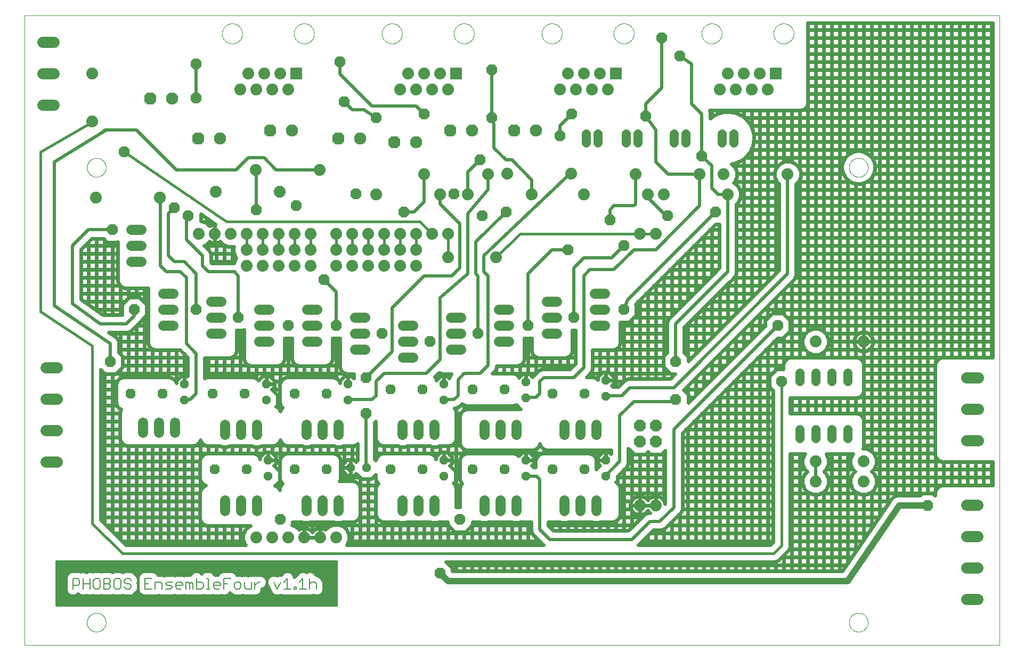
<source format=gtl>
G75*
%MOIN*%
%OFA0B0*%
%FSLAX25Y25*%
%IPPOS*%
%LPD*%
%AMOC8*
5,1,8,0,0,1.08239X$1,22.5*
%
%ADD10C,0.00000*%
%ADD11C,0.00600*%
%ADD12C,0.07400*%
%ADD13R,0.07400X0.07400*%
%ADD14OC8,0.07400*%
%ADD15C,0.07600*%
%ADD16OC8,0.07600*%
%ADD17C,0.05600*%
%ADD18OC8,0.06300*%
%ADD19OC8,0.05600*%
%ADD20C,0.06400*%
%ADD21C,0.07100*%
%ADD22C,0.01600*%
%ADD23OC8,0.06756*%
%ADD24C,0.04000*%
%ADD25C,0.02400*%
%ADD26C,0.02000*%
D10*
X0131965Y0111600D02*
X0131965Y0505596D01*
X0742201Y0505616D01*
X0742201Y0111600D01*
X0131965Y0111600D01*
X0171138Y0125970D02*
X0171140Y0126123D01*
X0171146Y0126277D01*
X0171156Y0126430D01*
X0171170Y0126582D01*
X0171188Y0126735D01*
X0171210Y0126886D01*
X0171235Y0127037D01*
X0171265Y0127188D01*
X0171299Y0127338D01*
X0171336Y0127486D01*
X0171377Y0127634D01*
X0171422Y0127780D01*
X0171471Y0127926D01*
X0171524Y0128070D01*
X0171580Y0128212D01*
X0171640Y0128353D01*
X0171704Y0128493D01*
X0171771Y0128631D01*
X0171842Y0128767D01*
X0171917Y0128901D01*
X0171994Y0129033D01*
X0172076Y0129163D01*
X0172160Y0129291D01*
X0172248Y0129417D01*
X0172339Y0129540D01*
X0172433Y0129661D01*
X0172531Y0129779D01*
X0172631Y0129895D01*
X0172735Y0130008D01*
X0172841Y0130119D01*
X0172950Y0130227D01*
X0173062Y0130332D01*
X0173176Y0130433D01*
X0173294Y0130532D01*
X0173413Y0130628D01*
X0173535Y0130721D01*
X0173660Y0130810D01*
X0173787Y0130897D01*
X0173916Y0130979D01*
X0174047Y0131059D01*
X0174180Y0131135D01*
X0174315Y0131208D01*
X0174452Y0131277D01*
X0174591Y0131342D01*
X0174731Y0131404D01*
X0174873Y0131462D01*
X0175016Y0131517D01*
X0175161Y0131568D01*
X0175307Y0131615D01*
X0175454Y0131658D01*
X0175602Y0131697D01*
X0175751Y0131733D01*
X0175901Y0131764D01*
X0176052Y0131792D01*
X0176203Y0131816D01*
X0176356Y0131836D01*
X0176508Y0131852D01*
X0176661Y0131864D01*
X0176814Y0131872D01*
X0176967Y0131876D01*
X0177121Y0131876D01*
X0177274Y0131872D01*
X0177427Y0131864D01*
X0177580Y0131852D01*
X0177732Y0131836D01*
X0177885Y0131816D01*
X0178036Y0131792D01*
X0178187Y0131764D01*
X0178337Y0131733D01*
X0178486Y0131697D01*
X0178634Y0131658D01*
X0178781Y0131615D01*
X0178927Y0131568D01*
X0179072Y0131517D01*
X0179215Y0131462D01*
X0179357Y0131404D01*
X0179497Y0131342D01*
X0179636Y0131277D01*
X0179773Y0131208D01*
X0179908Y0131135D01*
X0180041Y0131059D01*
X0180172Y0130979D01*
X0180301Y0130897D01*
X0180428Y0130810D01*
X0180553Y0130721D01*
X0180675Y0130628D01*
X0180794Y0130532D01*
X0180912Y0130433D01*
X0181026Y0130332D01*
X0181138Y0130227D01*
X0181247Y0130119D01*
X0181353Y0130008D01*
X0181457Y0129895D01*
X0181557Y0129779D01*
X0181655Y0129661D01*
X0181749Y0129540D01*
X0181840Y0129417D01*
X0181928Y0129291D01*
X0182012Y0129163D01*
X0182094Y0129033D01*
X0182171Y0128901D01*
X0182246Y0128767D01*
X0182317Y0128631D01*
X0182384Y0128493D01*
X0182448Y0128353D01*
X0182508Y0128212D01*
X0182564Y0128070D01*
X0182617Y0127926D01*
X0182666Y0127780D01*
X0182711Y0127634D01*
X0182752Y0127486D01*
X0182789Y0127338D01*
X0182823Y0127188D01*
X0182853Y0127037D01*
X0182878Y0126886D01*
X0182900Y0126735D01*
X0182918Y0126582D01*
X0182932Y0126430D01*
X0182942Y0126277D01*
X0182948Y0126123D01*
X0182950Y0125970D01*
X0182948Y0125817D01*
X0182942Y0125663D01*
X0182932Y0125510D01*
X0182918Y0125358D01*
X0182900Y0125205D01*
X0182878Y0125054D01*
X0182853Y0124903D01*
X0182823Y0124752D01*
X0182789Y0124602D01*
X0182752Y0124454D01*
X0182711Y0124306D01*
X0182666Y0124160D01*
X0182617Y0124014D01*
X0182564Y0123870D01*
X0182508Y0123728D01*
X0182448Y0123587D01*
X0182384Y0123447D01*
X0182317Y0123309D01*
X0182246Y0123173D01*
X0182171Y0123039D01*
X0182094Y0122907D01*
X0182012Y0122777D01*
X0181928Y0122649D01*
X0181840Y0122523D01*
X0181749Y0122400D01*
X0181655Y0122279D01*
X0181557Y0122161D01*
X0181457Y0122045D01*
X0181353Y0121932D01*
X0181247Y0121821D01*
X0181138Y0121713D01*
X0181026Y0121608D01*
X0180912Y0121507D01*
X0180794Y0121408D01*
X0180675Y0121312D01*
X0180553Y0121219D01*
X0180428Y0121130D01*
X0180301Y0121043D01*
X0180172Y0120961D01*
X0180041Y0120881D01*
X0179908Y0120805D01*
X0179773Y0120732D01*
X0179636Y0120663D01*
X0179497Y0120598D01*
X0179357Y0120536D01*
X0179215Y0120478D01*
X0179072Y0120423D01*
X0178927Y0120372D01*
X0178781Y0120325D01*
X0178634Y0120282D01*
X0178486Y0120243D01*
X0178337Y0120207D01*
X0178187Y0120176D01*
X0178036Y0120148D01*
X0177885Y0120124D01*
X0177732Y0120104D01*
X0177580Y0120088D01*
X0177427Y0120076D01*
X0177274Y0120068D01*
X0177121Y0120064D01*
X0176967Y0120064D01*
X0176814Y0120068D01*
X0176661Y0120076D01*
X0176508Y0120088D01*
X0176356Y0120104D01*
X0176203Y0120124D01*
X0176052Y0120148D01*
X0175901Y0120176D01*
X0175751Y0120207D01*
X0175602Y0120243D01*
X0175454Y0120282D01*
X0175307Y0120325D01*
X0175161Y0120372D01*
X0175016Y0120423D01*
X0174873Y0120478D01*
X0174731Y0120536D01*
X0174591Y0120598D01*
X0174452Y0120663D01*
X0174315Y0120732D01*
X0174180Y0120805D01*
X0174047Y0120881D01*
X0173916Y0120961D01*
X0173787Y0121043D01*
X0173660Y0121130D01*
X0173535Y0121219D01*
X0173413Y0121312D01*
X0173294Y0121408D01*
X0173176Y0121507D01*
X0173062Y0121608D01*
X0172950Y0121713D01*
X0172841Y0121821D01*
X0172735Y0121932D01*
X0172631Y0122045D01*
X0172531Y0122161D01*
X0172433Y0122279D01*
X0172339Y0122400D01*
X0172248Y0122523D01*
X0172160Y0122649D01*
X0172076Y0122777D01*
X0171994Y0122907D01*
X0171917Y0123039D01*
X0171842Y0123173D01*
X0171771Y0123309D01*
X0171704Y0123447D01*
X0171640Y0123587D01*
X0171580Y0123728D01*
X0171524Y0123870D01*
X0171471Y0124014D01*
X0171422Y0124160D01*
X0171377Y0124306D01*
X0171336Y0124454D01*
X0171299Y0124602D01*
X0171265Y0124752D01*
X0171235Y0124903D01*
X0171210Y0125054D01*
X0171188Y0125205D01*
X0171170Y0125358D01*
X0171156Y0125510D01*
X0171146Y0125663D01*
X0171140Y0125817D01*
X0171138Y0125970D01*
X0171138Y0410616D02*
X0171140Y0410769D01*
X0171146Y0410923D01*
X0171156Y0411076D01*
X0171170Y0411228D01*
X0171188Y0411381D01*
X0171210Y0411532D01*
X0171235Y0411683D01*
X0171265Y0411834D01*
X0171299Y0411984D01*
X0171336Y0412132D01*
X0171377Y0412280D01*
X0171422Y0412426D01*
X0171471Y0412572D01*
X0171524Y0412716D01*
X0171580Y0412858D01*
X0171640Y0412999D01*
X0171704Y0413139D01*
X0171771Y0413277D01*
X0171842Y0413413D01*
X0171917Y0413547D01*
X0171994Y0413679D01*
X0172076Y0413809D01*
X0172160Y0413937D01*
X0172248Y0414063D01*
X0172339Y0414186D01*
X0172433Y0414307D01*
X0172531Y0414425D01*
X0172631Y0414541D01*
X0172735Y0414654D01*
X0172841Y0414765D01*
X0172950Y0414873D01*
X0173062Y0414978D01*
X0173176Y0415079D01*
X0173294Y0415178D01*
X0173413Y0415274D01*
X0173535Y0415367D01*
X0173660Y0415456D01*
X0173787Y0415543D01*
X0173916Y0415625D01*
X0174047Y0415705D01*
X0174180Y0415781D01*
X0174315Y0415854D01*
X0174452Y0415923D01*
X0174591Y0415988D01*
X0174731Y0416050D01*
X0174873Y0416108D01*
X0175016Y0416163D01*
X0175161Y0416214D01*
X0175307Y0416261D01*
X0175454Y0416304D01*
X0175602Y0416343D01*
X0175751Y0416379D01*
X0175901Y0416410D01*
X0176052Y0416438D01*
X0176203Y0416462D01*
X0176356Y0416482D01*
X0176508Y0416498D01*
X0176661Y0416510D01*
X0176814Y0416518D01*
X0176967Y0416522D01*
X0177121Y0416522D01*
X0177274Y0416518D01*
X0177427Y0416510D01*
X0177580Y0416498D01*
X0177732Y0416482D01*
X0177885Y0416462D01*
X0178036Y0416438D01*
X0178187Y0416410D01*
X0178337Y0416379D01*
X0178486Y0416343D01*
X0178634Y0416304D01*
X0178781Y0416261D01*
X0178927Y0416214D01*
X0179072Y0416163D01*
X0179215Y0416108D01*
X0179357Y0416050D01*
X0179497Y0415988D01*
X0179636Y0415923D01*
X0179773Y0415854D01*
X0179908Y0415781D01*
X0180041Y0415705D01*
X0180172Y0415625D01*
X0180301Y0415543D01*
X0180428Y0415456D01*
X0180553Y0415367D01*
X0180675Y0415274D01*
X0180794Y0415178D01*
X0180912Y0415079D01*
X0181026Y0414978D01*
X0181138Y0414873D01*
X0181247Y0414765D01*
X0181353Y0414654D01*
X0181457Y0414541D01*
X0181557Y0414425D01*
X0181655Y0414307D01*
X0181749Y0414186D01*
X0181840Y0414063D01*
X0181928Y0413937D01*
X0182012Y0413809D01*
X0182094Y0413679D01*
X0182171Y0413547D01*
X0182246Y0413413D01*
X0182317Y0413277D01*
X0182384Y0413139D01*
X0182448Y0412999D01*
X0182508Y0412858D01*
X0182564Y0412716D01*
X0182617Y0412572D01*
X0182666Y0412426D01*
X0182711Y0412280D01*
X0182752Y0412132D01*
X0182789Y0411984D01*
X0182823Y0411834D01*
X0182853Y0411683D01*
X0182878Y0411532D01*
X0182900Y0411381D01*
X0182918Y0411228D01*
X0182932Y0411076D01*
X0182942Y0410923D01*
X0182948Y0410769D01*
X0182950Y0410616D01*
X0182948Y0410463D01*
X0182942Y0410309D01*
X0182932Y0410156D01*
X0182918Y0410004D01*
X0182900Y0409851D01*
X0182878Y0409700D01*
X0182853Y0409549D01*
X0182823Y0409398D01*
X0182789Y0409248D01*
X0182752Y0409100D01*
X0182711Y0408952D01*
X0182666Y0408806D01*
X0182617Y0408660D01*
X0182564Y0408516D01*
X0182508Y0408374D01*
X0182448Y0408233D01*
X0182384Y0408093D01*
X0182317Y0407955D01*
X0182246Y0407819D01*
X0182171Y0407685D01*
X0182094Y0407553D01*
X0182012Y0407423D01*
X0181928Y0407295D01*
X0181840Y0407169D01*
X0181749Y0407046D01*
X0181655Y0406925D01*
X0181557Y0406807D01*
X0181457Y0406691D01*
X0181353Y0406578D01*
X0181247Y0406467D01*
X0181138Y0406359D01*
X0181026Y0406254D01*
X0180912Y0406153D01*
X0180794Y0406054D01*
X0180675Y0405958D01*
X0180553Y0405865D01*
X0180428Y0405776D01*
X0180301Y0405689D01*
X0180172Y0405607D01*
X0180041Y0405527D01*
X0179908Y0405451D01*
X0179773Y0405378D01*
X0179636Y0405309D01*
X0179497Y0405244D01*
X0179357Y0405182D01*
X0179215Y0405124D01*
X0179072Y0405069D01*
X0178927Y0405018D01*
X0178781Y0404971D01*
X0178634Y0404928D01*
X0178486Y0404889D01*
X0178337Y0404853D01*
X0178187Y0404822D01*
X0178036Y0404794D01*
X0177885Y0404770D01*
X0177732Y0404750D01*
X0177580Y0404734D01*
X0177427Y0404722D01*
X0177274Y0404714D01*
X0177121Y0404710D01*
X0176967Y0404710D01*
X0176814Y0404714D01*
X0176661Y0404722D01*
X0176508Y0404734D01*
X0176356Y0404750D01*
X0176203Y0404770D01*
X0176052Y0404794D01*
X0175901Y0404822D01*
X0175751Y0404853D01*
X0175602Y0404889D01*
X0175454Y0404928D01*
X0175307Y0404971D01*
X0175161Y0405018D01*
X0175016Y0405069D01*
X0174873Y0405124D01*
X0174731Y0405182D01*
X0174591Y0405244D01*
X0174452Y0405309D01*
X0174315Y0405378D01*
X0174180Y0405451D01*
X0174047Y0405527D01*
X0173916Y0405607D01*
X0173787Y0405689D01*
X0173660Y0405776D01*
X0173535Y0405865D01*
X0173413Y0405958D01*
X0173294Y0406054D01*
X0173176Y0406153D01*
X0173062Y0406254D01*
X0172950Y0406359D01*
X0172841Y0406467D01*
X0172735Y0406578D01*
X0172631Y0406691D01*
X0172531Y0406807D01*
X0172433Y0406925D01*
X0172339Y0407046D01*
X0172248Y0407169D01*
X0172160Y0407295D01*
X0172076Y0407423D01*
X0171994Y0407553D01*
X0171917Y0407685D01*
X0171842Y0407819D01*
X0171771Y0407955D01*
X0171704Y0408093D01*
X0171640Y0408233D01*
X0171580Y0408374D01*
X0171524Y0408516D01*
X0171471Y0408660D01*
X0171422Y0408806D01*
X0171377Y0408952D01*
X0171336Y0409100D01*
X0171299Y0409248D01*
X0171265Y0409398D01*
X0171235Y0409549D01*
X0171210Y0409700D01*
X0171188Y0409851D01*
X0171170Y0410004D01*
X0171156Y0410156D01*
X0171146Y0410309D01*
X0171140Y0410463D01*
X0171138Y0410616D01*
X0255666Y0494395D02*
X0255668Y0494553D01*
X0255674Y0494711D01*
X0255684Y0494869D01*
X0255698Y0495027D01*
X0255716Y0495184D01*
X0255737Y0495341D01*
X0255763Y0495497D01*
X0255793Y0495653D01*
X0255826Y0495808D01*
X0255864Y0495961D01*
X0255905Y0496114D01*
X0255950Y0496266D01*
X0255999Y0496417D01*
X0256052Y0496566D01*
X0256108Y0496714D01*
X0256168Y0496860D01*
X0256232Y0497005D01*
X0256300Y0497148D01*
X0256371Y0497290D01*
X0256445Y0497430D01*
X0256523Y0497567D01*
X0256605Y0497703D01*
X0256689Y0497837D01*
X0256778Y0497968D01*
X0256869Y0498097D01*
X0256964Y0498224D01*
X0257061Y0498349D01*
X0257162Y0498471D01*
X0257266Y0498590D01*
X0257373Y0498707D01*
X0257483Y0498821D01*
X0257596Y0498932D01*
X0257711Y0499041D01*
X0257829Y0499146D01*
X0257950Y0499248D01*
X0258073Y0499348D01*
X0258199Y0499444D01*
X0258327Y0499537D01*
X0258457Y0499627D01*
X0258590Y0499713D01*
X0258725Y0499797D01*
X0258861Y0499876D01*
X0259000Y0499953D01*
X0259141Y0500025D01*
X0259283Y0500095D01*
X0259427Y0500160D01*
X0259573Y0500222D01*
X0259720Y0500280D01*
X0259869Y0500335D01*
X0260019Y0500386D01*
X0260170Y0500433D01*
X0260322Y0500476D01*
X0260475Y0500515D01*
X0260630Y0500551D01*
X0260785Y0500582D01*
X0260941Y0500610D01*
X0261097Y0500634D01*
X0261254Y0500654D01*
X0261412Y0500670D01*
X0261569Y0500682D01*
X0261728Y0500690D01*
X0261886Y0500694D01*
X0262044Y0500694D01*
X0262202Y0500690D01*
X0262361Y0500682D01*
X0262518Y0500670D01*
X0262676Y0500654D01*
X0262833Y0500634D01*
X0262989Y0500610D01*
X0263145Y0500582D01*
X0263300Y0500551D01*
X0263455Y0500515D01*
X0263608Y0500476D01*
X0263760Y0500433D01*
X0263911Y0500386D01*
X0264061Y0500335D01*
X0264210Y0500280D01*
X0264357Y0500222D01*
X0264503Y0500160D01*
X0264647Y0500095D01*
X0264789Y0500025D01*
X0264930Y0499953D01*
X0265069Y0499876D01*
X0265205Y0499797D01*
X0265340Y0499713D01*
X0265473Y0499627D01*
X0265603Y0499537D01*
X0265731Y0499444D01*
X0265857Y0499348D01*
X0265980Y0499248D01*
X0266101Y0499146D01*
X0266219Y0499041D01*
X0266334Y0498932D01*
X0266447Y0498821D01*
X0266557Y0498707D01*
X0266664Y0498590D01*
X0266768Y0498471D01*
X0266869Y0498349D01*
X0266966Y0498224D01*
X0267061Y0498097D01*
X0267152Y0497968D01*
X0267241Y0497837D01*
X0267325Y0497703D01*
X0267407Y0497567D01*
X0267485Y0497430D01*
X0267559Y0497290D01*
X0267630Y0497148D01*
X0267698Y0497005D01*
X0267762Y0496860D01*
X0267822Y0496714D01*
X0267878Y0496566D01*
X0267931Y0496417D01*
X0267980Y0496266D01*
X0268025Y0496114D01*
X0268066Y0495961D01*
X0268104Y0495808D01*
X0268137Y0495653D01*
X0268167Y0495497D01*
X0268193Y0495341D01*
X0268214Y0495184D01*
X0268232Y0495027D01*
X0268246Y0494869D01*
X0268256Y0494711D01*
X0268262Y0494553D01*
X0268264Y0494395D01*
X0268262Y0494237D01*
X0268256Y0494079D01*
X0268246Y0493921D01*
X0268232Y0493763D01*
X0268214Y0493606D01*
X0268193Y0493449D01*
X0268167Y0493293D01*
X0268137Y0493137D01*
X0268104Y0492982D01*
X0268066Y0492829D01*
X0268025Y0492676D01*
X0267980Y0492524D01*
X0267931Y0492373D01*
X0267878Y0492224D01*
X0267822Y0492076D01*
X0267762Y0491930D01*
X0267698Y0491785D01*
X0267630Y0491642D01*
X0267559Y0491500D01*
X0267485Y0491360D01*
X0267407Y0491223D01*
X0267325Y0491087D01*
X0267241Y0490953D01*
X0267152Y0490822D01*
X0267061Y0490693D01*
X0266966Y0490566D01*
X0266869Y0490441D01*
X0266768Y0490319D01*
X0266664Y0490200D01*
X0266557Y0490083D01*
X0266447Y0489969D01*
X0266334Y0489858D01*
X0266219Y0489749D01*
X0266101Y0489644D01*
X0265980Y0489542D01*
X0265857Y0489442D01*
X0265731Y0489346D01*
X0265603Y0489253D01*
X0265473Y0489163D01*
X0265340Y0489077D01*
X0265205Y0488993D01*
X0265069Y0488914D01*
X0264930Y0488837D01*
X0264789Y0488765D01*
X0264647Y0488695D01*
X0264503Y0488630D01*
X0264357Y0488568D01*
X0264210Y0488510D01*
X0264061Y0488455D01*
X0263911Y0488404D01*
X0263760Y0488357D01*
X0263608Y0488314D01*
X0263455Y0488275D01*
X0263300Y0488239D01*
X0263145Y0488208D01*
X0262989Y0488180D01*
X0262833Y0488156D01*
X0262676Y0488136D01*
X0262518Y0488120D01*
X0262361Y0488108D01*
X0262202Y0488100D01*
X0262044Y0488096D01*
X0261886Y0488096D01*
X0261728Y0488100D01*
X0261569Y0488108D01*
X0261412Y0488120D01*
X0261254Y0488136D01*
X0261097Y0488156D01*
X0260941Y0488180D01*
X0260785Y0488208D01*
X0260630Y0488239D01*
X0260475Y0488275D01*
X0260322Y0488314D01*
X0260170Y0488357D01*
X0260019Y0488404D01*
X0259869Y0488455D01*
X0259720Y0488510D01*
X0259573Y0488568D01*
X0259427Y0488630D01*
X0259283Y0488695D01*
X0259141Y0488765D01*
X0259000Y0488837D01*
X0258861Y0488914D01*
X0258725Y0488993D01*
X0258590Y0489077D01*
X0258457Y0489163D01*
X0258327Y0489253D01*
X0258199Y0489346D01*
X0258073Y0489442D01*
X0257950Y0489542D01*
X0257829Y0489644D01*
X0257711Y0489749D01*
X0257596Y0489858D01*
X0257483Y0489969D01*
X0257373Y0490083D01*
X0257266Y0490200D01*
X0257162Y0490319D01*
X0257061Y0490441D01*
X0256964Y0490566D01*
X0256869Y0490693D01*
X0256778Y0490822D01*
X0256689Y0490953D01*
X0256605Y0491087D01*
X0256523Y0491223D01*
X0256445Y0491360D01*
X0256371Y0491500D01*
X0256300Y0491642D01*
X0256232Y0491785D01*
X0256168Y0491930D01*
X0256108Y0492076D01*
X0256052Y0492224D01*
X0255999Y0492373D01*
X0255950Y0492524D01*
X0255905Y0492676D01*
X0255864Y0492829D01*
X0255826Y0492982D01*
X0255793Y0493137D01*
X0255763Y0493293D01*
X0255737Y0493449D01*
X0255716Y0493606D01*
X0255698Y0493763D01*
X0255684Y0493921D01*
X0255674Y0494079D01*
X0255668Y0494237D01*
X0255666Y0494395D01*
X0300666Y0494395D02*
X0300668Y0494553D01*
X0300674Y0494711D01*
X0300684Y0494869D01*
X0300698Y0495027D01*
X0300716Y0495184D01*
X0300737Y0495341D01*
X0300763Y0495497D01*
X0300793Y0495653D01*
X0300826Y0495808D01*
X0300864Y0495961D01*
X0300905Y0496114D01*
X0300950Y0496266D01*
X0300999Y0496417D01*
X0301052Y0496566D01*
X0301108Y0496714D01*
X0301168Y0496860D01*
X0301232Y0497005D01*
X0301300Y0497148D01*
X0301371Y0497290D01*
X0301445Y0497430D01*
X0301523Y0497567D01*
X0301605Y0497703D01*
X0301689Y0497837D01*
X0301778Y0497968D01*
X0301869Y0498097D01*
X0301964Y0498224D01*
X0302061Y0498349D01*
X0302162Y0498471D01*
X0302266Y0498590D01*
X0302373Y0498707D01*
X0302483Y0498821D01*
X0302596Y0498932D01*
X0302711Y0499041D01*
X0302829Y0499146D01*
X0302950Y0499248D01*
X0303073Y0499348D01*
X0303199Y0499444D01*
X0303327Y0499537D01*
X0303457Y0499627D01*
X0303590Y0499713D01*
X0303725Y0499797D01*
X0303861Y0499876D01*
X0304000Y0499953D01*
X0304141Y0500025D01*
X0304283Y0500095D01*
X0304427Y0500160D01*
X0304573Y0500222D01*
X0304720Y0500280D01*
X0304869Y0500335D01*
X0305019Y0500386D01*
X0305170Y0500433D01*
X0305322Y0500476D01*
X0305475Y0500515D01*
X0305630Y0500551D01*
X0305785Y0500582D01*
X0305941Y0500610D01*
X0306097Y0500634D01*
X0306254Y0500654D01*
X0306412Y0500670D01*
X0306569Y0500682D01*
X0306728Y0500690D01*
X0306886Y0500694D01*
X0307044Y0500694D01*
X0307202Y0500690D01*
X0307361Y0500682D01*
X0307518Y0500670D01*
X0307676Y0500654D01*
X0307833Y0500634D01*
X0307989Y0500610D01*
X0308145Y0500582D01*
X0308300Y0500551D01*
X0308455Y0500515D01*
X0308608Y0500476D01*
X0308760Y0500433D01*
X0308911Y0500386D01*
X0309061Y0500335D01*
X0309210Y0500280D01*
X0309357Y0500222D01*
X0309503Y0500160D01*
X0309647Y0500095D01*
X0309789Y0500025D01*
X0309930Y0499953D01*
X0310069Y0499876D01*
X0310205Y0499797D01*
X0310340Y0499713D01*
X0310473Y0499627D01*
X0310603Y0499537D01*
X0310731Y0499444D01*
X0310857Y0499348D01*
X0310980Y0499248D01*
X0311101Y0499146D01*
X0311219Y0499041D01*
X0311334Y0498932D01*
X0311447Y0498821D01*
X0311557Y0498707D01*
X0311664Y0498590D01*
X0311768Y0498471D01*
X0311869Y0498349D01*
X0311966Y0498224D01*
X0312061Y0498097D01*
X0312152Y0497968D01*
X0312241Y0497837D01*
X0312325Y0497703D01*
X0312407Y0497567D01*
X0312485Y0497430D01*
X0312559Y0497290D01*
X0312630Y0497148D01*
X0312698Y0497005D01*
X0312762Y0496860D01*
X0312822Y0496714D01*
X0312878Y0496566D01*
X0312931Y0496417D01*
X0312980Y0496266D01*
X0313025Y0496114D01*
X0313066Y0495961D01*
X0313104Y0495808D01*
X0313137Y0495653D01*
X0313167Y0495497D01*
X0313193Y0495341D01*
X0313214Y0495184D01*
X0313232Y0495027D01*
X0313246Y0494869D01*
X0313256Y0494711D01*
X0313262Y0494553D01*
X0313264Y0494395D01*
X0313262Y0494237D01*
X0313256Y0494079D01*
X0313246Y0493921D01*
X0313232Y0493763D01*
X0313214Y0493606D01*
X0313193Y0493449D01*
X0313167Y0493293D01*
X0313137Y0493137D01*
X0313104Y0492982D01*
X0313066Y0492829D01*
X0313025Y0492676D01*
X0312980Y0492524D01*
X0312931Y0492373D01*
X0312878Y0492224D01*
X0312822Y0492076D01*
X0312762Y0491930D01*
X0312698Y0491785D01*
X0312630Y0491642D01*
X0312559Y0491500D01*
X0312485Y0491360D01*
X0312407Y0491223D01*
X0312325Y0491087D01*
X0312241Y0490953D01*
X0312152Y0490822D01*
X0312061Y0490693D01*
X0311966Y0490566D01*
X0311869Y0490441D01*
X0311768Y0490319D01*
X0311664Y0490200D01*
X0311557Y0490083D01*
X0311447Y0489969D01*
X0311334Y0489858D01*
X0311219Y0489749D01*
X0311101Y0489644D01*
X0310980Y0489542D01*
X0310857Y0489442D01*
X0310731Y0489346D01*
X0310603Y0489253D01*
X0310473Y0489163D01*
X0310340Y0489077D01*
X0310205Y0488993D01*
X0310069Y0488914D01*
X0309930Y0488837D01*
X0309789Y0488765D01*
X0309647Y0488695D01*
X0309503Y0488630D01*
X0309357Y0488568D01*
X0309210Y0488510D01*
X0309061Y0488455D01*
X0308911Y0488404D01*
X0308760Y0488357D01*
X0308608Y0488314D01*
X0308455Y0488275D01*
X0308300Y0488239D01*
X0308145Y0488208D01*
X0307989Y0488180D01*
X0307833Y0488156D01*
X0307676Y0488136D01*
X0307518Y0488120D01*
X0307361Y0488108D01*
X0307202Y0488100D01*
X0307044Y0488096D01*
X0306886Y0488096D01*
X0306728Y0488100D01*
X0306569Y0488108D01*
X0306412Y0488120D01*
X0306254Y0488136D01*
X0306097Y0488156D01*
X0305941Y0488180D01*
X0305785Y0488208D01*
X0305630Y0488239D01*
X0305475Y0488275D01*
X0305322Y0488314D01*
X0305170Y0488357D01*
X0305019Y0488404D01*
X0304869Y0488455D01*
X0304720Y0488510D01*
X0304573Y0488568D01*
X0304427Y0488630D01*
X0304283Y0488695D01*
X0304141Y0488765D01*
X0304000Y0488837D01*
X0303861Y0488914D01*
X0303725Y0488993D01*
X0303590Y0489077D01*
X0303457Y0489163D01*
X0303327Y0489253D01*
X0303199Y0489346D01*
X0303073Y0489442D01*
X0302950Y0489542D01*
X0302829Y0489644D01*
X0302711Y0489749D01*
X0302596Y0489858D01*
X0302483Y0489969D01*
X0302373Y0490083D01*
X0302266Y0490200D01*
X0302162Y0490319D01*
X0302061Y0490441D01*
X0301964Y0490566D01*
X0301869Y0490693D01*
X0301778Y0490822D01*
X0301689Y0490953D01*
X0301605Y0491087D01*
X0301523Y0491223D01*
X0301445Y0491360D01*
X0301371Y0491500D01*
X0301300Y0491642D01*
X0301232Y0491785D01*
X0301168Y0491930D01*
X0301108Y0492076D01*
X0301052Y0492224D01*
X0300999Y0492373D01*
X0300950Y0492524D01*
X0300905Y0492676D01*
X0300864Y0492829D01*
X0300826Y0492982D01*
X0300793Y0493137D01*
X0300763Y0493293D01*
X0300737Y0493449D01*
X0300716Y0493606D01*
X0300698Y0493763D01*
X0300684Y0493921D01*
X0300674Y0494079D01*
X0300668Y0494237D01*
X0300666Y0494395D01*
X0355666Y0494395D02*
X0355668Y0494553D01*
X0355674Y0494711D01*
X0355684Y0494869D01*
X0355698Y0495027D01*
X0355716Y0495184D01*
X0355737Y0495341D01*
X0355763Y0495497D01*
X0355793Y0495653D01*
X0355826Y0495808D01*
X0355864Y0495961D01*
X0355905Y0496114D01*
X0355950Y0496266D01*
X0355999Y0496417D01*
X0356052Y0496566D01*
X0356108Y0496714D01*
X0356168Y0496860D01*
X0356232Y0497005D01*
X0356300Y0497148D01*
X0356371Y0497290D01*
X0356445Y0497430D01*
X0356523Y0497567D01*
X0356605Y0497703D01*
X0356689Y0497837D01*
X0356778Y0497968D01*
X0356869Y0498097D01*
X0356964Y0498224D01*
X0357061Y0498349D01*
X0357162Y0498471D01*
X0357266Y0498590D01*
X0357373Y0498707D01*
X0357483Y0498821D01*
X0357596Y0498932D01*
X0357711Y0499041D01*
X0357829Y0499146D01*
X0357950Y0499248D01*
X0358073Y0499348D01*
X0358199Y0499444D01*
X0358327Y0499537D01*
X0358457Y0499627D01*
X0358590Y0499713D01*
X0358725Y0499797D01*
X0358861Y0499876D01*
X0359000Y0499953D01*
X0359141Y0500025D01*
X0359283Y0500095D01*
X0359427Y0500160D01*
X0359573Y0500222D01*
X0359720Y0500280D01*
X0359869Y0500335D01*
X0360019Y0500386D01*
X0360170Y0500433D01*
X0360322Y0500476D01*
X0360475Y0500515D01*
X0360630Y0500551D01*
X0360785Y0500582D01*
X0360941Y0500610D01*
X0361097Y0500634D01*
X0361254Y0500654D01*
X0361412Y0500670D01*
X0361569Y0500682D01*
X0361728Y0500690D01*
X0361886Y0500694D01*
X0362044Y0500694D01*
X0362202Y0500690D01*
X0362361Y0500682D01*
X0362518Y0500670D01*
X0362676Y0500654D01*
X0362833Y0500634D01*
X0362989Y0500610D01*
X0363145Y0500582D01*
X0363300Y0500551D01*
X0363455Y0500515D01*
X0363608Y0500476D01*
X0363760Y0500433D01*
X0363911Y0500386D01*
X0364061Y0500335D01*
X0364210Y0500280D01*
X0364357Y0500222D01*
X0364503Y0500160D01*
X0364647Y0500095D01*
X0364789Y0500025D01*
X0364930Y0499953D01*
X0365069Y0499876D01*
X0365205Y0499797D01*
X0365340Y0499713D01*
X0365473Y0499627D01*
X0365603Y0499537D01*
X0365731Y0499444D01*
X0365857Y0499348D01*
X0365980Y0499248D01*
X0366101Y0499146D01*
X0366219Y0499041D01*
X0366334Y0498932D01*
X0366447Y0498821D01*
X0366557Y0498707D01*
X0366664Y0498590D01*
X0366768Y0498471D01*
X0366869Y0498349D01*
X0366966Y0498224D01*
X0367061Y0498097D01*
X0367152Y0497968D01*
X0367241Y0497837D01*
X0367325Y0497703D01*
X0367407Y0497567D01*
X0367485Y0497430D01*
X0367559Y0497290D01*
X0367630Y0497148D01*
X0367698Y0497005D01*
X0367762Y0496860D01*
X0367822Y0496714D01*
X0367878Y0496566D01*
X0367931Y0496417D01*
X0367980Y0496266D01*
X0368025Y0496114D01*
X0368066Y0495961D01*
X0368104Y0495808D01*
X0368137Y0495653D01*
X0368167Y0495497D01*
X0368193Y0495341D01*
X0368214Y0495184D01*
X0368232Y0495027D01*
X0368246Y0494869D01*
X0368256Y0494711D01*
X0368262Y0494553D01*
X0368264Y0494395D01*
X0368262Y0494237D01*
X0368256Y0494079D01*
X0368246Y0493921D01*
X0368232Y0493763D01*
X0368214Y0493606D01*
X0368193Y0493449D01*
X0368167Y0493293D01*
X0368137Y0493137D01*
X0368104Y0492982D01*
X0368066Y0492829D01*
X0368025Y0492676D01*
X0367980Y0492524D01*
X0367931Y0492373D01*
X0367878Y0492224D01*
X0367822Y0492076D01*
X0367762Y0491930D01*
X0367698Y0491785D01*
X0367630Y0491642D01*
X0367559Y0491500D01*
X0367485Y0491360D01*
X0367407Y0491223D01*
X0367325Y0491087D01*
X0367241Y0490953D01*
X0367152Y0490822D01*
X0367061Y0490693D01*
X0366966Y0490566D01*
X0366869Y0490441D01*
X0366768Y0490319D01*
X0366664Y0490200D01*
X0366557Y0490083D01*
X0366447Y0489969D01*
X0366334Y0489858D01*
X0366219Y0489749D01*
X0366101Y0489644D01*
X0365980Y0489542D01*
X0365857Y0489442D01*
X0365731Y0489346D01*
X0365603Y0489253D01*
X0365473Y0489163D01*
X0365340Y0489077D01*
X0365205Y0488993D01*
X0365069Y0488914D01*
X0364930Y0488837D01*
X0364789Y0488765D01*
X0364647Y0488695D01*
X0364503Y0488630D01*
X0364357Y0488568D01*
X0364210Y0488510D01*
X0364061Y0488455D01*
X0363911Y0488404D01*
X0363760Y0488357D01*
X0363608Y0488314D01*
X0363455Y0488275D01*
X0363300Y0488239D01*
X0363145Y0488208D01*
X0362989Y0488180D01*
X0362833Y0488156D01*
X0362676Y0488136D01*
X0362518Y0488120D01*
X0362361Y0488108D01*
X0362202Y0488100D01*
X0362044Y0488096D01*
X0361886Y0488096D01*
X0361728Y0488100D01*
X0361569Y0488108D01*
X0361412Y0488120D01*
X0361254Y0488136D01*
X0361097Y0488156D01*
X0360941Y0488180D01*
X0360785Y0488208D01*
X0360630Y0488239D01*
X0360475Y0488275D01*
X0360322Y0488314D01*
X0360170Y0488357D01*
X0360019Y0488404D01*
X0359869Y0488455D01*
X0359720Y0488510D01*
X0359573Y0488568D01*
X0359427Y0488630D01*
X0359283Y0488695D01*
X0359141Y0488765D01*
X0359000Y0488837D01*
X0358861Y0488914D01*
X0358725Y0488993D01*
X0358590Y0489077D01*
X0358457Y0489163D01*
X0358327Y0489253D01*
X0358199Y0489346D01*
X0358073Y0489442D01*
X0357950Y0489542D01*
X0357829Y0489644D01*
X0357711Y0489749D01*
X0357596Y0489858D01*
X0357483Y0489969D01*
X0357373Y0490083D01*
X0357266Y0490200D01*
X0357162Y0490319D01*
X0357061Y0490441D01*
X0356964Y0490566D01*
X0356869Y0490693D01*
X0356778Y0490822D01*
X0356689Y0490953D01*
X0356605Y0491087D01*
X0356523Y0491223D01*
X0356445Y0491360D01*
X0356371Y0491500D01*
X0356300Y0491642D01*
X0356232Y0491785D01*
X0356168Y0491930D01*
X0356108Y0492076D01*
X0356052Y0492224D01*
X0355999Y0492373D01*
X0355950Y0492524D01*
X0355905Y0492676D01*
X0355864Y0492829D01*
X0355826Y0492982D01*
X0355793Y0493137D01*
X0355763Y0493293D01*
X0355737Y0493449D01*
X0355716Y0493606D01*
X0355698Y0493763D01*
X0355684Y0493921D01*
X0355674Y0494079D01*
X0355668Y0494237D01*
X0355666Y0494395D01*
X0400666Y0494395D02*
X0400668Y0494553D01*
X0400674Y0494711D01*
X0400684Y0494869D01*
X0400698Y0495027D01*
X0400716Y0495184D01*
X0400737Y0495341D01*
X0400763Y0495497D01*
X0400793Y0495653D01*
X0400826Y0495808D01*
X0400864Y0495961D01*
X0400905Y0496114D01*
X0400950Y0496266D01*
X0400999Y0496417D01*
X0401052Y0496566D01*
X0401108Y0496714D01*
X0401168Y0496860D01*
X0401232Y0497005D01*
X0401300Y0497148D01*
X0401371Y0497290D01*
X0401445Y0497430D01*
X0401523Y0497567D01*
X0401605Y0497703D01*
X0401689Y0497837D01*
X0401778Y0497968D01*
X0401869Y0498097D01*
X0401964Y0498224D01*
X0402061Y0498349D01*
X0402162Y0498471D01*
X0402266Y0498590D01*
X0402373Y0498707D01*
X0402483Y0498821D01*
X0402596Y0498932D01*
X0402711Y0499041D01*
X0402829Y0499146D01*
X0402950Y0499248D01*
X0403073Y0499348D01*
X0403199Y0499444D01*
X0403327Y0499537D01*
X0403457Y0499627D01*
X0403590Y0499713D01*
X0403725Y0499797D01*
X0403861Y0499876D01*
X0404000Y0499953D01*
X0404141Y0500025D01*
X0404283Y0500095D01*
X0404427Y0500160D01*
X0404573Y0500222D01*
X0404720Y0500280D01*
X0404869Y0500335D01*
X0405019Y0500386D01*
X0405170Y0500433D01*
X0405322Y0500476D01*
X0405475Y0500515D01*
X0405630Y0500551D01*
X0405785Y0500582D01*
X0405941Y0500610D01*
X0406097Y0500634D01*
X0406254Y0500654D01*
X0406412Y0500670D01*
X0406569Y0500682D01*
X0406728Y0500690D01*
X0406886Y0500694D01*
X0407044Y0500694D01*
X0407202Y0500690D01*
X0407361Y0500682D01*
X0407518Y0500670D01*
X0407676Y0500654D01*
X0407833Y0500634D01*
X0407989Y0500610D01*
X0408145Y0500582D01*
X0408300Y0500551D01*
X0408455Y0500515D01*
X0408608Y0500476D01*
X0408760Y0500433D01*
X0408911Y0500386D01*
X0409061Y0500335D01*
X0409210Y0500280D01*
X0409357Y0500222D01*
X0409503Y0500160D01*
X0409647Y0500095D01*
X0409789Y0500025D01*
X0409930Y0499953D01*
X0410069Y0499876D01*
X0410205Y0499797D01*
X0410340Y0499713D01*
X0410473Y0499627D01*
X0410603Y0499537D01*
X0410731Y0499444D01*
X0410857Y0499348D01*
X0410980Y0499248D01*
X0411101Y0499146D01*
X0411219Y0499041D01*
X0411334Y0498932D01*
X0411447Y0498821D01*
X0411557Y0498707D01*
X0411664Y0498590D01*
X0411768Y0498471D01*
X0411869Y0498349D01*
X0411966Y0498224D01*
X0412061Y0498097D01*
X0412152Y0497968D01*
X0412241Y0497837D01*
X0412325Y0497703D01*
X0412407Y0497567D01*
X0412485Y0497430D01*
X0412559Y0497290D01*
X0412630Y0497148D01*
X0412698Y0497005D01*
X0412762Y0496860D01*
X0412822Y0496714D01*
X0412878Y0496566D01*
X0412931Y0496417D01*
X0412980Y0496266D01*
X0413025Y0496114D01*
X0413066Y0495961D01*
X0413104Y0495808D01*
X0413137Y0495653D01*
X0413167Y0495497D01*
X0413193Y0495341D01*
X0413214Y0495184D01*
X0413232Y0495027D01*
X0413246Y0494869D01*
X0413256Y0494711D01*
X0413262Y0494553D01*
X0413264Y0494395D01*
X0413262Y0494237D01*
X0413256Y0494079D01*
X0413246Y0493921D01*
X0413232Y0493763D01*
X0413214Y0493606D01*
X0413193Y0493449D01*
X0413167Y0493293D01*
X0413137Y0493137D01*
X0413104Y0492982D01*
X0413066Y0492829D01*
X0413025Y0492676D01*
X0412980Y0492524D01*
X0412931Y0492373D01*
X0412878Y0492224D01*
X0412822Y0492076D01*
X0412762Y0491930D01*
X0412698Y0491785D01*
X0412630Y0491642D01*
X0412559Y0491500D01*
X0412485Y0491360D01*
X0412407Y0491223D01*
X0412325Y0491087D01*
X0412241Y0490953D01*
X0412152Y0490822D01*
X0412061Y0490693D01*
X0411966Y0490566D01*
X0411869Y0490441D01*
X0411768Y0490319D01*
X0411664Y0490200D01*
X0411557Y0490083D01*
X0411447Y0489969D01*
X0411334Y0489858D01*
X0411219Y0489749D01*
X0411101Y0489644D01*
X0410980Y0489542D01*
X0410857Y0489442D01*
X0410731Y0489346D01*
X0410603Y0489253D01*
X0410473Y0489163D01*
X0410340Y0489077D01*
X0410205Y0488993D01*
X0410069Y0488914D01*
X0409930Y0488837D01*
X0409789Y0488765D01*
X0409647Y0488695D01*
X0409503Y0488630D01*
X0409357Y0488568D01*
X0409210Y0488510D01*
X0409061Y0488455D01*
X0408911Y0488404D01*
X0408760Y0488357D01*
X0408608Y0488314D01*
X0408455Y0488275D01*
X0408300Y0488239D01*
X0408145Y0488208D01*
X0407989Y0488180D01*
X0407833Y0488156D01*
X0407676Y0488136D01*
X0407518Y0488120D01*
X0407361Y0488108D01*
X0407202Y0488100D01*
X0407044Y0488096D01*
X0406886Y0488096D01*
X0406728Y0488100D01*
X0406569Y0488108D01*
X0406412Y0488120D01*
X0406254Y0488136D01*
X0406097Y0488156D01*
X0405941Y0488180D01*
X0405785Y0488208D01*
X0405630Y0488239D01*
X0405475Y0488275D01*
X0405322Y0488314D01*
X0405170Y0488357D01*
X0405019Y0488404D01*
X0404869Y0488455D01*
X0404720Y0488510D01*
X0404573Y0488568D01*
X0404427Y0488630D01*
X0404283Y0488695D01*
X0404141Y0488765D01*
X0404000Y0488837D01*
X0403861Y0488914D01*
X0403725Y0488993D01*
X0403590Y0489077D01*
X0403457Y0489163D01*
X0403327Y0489253D01*
X0403199Y0489346D01*
X0403073Y0489442D01*
X0402950Y0489542D01*
X0402829Y0489644D01*
X0402711Y0489749D01*
X0402596Y0489858D01*
X0402483Y0489969D01*
X0402373Y0490083D01*
X0402266Y0490200D01*
X0402162Y0490319D01*
X0402061Y0490441D01*
X0401964Y0490566D01*
X0401869Y0490693D01*
X0401778Y0490822D01*
X0401689Y0490953D01*
X0401605Y0491087D01*
X0401523Y0491223D01*
X0401445Y0491360D01*
X0401371Y0491500D01*
X0401300Y0491642D01*
X0401232Y0491785D01*
X0401168Y0491930D01*
X0401108Y0492076D01*
X0401052Y0492224D01*
X0400999Y0492373D01*
X0400950Y0492524D01*
X0400905Y0492676D01*
X0400864Y0492829D01*
X0400826Y0492982D01*
X0400793Y0493137D01*
X0400763Y0493293D01*
X0400737Y0493449D01*
X0400716Y0493606D01*
X0400698Y0493763D01*
X0400684Y0493921D01*
X0400674Y0494079D01*
X0400668Y0494237D01*
X0400666Y0494395D01*
X0455666Y0494395D02*
X0455668Y0494553D01*
X0455674Y0494711D01*
X0455684Y0494869D01*
X0455698Y0495027D01*
X0455716Y0495184D01*
X0455737Y0495341D01*
X0455763Y0495497D01*
X0455793Y0495653D01*
X0455826Y0495808D01*
X0455864Y0495961D01*
X0455905Y0496114D01*
X0455950Y0496266D01*
X0455999Y0496417D01*
X0456052Y0496566D01*
X0456108Y0496714D01*
X0456168Y0496860D01*
X0456232Y0497005D01*
X0456300Y0497148D01*
X0456371Y0497290D01*
X0456445Y0497430D01*
X0456523Y0497567D01*
X0456605Y0497703D01*
X0456689Y0497837D01*
X0456778Y0497968D01*
X0456869Y0498097D01*
X0456964Y0498224D01*
X0457061Y0498349D01*
X0457162Y0498471D01*
X0457266Y0498590D01*
X0457373Y0498707D01*
X0457483Y0498821D01*
X0457596Y0498932D01*
X0457711Y0499041D01*
X0457829Y0499146D01*
X0457950Y0499248D01*
X0458073Y0499348D01*
X0458199Y0499444D01*
X0458327Y0499537D01*
X0458457Y0499627D01*
X0458590Y0499713D01*
X0458725Y0499797D01*
X0458861Y0499876D01*
X0459000Y0499953D01*
X0459141Y0500025D01*
X0459283Y0500095D01*
X0459427Y0500160D01*
X0459573Y0500222D01*
X0459720Y0500280D01*
X0459869Y0500335D01*
X0460019Y0500386D01*
X0460170Y0500433D01*
X0460322Y0500476D01*
X0460475Y0500515D01*
X0460630Y0500551D01*
X0460785Y0500582D01*
X0460941Y0500610D01*
X0461097Y0500634D01*
X0461254Y0500654D01*
X0461412Y0500670D01*
X0461569Y0500682D01*
X0461728Y0500690D01*
X0461886Y0500694D01*
X0462044Y0500694D01*
X0462202Y0500690D01*
X0462361Y0500682D01*
X0462518Y0500670D01*
X0462676Y0500654D01*
X0462833Y0500634D01*
X0462989Y0500610D01*
X0463145Y0500582D01*
X0463300Y0500551D01*
X0463455Y0500515D01*
X0463608Y0500476D01*
X0463760Y0500433D01*
X0463911Y0500386D01*
X0464061Y0500335D01*
X0464210Y0500280D01*
X0464357Y0500222D01*
X0464503Y0500160D01*
X0464647Y0500095D01*
X0464789Y0500025D01*
X0464930Y0499953D01*
X0465069Y0499876D01*
X0465205Y0499797D01*
X0465340Y0499713D01*
X0465473Y0499627D01*
X0465603Y0499537D01*
X0465731Y0499444D01*
X0465857Y0499348D01*
X0465980Y0499248D01*
X0466101Y0499146D01*
X0466219Y0499041D01*
X0466334Y0498932D01*
X0466447Y0498821D01*
X0466557Y0498707D01*
X0466664Y0498590D01*
X0466768Y0498471D01*
X0466869Y0498349D01*
X0466966Y0498224D01*
X0467061Y0498097D01*
X0467152Y0497968D01*
X0467241Y0497837D01*
X0467325Y0497703D01*
X0467407Y0497567D01*
X0467485Y0497430D01*
X0467559Y0497290D01*
X0467630Y0497148D01*
X0467698Y0497005D01*
X0467762Y0496860D01*
X0467822Y0496714D01*
X0467878Y0496566D01*
X0467931Y0496417D01*
X0467980Y0496266D01*
X0468025Y0496114D01*
X0468066Y0495961D01*
X0468104Y0495808D01*
X0468137Y0495653D01*
X0468167Y0495497D01*
X0468193Y0495341D01*
X0468214Y0495184D01*
X0468232Y0495027D01*
X0468246Y0494869D01*
X0468256Y0494711D01*
X0468262Y0494553D01*
X0468264Y0494395D01*
X0468262Y0494237D01*
X0468256Y0494079D01*
X0468246Y0493921D01*
X0468232Y0493763D01*
X0468214Y0493606D01*
X0468193Y0493449D01*
X0468167Y0493293D01*
X0468137Y0493137D01*
X0468104Y0492982D01*
X0468066Y0492829D01*
X0468025Y0492676D01*
X0467980Y0492524D01*
X0467931Y0492373D01*
X0467878Y0492224D01*
X0467822Y0492076D01*
X0467762Y0491930D01*
X0467698Y0491785D01*
X0467630Y0491642D01*
X0467559Y0491500D01*
X0467485Y0491360D01*
X0467407Y0491223D01*
X0467325Y0491087D01*
X0467241Y0490953D01*
X0467152Y0490822D01*
X0467061Y0490693D01*
X0466966Y0490566D01*
X0466869Y0490441D01*
X0466768Y0490319D01*
X0466664Y0490200D01*
X0466557Y0490083D01*
X0466447Y0489969D01*
X0466334Y0489858D01*
X0466219Y0489749D01*
X0466101Y0489644D01*
X0465980Y0489542D01*
X0465857Y0489442D01*
X0465731Y0489346D01*
X0465603Y0489253D01*
X0465473Y0489163D01*
X0465340Y0489077D01*
X0465205Y0488993D01*
X0465069Y0488914D01*
X0464930Y0488837D01*
X0464789Y0488765D01*
X0464647Y0488695D01*
X0464503Y0488630D01*
X0464357Y0488568D01*
X0464210Y0488510D01*
X0464061Y0488455D01*
X0463911Y0488404D01*
X0463760Y0488357D01*
X0463608Y0488314D01*
X0463455Y0488275D01*
X0463300Y0488239D01*
X0463145Y0488208D01*
X0462989Y0488180D01*
X0462833Y0488156D01*
X0462676Y0488136D01*
X0462518Y0488120D01*
X0462361Y0488108D01*
X0462202Y0488100D01*
X0462044Y0488096D01*
X0461886Y0488096D01*
X0461728Y0488100D01*
X0461569Y0488108D01*
X0461412Y0488120D01*
X0461254Y0488136D01*
X0461097Y0488156D01*
X0460941Y0488180D01*
X0460785Y0488208D01*
X0460630Y0488239D01*
X0460475Y0488275D01*
X0460322Y0488314D01*
X0460170Y0488357D01*
X0460019Y0488404D01*
X0459869Y0488455D01*
X0459720Y0488510D01*
X0459573Y0488568D01*
X0459427Y0488630D01*
X0459283Y0488695D01*
X0459141Y0488765D01*
X0459000Y0488837D01*
X0458861Y0488914D01*
X0458725Y0488993D01*
X0458590Y0489077D01*
X0458457Y0489163D01*
X0458327Y0489253D01*
X0458199Y0489346D01*
X0458073Y0489442D01*
X0457950Y0489542D01*
X0457829Y0489644D01*
X0457711Y0489749D01*
X0457596Y0489858D01*
X0457483Y0489969D01*
X0457373Y0490083D01*
X0457266Y0490200D01*
X0457162Y0490319D01*
X0457061Y0490441D01*
X0456964Y0490566D01*
X0456869Y0490693D01*
X0456778Y0490822D01*
X0456689Y0490953D01*
X0456605Y0491087D01*
X0456523Y0491223D01*
X0456445Y0491360D01*
X0456371Y0491500D01*
X0456300Y0491642D01*
X0456232Y0491785D01*
X0456168Y0491930D01*
X0456108Y0492076D01*
X0456052Y0492224D01*
X0455999Y0492373D01*
X0455950Y0492524D01*
X0455905Y0492676D01*
X0455864Y0492829D01*
X0455826Y0492982D01*
X0455793Y0493137D01*
X0455763Y0493293D01*
X0455737Y0493449D01*
X0455716Y0493606D01*
X0455698Y0493763D01*
X0455684Y0493921D01*
X0455674Y0494079D01*
X0455668Y0494237D01*
X0455666Y0494395D01*
X0500666Y0494395D02*
X0500668Y0494553D01*
X0500674Y0494711D01*
X0500684Y0494869D01*
X0500698Y0495027D01*
X0500716Y0495184D01*
X0500737Y0495341D01*
X0500763Y0495497D01*
X0500793Y0495653D01*
X0500826Y0495808D01*
X0500864Y0495961D01*
X0500905Y0496114D01*
X0500950Y0496266D01*
X0500999Y0496417D01*
X0501052Y0496566D01*
X0501108Y0496714D01*
X0501168Y0496860D01*
X0501232Y0497005D01*
X0501300Y0497148D01*
X0501371Y0497290D01*
X0501445Y0497430D01*
X0501523Y0497567D01*
X0501605Y0497703D01*
X0501689Y0497837D01*
X0501778Y0497968D01*
X0501869Y0498097D01*
X0501964Y0498224D01*
X0502061Y0498349D01*
X0502162Y0498471D01*
X0502266Y0498590D01*
X0502373Y0498707D01*
X0502483Y0498821D01*
X0502596Y0498932D01*
X0502711Y0499041D01*
X0502829Y0499146D01*
X0502950Y0499248D01*
X0503073Y0499348D01*
X0503199Y0499444D01*
X0503327Y0499537D01*
X0503457Y0499627D01*
X0503590Y0499713D01*
X0503725Y0499797D01*
X0503861Y0499876D01*
X0504000Y0499953D01*
X0504141Y0500025D01*
X0504283Y0500095D01*
X0504427Y0500160D01*
X0504573Y0500222D01*
X0504720Y0500280D01*
X0504869Y0500335D01*
X0505019Y0500386D01*
X0505170Y0500433D01*
X0505322Y0500476D01*
X0505475Y0500515D01*
X0505630Y0500551D01*
X0505785Y0500582D01*
X0505941Y0500610D01*
X0506097Y0500634D01*
X0506254Y0500654D01*
X0506412Y0500670D01*
X0506569Y0500682D01*
X0506728Y0500690D01*
X0506886Y0500694D01*
X0507044Y0500694D01*
X0507202Y0500690D01*
X0507361Y0500682D01*
X0507518Y0500670D01*
X0507676Y0500654D01*
X0507833Y0500634D01*
X0507989Y0500610D01*
X0508145Y0500582D01*
X0508300Y0500551D01*
X0508455Y0500515D01*
X0508608Y0500476D01*
X0508760Y0500433D01*
X0508911Y0500386D01*
X0509061Y0500335D01*
X0509210Y0500280D01*
X0509357Y0500222D01*
X0509503Y0500160D01*
X0509647Y0500095D01*
X0509789Y0500025D01*
X0509930Y0499953D01*
X0510069Y0499876D01*
X0510205Y0499797D01*
X0510340Y0499713D01*
X0510473Y0499627D01*
X0510603Y0499537D01*
X0510731Y0499444D01*
X0510857Y0499348D01*
X0510980Y0499248D01*
X0511101Y0499146D01*
X0511219Y0499041D01*
X0511334Y0498932D01*
X0511447Y0498821D01*
X0511557Y0498707D01*
X0511664Y0498590D01*
X0511768Y0498471D01*
X0511869Y0498349D01*
X0511966Y0498224D01*
X0512061Y0498097D01*
X0512152Y0497968D01*
X0512241Y0497837D01*
X0512325Y0497703D01*
X0512407Y0497567D01*
X0512485Y0497430D01*
X0512559Y0497290D01*
X0512630Y0497148D01*
X0512698Y0497005D01*
X0512762Y0496860D01*
X0512822Y0496714D01*
X0512878Y0496566D01*
X0512931Y0496417D01*
X0512980Y0496266D01*
X0513025Y0496114D01*
X0513066Y0495961D01*
X0513104Y0495808D01*
X0513137Y0495653D01*
X0513167Y0495497D01*
X0513193Y0495341D01*
X0513214Y0495184D01*
X0513232Y0495027D01*
X0513246Y0494869D01*
X0513256Y0494711D01*
X0513262Y0494553D01*
X0513264Y0494395D01*
X0513262Y0494237D01*
X0513256Y0494079D01*
X0513246Y0493921D01*
X0513232Y0493763D01*
X0513214Y0493606D01*
X0513193Y0493449D01*
X0513167Y0493293D01*
X0513137Y0493137D01*
X0513104Y0492982D01*
X0513066Y0492829D01*
X0513025Y0492676D01*
X0512980Y0492524D01*
X0512931Y0492373D01*
X0512878Y0492224D01*
X0512822Y0492076D01*
X0512762Y0491930D01*
X0512698Y0491785D01*
X0512630Y0491642D01*
X0512559Y0491500D01*
X0512485Y0491360D01*
X0512407Y0491223D01*
X0512325Y0491087D01*
X0512241Y0490953D01*
X0512152Y0490822D01*
X0512061Y0490693D01*
X0511966Y0490566D01*
X0511869Y0490441D01*
X0511768Y0490319D01*
X0511664Y0490200D01*
X0511557Y0490083D01*
X0511447Y0489969D01*
X0511334Y0489858D01*
X0511219Y0489749D01*
X0511101Y0489644D01*
X0510980Y0489542D01*
X0510857Y0489442D01*
X0510731Y0489346D01*
X0510603Y0489253D01*
X0510473Y0489163D01*
X0510340Y0489077D01*
X0510205Y0488993D01*
X0510069Y0488914D01*
X0509930Y0488837D01*
X0509789Y0488765D01*
X0509647Y0488695D01*
X0509503Y0488630D01*
X0509357Y0488568D01*
X0509210Y0488510D01*
X0509061Y0488455D01*
X0508911Y0488404D01*
X0508760Y0488357D01*
X0508608Y0488314D01*
X0508455Y0488275D01*
X0508300Y0488239D01*
X0508145Y0488208D01*
X0507989Y0488180D01*
X0507833Y0488156D01*
X0507676Y0488136D01*
X0507518Y0488120D01*
X0507361Y0488108D01*
X0507202Y0488100D01*
X0507044Y0488096D01*
X0506886Y0488096D01*
X0506728Y0488100D01*
X0506569Y0488108D01*
X0506412Y0488120D01*
X0506254Y0488136D01*
X0506097Y0488156D01*
X0505941Y0488180D01*
X0505785Y0488208D01*
X0505630Y0488239D01*
X0505475Y0488275D01*
X0505322Y0488314D01*
X0505170Y0488357D01*
X0505019Y0488404D01*
X0504869Y0488455D01*
X0504720Y0488510D01*
X0504573Y0488568D01*
X0504427Y0488630D01*
X0504283Y0488695D01*
X0504141Y0488765D01*
X0504000Y0488837D01*
X0503861Y0488914D01*
X0503725Y0488993D01*
X0503590Y0489077D01*
X0503457Y0489163D01*
X0503327Y0489253D01*
X0503199Y0489346D01*
X0503073Y0489442D01*
X0502950Y0489542D01*
X0502829Y0489644D01*
X0502711Y0489749D01*
X0502596Y0489858D01*
X0502483Y0489969D01*
X0502373Y0490083D01*
X0502266Y0490200D01*
X0502162Y0490319D01*
X0502061Y0490441D01*
X0501964Y0490566D01*
X0501869Y0490693D01*
X0501778Y0490822D01*
X0501689Y0490953D01*
X0501605Y0491087D01*
X0501523Y0491223D01*
X0501445Y0491360D01*
X0501371Y0491500D01*
X0501300Y0491642D01*
X0501232Y0491785D01*
X0501168Y0491930D01*
X0501108Y0492076D01*
X0501052Y0492224D01*
X0500999Y0492373D01*
X0500950Y0492524D01*
X0500905Y0492676D01*
X0500864Y0492829D01*
X0500826Y0492982D01*
X0500793Y0493137D01*
X0500763Y0493293D01*
X0500737Y0493449D01*
X0500716Y0493606D01*
X0500698Y0493763D01*
X0500684Y0493921D01*
X0500674Y0494079D01*
X0500668Y0494237D01*
X0500666Y0494395D01*
X0555666Y0494395D02*
X0555668Y0494553D01*
X0555674Y0494711D01*
X0555684Y0494869D01*
X0555698Y0495027D01*
X0555716Y0495184D01*
X0555737Y0495341D01*
X0555763Y0495497D01*
X0555793Y0495653D01*
X0555826Y0495808D01*
X0555864Y0495961D01*
X0555905Y0496114D01*
X0555950Y0496266D01*
X0555999Y0496417D01*
X0556052Y0496566D01*
X0556108Y0496714D01*
X0556168Y0496860D01*
X0556232Y0497005D01*
X0556300Y0497148D01*
X0556371Y0497290D01*
X0556445Y0497430D01*
X0556523Y0497567D01*
X0556605Y0497703D01*
X0556689Y0497837D01*
X0556778Y0497968D01*
X0556869Y0498097D01*
X0556964Y0498224D01*
X0557061Y0498349D01*
X0557162Y0498471D01*
X0557266Y0498590D01*
X0557373Y0498707D01*
X0557483Y0498821D01*
X0557596Y0498932D01*
X0557711Y0499041D01*
X0557829Y0499146D01*
X0557950Y0499248D01*
X0558073Y0499348D01*
X0558199Y0499444D01*
X0558327Y0499537D01*
X0558457Y0499627D01*
X0558590Y0499713D01*
X0558725Y0499797D01*
X0558861Y0499876D01*
X0559000Y0499953D01*
X0559141Y0500025D01*
X0559283Y0500095D01*
X0559427Y0500160D01*
X0559573Y0500222D01*
X0559720Y0500280D01*
X0559869Y0500335D01*
X0560019Y0500386D01*
X0560170Y0500433D01*
X0560322Y0500476D01*
X0560475Y0500515D01*
X0560630Y0500551D01*
X0560785Y0500582D01*
X0560941Y0500610D01*
X0561097Y0500634D01*
X0561254Y0500654D01*
X0561412Y0500670D01*
X0561569Y0500682D01*
X0561728Y0500690D01*
X0561886Y0500694D01*
X0562044Y0500694D01*
X0562202Y0500690D01*
X0562361Y0500682D01*
X0562518Y0500670D01*
X0562676Y0500654D01*
X0562833Y0500634D01*
X0562989Y0500610D01*
X0563145Y0500582D01*
X0563300Y0500551D01*
X0563455Y0500515D01*
X0563608Y0500476D01*
X0563760Y0500433D01*
X0563911Y0500386D01*
X0564061Y0500335D01*
X0564210Y0500280D01*
X0564357Y0500222D01*
X0564503Y0500160D01*
X0564647Y0500095D01*
X0564789Y0500025D01*
X0564930Y0499953D01*
X0565069Y0499876D01*
X0565205Y0499797D01*
X0565340Y0499713D01*
X0565473Y0499627D01*
X0565603Y0499537D01*
X0565731Y0499444D01*
X0565857Y0499348D01*
X0565980Y0499248D01*
X0566101Y0499146D01*
X0566219Y0499041D01*
X0566334Y0498932D01*
X0566447Y0498821D01*
X0566557Y0498707D01*
X0566664Y0498590D01*
X0566768Y0498471D01*
X0566869Y0498349D01*
X0566966Y0498224D01*
X0567061Y0498097D01*
X0567152Y0497968D01*
X0567241Y0497837D01*
X0567325Y0497703D01*
X0567407Y0497567D01*
X0567485Y0497430D01*
X0567559Y0497290D01*
X0567630Y0497148D01*
X0567698Y0497005D01*
X0567762Y0496860D01*
X0567822Y0496714D01*
X0567878Y0496566D01*
X0567931Y0496417D01*
X0567980Y0496266D01*
X0568025Y0496114D01*
X0568066Y0495961D01*
X0568104Y0495808D01*
X0568137Y0495653D01*
X0568167Y0495497D01*
X0568193Y0495341D01*
X0568214Y0495184D01*
X0568232Y0495027D01*
X0568246Y0494869D01*
X0568256Y0494711D01*
X0568262Y0494553D01*
X0568264Y0494395D01*
X0568262Y0494237D01*
X0568256Y0494079D01*
X0568246Y0493921D01*
X0568232Y0493763D01*
X0568214Y0493606D01*
X0568193Y0493449D01*
X0568167Y0493293D01*
X0568137Y0493137D01*
X0568104Y0492982D01*
X0568066Y0492829D01*
X0568025Y0492676D01*
X0567980Y0492524D01*
X0567931Y0492373D01*
X0567878Y0492224D01*
X0567822Y0492076D01*
X0567762Y0491930D01*
X0567698Y0491785D01*
X0567630Y0491642D01*
X0567559Y0491500D01*
X0567485Y0491360D01*
X0567407Y0491223D01*
X0567325Y0491087D01*
X0567241Y0490953D01*
X0567152Y0490822D01*
X0567061Y0490693D01*
X0566966Y0490566D01*
X0566869Y0490441D01*
X0566768Y0490319D01*
X0566664Y0490200D01*
X0566557Y0490083D01*
X0566447Y0489969D01*
X0566334Y0489858D01*
X0566219Y0489749D01*
X0566101Y0489644D01*
X0565980Y0489542D01*
X0565857Y0489442D01*
X0565731Y0489346D01*
X0565603Y0489253D01*
X0565473Y0489163D01*
X0565340Y0489077D01*
X0565205Y0488993D01*
X0565069Y0488914D01*
X0564930Y0488837D01*
X0564789Y0488765D01*
X0564647Y0488695D01*
X0564503Y0488630D01*
X0564357Y0488568D01*
X0564210Y0488510D01*
X0564061Y0488455D01*
X0563911Y0488404D01*
X0563760Y0488357D01*
X0563608Y0488314D01*
X0563455Y0488275D01*
X0563300Y0488239D01*
X0563145Y0488208D01*
X0562989Y0488180D01*
X0562833Y0488156D01*
X0562676Y0488136D01*
X0562518Y0488120D01*
X0562361Y0488108D01*
X0562202Y0488100D01*
X0562044Y0488096D01*
X0561886Y0488096D01*
X0561728Y0488100D01*
X0561569Y0488108D01*
X0561412Y0488120D01*
X0561254Y0488136D01*
X0561097Y0488156D01*
X0560941Y0488180D01*
X0560785Y0488208D01*
X0560630Y0488239D01*
X0560475Y0488275D01*
X0560322Y0488314D01*
X0560170Y0488357D01*
X0560019Y0488404D01*
X0559869Y0488455D01*
X0559720Y0488510D01*
X0559573Y0488568D01*
X0559427Y0488630D01*
X0559283Y0488695D01*
X0559141Y0488765D01*
X0559000Y0488837D01*
X0558861Y0488914D01*
X0558725Y0488993D01*
X0558590Y0489077D01*
X0558457Y0489163D01*
X0558327Y0489253D01*
X0558199Y0489346D01*
X0558073Y0489442D01*
X0557950Y0489542D01*
X0557829Y0489644D01*
X0557711Y0489749D01*
X0557596Y0489858D01*
X0557483Y0489969D01*
X0557373Y0490083D01*
X0557266Y0490200D01*
X0557162Y0490319D01*
X0557061Y0490441D01*
X0556964Y0490566D01*
X0556869Y0490693D01*
X0556778Y0490822D01*
X0556689Y0490953D01*
X0556605Y0491087D01*
X0556523Y0491223D01*
X0556445Y0491360D01*
X0556371Y0491500D01*
X0556300Y0491642D01*
X0556232Y0491785D01*
X0556168Y0491930D01*
X0556108Y0492076D01*
X0556052Y0492224D01*
X0555999Y0492373D01*
X0555950Y0492524D01*
X0555905Y0492676D01*
X0555864Y0492829D01*
X0555826Y0492982D01*
X0555793Y0493137D01*
X0555763Y0493293D01*
X0555737Y0493449D01*
X0555716Y0493606D01*
X0555698Y0493763D01*
X0555684Y0493921D01*
X0555674Y0494079D01*
X0555668Y0494237D01*
X0555666Y0494395D01*
X0600666Y0494395D02*
X0600668Y0494553D01*
X0600674Y0494711D01*
X0600684Y0494869D01*
X0600698Y0495027D01*
X0600716Y0495184D01*
X0600737Y0495341D01*
X0600763Y0495497D01*
X0600793Y0495653D01*
X0600826Y0495808D01*
X0600864Y0495961D01*
X0600905Y0496114D01*
X0600950Y0496266D01*
X0600999Y0496417D01*
X0601052Y0496566D01*
X0601108Y0496714D01*
X0601168Y0496860D01*
X0601232Y0497005D01*
X0601300Y0497148D01*
X0601371Y0497290D01*
X0601445Y0497430D01*
X0601523Y0497567D01*
X0601605Y0497703D01*
X0601689Y0497837D01*
X0601778Y0497968D01*
X0601869Y0498097D01*
X0601964Y0498224D01*
X0602061Y0498349D01*
X0602162Y0498471D01*
X0602266Y0498590D01*
X0602373Y0498707D01*
X0602483Y0498821D01*
X0602596Y0498932D01*
X0602711Y0499041D01*
X0602829Y0499146D01*
X0602950Y0499248D01*
X0603073Y0499348D01*
X0603199Y0499444D01*
X0603327Y0499537D01*
X0603457Y0499627D01*
X0603590Y0499713D01*
X0603725Y0499797D01*
X0603861Y0499876D01*
X0604000Y0499953D01*
X0604141Y0500025D01*
X0604283Y0500095D01*
X0604427Y0500160D01*
X0604573Y0500222D01*
X0604720Y0500280D01*
X0604869Y0500335D01*
X0605019Y0500386D01*
X0605170Y0500433D01*
X0605322Y0500476D01*
X0605475Y0500515D01*
X0605630Y0500551D01*
X0605785Y0500582D01*
X0605941Y0500610D01*
X0606097Y0500634D01*
X0606254Y0500654D01*
X0606412Y0500670D01*
X0606569Y0500682D01*
X0606728Y0500690D01*
X0606886Y0500694D01*
X0607044Y0500694D01*
X0607202Y0500690D01*
X0607361Y0500682D01*
X0607518Y0500670D01*
X0607676Y0500654D01*
X0607833Y0500634D01*
X0607989Y0500610D01*
X0608145Y0500582D01*
X0608300Y0500551D01*
X0608455Y0500515D01*
X0608608Y0500476D01*
X0608760Y0500433D01*
X0608911Y0500386D01*
X0609061Y0500335D01*
X0609210Y0500280D01*
X0609357Y0500222D01*
X0609503Y0500160D01*
X0609647Y0500095D01*
X0609789Y0500025D01*
X0609930Y0499953D01*
X0610069Y0499876D01*
X0610205Y0499797D01*
X0610340Y0499713D01*
X0610473Y0499627D01*
X0610603Y0499537D01*
X0610731Y0499444D01*
X0610857Y0499348D01*
X0610980Y0499248D01*
X0611101Y0499146D01*
X0611219Y0499041D01*
X0611334Y0498932D01*
X0611447Y0498821D01*
X0611557Y0498707D01*
X0611664Y0498590D01*
X0611768Y0498471D01*
X0611869Y0498349D01*
X0611966Y0498224D01*
X0612061Y0498097D01*
X0612152Y0497968D01*
X0612241Y0497837D01*
X0612325Y0497703D01*
X0612407Y0497567D01*
X0612485Y0497430D01*
X0612559Y0497290D01*
X0612630Y0497148D01*
X0612698Y0497005D01*
X0612762Y0496860D01*
X0612822Y0496714D01*
X0612878Y0496566D01*
X0612931Y0496417D01*
X0612980Y0496266D01*
X0613025Y0496114D01*
X0613066Y0495961D01*
X0613104Y0495808D01*
X0613137Y0495653D01*
X0613167Y0495497D01*
X0613193Y0495341D01*
X0613214Y0495184D01*
X0613232Y0495027D01*
X0613246Y0494869D01*
X0613256Y0494711D01*
X0613262Y0494553D01*
X0613264Y0494395D01*
X0613262Y0494237D01*
X0613256Y0494079D01*
X0613246Y0493921D01*
X0613232Y0493763D01*
X0613214Y0493606D01*
X0613193Y0493449D01*
X0613167Y0493293D01*
X0613137Y0493137D01*
X0613104Y0492982D01*
X0613066Y0492829D01*
X0613025Y0492676D01*
X0612980Y0492524D01*
X0612931Y0492373D01*
X0612878Y0492224D01*
X0612822Y0492076D01*
X0612762Y0491930D01*
X0612698Y0491785D01*
X0612630Y0491642D01*
X0612559Y0491500D01*
X0612485Y0491360D01*
X0612407Y0491223D01*
X0612325Y0491087D01*
X0612241Y0490953D01*
X0612152Y0490822D01*
X0612061Y0490693D01*
X0611966Y0490566D01*
X0611869Y0490441D01*
X0611768Y0490319D01*
X0611664Y0490200D01*
X0611557Y0490083D01*
X0611447Y0489969D01*
X0611334Y0489858D01*
X0611219Y0489749D01*
X0611101Y0489644D01*
X0610980Y0489542D01*
X0610857Y0489442D01*
X0610731Y0489346D01*
X0610603Y0489253D01*
X0610473Y0489163D01*
X0610340Y0489077D01*
X0610205Y0488993D01*
X0610069Y0488914D01*
X0609930Y0488837D01*
X0609789Y0488765D01*
X0609647Y0488695D01*
X0609503Y0488630D01*
X0609357Y0488568D01*
X0609210Y0488510D01*
X0609061Y0488455D01*
X0608911Y0488404D01*
X0608760Y0488357D01*
X0608608Y0488314D01*
X0608455Y0488275D01*
X0608300Y0488239D01*
X0608145Y0488208D01*
X0607989Y0488180D01*
X0607833Y0488156D01*
X0607676Y0488136D01*
X0607518Y0488120D01*
X0607361Y0488108D01*
X0607202Y0488100D01*
X0607044Y0488096D01*
X0606886Y0488096D01*
X0606728Y0488100D01*
X0606569Y0488108D01*
X0606412Y0488120D01*
X0606254Y0488136D01*
X0606097Y0488156D01*
X0605941Y0488180D01*
X0605785Y0488208D01*
X0605630Y0488239D01*
X0605475Y0488275D01*
X0605322Y0488314D01*
X0605170Y0488357D01*
X0605019Y0488404D01*
X0604869Y0488455D01*
X0604720Y0488510D01*
X0604573Y0488568D01*
X0604427Y0488630D01*
X0604283Y0488695D01*
X0604141Y0488765D01*
X0604000Y0488837D01*
X0603861Y0488914D01*
X0603725Y0488993D01*
X0603590Y0489077D01*
X0603457Y0489163D01*
X0603327Y0489253D01*
X0603199Y0489346D01*
X0603073Y0489442D01*
X0602950Y0489542D01*
X0602829Y0489644D01*
X0602711Y0489749D01*
X0602596Y0489858D01*
X0602483Y0489969D01*
X0602373Y0490083D01*
X0602266Y0490200D01*
X0602162Y0490319D01*
X0602061Y0490441D01*
X0601964Y0490566D01*
X0601869Y0490693D01*
X0601778Y0490822D01*
X0601689Y0490953D01*
X0601605Y0491087D01*
X0601523Y0491223D01*
X0601445Y0491360D01*
X0601371Y0491500D01*
X0601300Y0491642D01*
X0601232Y0491785D01*
X0601168Y0491930D01*
X0601108Y0492076D01*
X0601052Y0492224D01*
X0600999Y0492373D01*
X0600950Y0492524D01*
X0600905Y0492676D01*
X0600864Y0492829D01*
X0600826Y0492982D01*
X0600793Y0493137D01*
X0600763Y0493293D01*
X0600737Y0493449D01*
X0600716Y0493606D01*
X0600698Y0493763D01*
X0600684Y0493921D01*
X0600674Y0494079D01*
X0600668Y0494237D01*
X0600666Y0494395D01*
X0647910Y0410616D02*
X0647912Y0410769D01*
X0647918Y0410923D01*
X0647928Y0411076D01*
X0647942Y0411228D01*
X0647960Y0411381D01*
X0647982Y0411532D01*
X0648007Y0411683D01*
X0648037Y0411834D01*
X0648071Y0411984D01*
X0648108Y0412132D01*
X0648149Y0412280D01*
X0648194Y0412426D01*
X0648243Y0412572D01*
X0648296Y0412716D01*
X0648352Y0412858D01*
X0648412Y0412999D01*
X0648476Y0413139D01*
X0648543Y0413277D01*
X0648614Y0413413D01*
X0648689Y0413547D01*
X0648766Y0413679D01*
X0648848Y0413809D01*
X0648932Y0413937D01*
X0649020Y0414063D01*
X0649111Y0414186D01*
X0649205Y0414307D01*
X0649303Y0414425D01*
X0649403Y0414541D01*
X0649507Y0414654D01*
X0649613Y0414765D01*
X0649722Y0414873D01*
X0649834Y0414978D01*
X0649948Y0415079D01*
X0650066Y0415178D01*
X0650185Y0415274D01*
X0650307Y0415367D01*
X0650432Y0415456D01*
X0650559Y0415543D01*
X0650688Y0415625D01*
X0650819Y0415705D01*
X0650952Y0415781D01*
X0651087Y0415854D01*
X0651224Y0415923D01*
X0651363Y0415988D01*
X0651503Y0416050D01*
X0651645Y0416108D01*
X0651788Y0416163D01*
X0651933Y0416214D01*
X0652079Y0416261D01*
X0652226Y0416304D01*
X0652374Y0416343D01*
X0652523Y0416379D01*
X0652673Y0416410D01*
X0652824Y0416438D01*
X0652975Y0416462D01*
X0653128Y0416482D01*
X0653280Y0416498D01*
X0653433Y0416510D01*
X0653586Y0416518D01*
X0653739Y0416522D01*
X0653893Y0416522D01*
X0654046Y0416518D01*
X0654199Y0416510D01*
X0654352Y0416498D01*
X0654504Y0416482D01*
X0654657Y0416462D01*
X0654808Y0416438D01*
X0654959Y0416410D01*
X0655109Y0416379D01*
X0655258Y0416343D01*
X0655406Y0416304D01*
X0655553Y0416261D01*
X0655699Y0416214D01*
X0655844Y0416163D01*
X0655987Y0416108D01*
X0656129Y0416050D01*
X0656269Y0415988D01*
X0656408Y0415923D01*
X0656545Y0415854D01*
X0656680Y0415781D01*
X0656813Y0415705D01*
X0656944Y0415625D01*
X0657073Y0415543D01*
X0657200Y0415456D01*
X0657325Y0415367D01*
X0657447Y0415274D01*
X0657566Y0415178D01*
X0657684Y0415079D01*
X0657798Y0414978D01*
X0657910Y0414873D01*
X0658019Y0414765D01*
X0658125Y0414654D01*
X0658229Y0414541D01*
X0658329Y0414425D01*
X0658427Y0414307D01*
X0658521Y0414186D01*
X0658612Y0414063D01*
X0658700Y0413937D01*
X0658784Y0413809D01*
X0658866Y0413679D01*
X0658943Y0413547D01*
X0659018Y0413413D01*
X0659089Y0413277D01*
X0659156Y0413139D01*
X0659220Y0412999D01*
X0659280Y0412858D01*
X0659336Y0412716D01*
X0659389Y0412572D01*
X0659438Y0412426D01*
X0659483Y0412280D01*
X0659524Y0412132D01*
X0659561Y0411984D01*
X0659595Y0411834D01*
X0659625Y0411683D01*
X0659650Y0411532D01*
X0659672Y0411381D01*
X0659690Y0411228D01*
X0659704Y0411076D01*
X0659714Y0410923D01*
X0659720Y0410769D01*
X0659722Y0410616D01*
X0659720Y0410463D01*
X0659714Y0410309D01*
X0659704Y0410156D01*
X0659690Y0410004D01*
X0659672Y0409851D01*
X0659650Y0409700D01*
X0659625Y0409549D01*
X0659595Y0409398D01*
X0659561Y0409248D01*
X0659524Y0409100D01*
X0659483Y0408952D01*
X0659438Y0408806D01*
X0659389Y0408660D01*
X0659336Y0408516D01*
X0659280Y0408374D01*
X0659220Y0408233D01*
X0659156Y0408093D01*
X0659089Y0407955D01*
X0659018Y0407819D01*
X0658943Y0407685D01*
X0658866Y0407553D01*
X0658784Y0407423D01*
X0658700Y0407295D01*
X0658612Y0407169D01*
X0658521Y0407046D01*
X0658427Y0406925D01*
X0658329Y0406807D01*
X0658229Y0406691D01*
X0658125Y0406578D01*
X0658019Y0406467D01*
X0657910Y0406359D01*
X0657798Y0406254D01*
X0657684Y0406153D01*
X0657566Y0406054D01*
X0657447Y0405958D01*
X0657325Y0405865D01*
X0657200Y0405776D01*
X0657073Y0405689D01*
X0656944Y0405607D01*
X0656813Y0405527D01*
X0656680Y0405451D01*
X0656545Y0405378D01*
X0656408Y0405309D01*
X0656269Y0405244D01*
X0656129Y0405182D01*
X0655987Y0405124D01*
X0655844Y0405069D01*
X0655699Y0405018D01*
X0655553Y0404971D01*
X0655406Y0404928D01*
X0655258Y0404889D01*
X0655109Y0404853D01*
X0654959Y0404822D01*
X0654808Y0404794D01*
X0654657Y0404770D01*
X0654504Y0404750D01*
X0654352Y0404734D01*
X0654199Y0404722D01*
X0654046Y0404714D01*
X0653893Y0404710D01*
X0653739Y0404710D01*
X0653586Y0404714D01*
X0653433Y0404722D01*
X0653280Y0404734D01*
X0653128Y0404750D01*
X0652975Y0404770D01*
X0652824Y0404794D01*
X0652673Y0404822D01*
X0652523Y0404853D01*
X0652374Y0404889D01*
X0652226Y0404928D01*
X0652079Y0404971D01*
X0651933Y0405018D01*
X0651788Y0405069D01*
X0651645Y0405124D01*
X0651503Y0405182D01*
X0651363Y0405244D01*
X0651224Y0405309D01*
X0651087Y0405378D01*
X0650952Y0405451D01*
X0650819Y0405527D01*
X0650688Y0405607D01*
X0650559Y0405689D01*
X0650432Y0405776D01*
X0650307Y0405865D01*
X0650185Y0405958D01*
X0650066Y0406054D01*
X0649948Y0406153D01*
X0649834Y0406254D01*
X0649722Y0406359D01*
X0649613Y0406467D01*
X0649507Y0406578D01*
X0649403Y0406691D01*
X0649303Y0406807D01*
X0649205Y0406925D01*
X0649111Y0407046D01*
X0649020Y0407169D01*
X0648932Y0407295D01*
X0648848Y0407423D01*
X0648766Y0407553D01*
X0648689Y0407685D01*
X0648614Y0407819D01*
X0648543Y0407955D01*
X0648476Y0408093D01*
X0648412Y0408233D01*
X0648352Y0408374D01*
X0648296Y0408516D01*
X0648243Y0408660D01*
X0648194Y0408806D01*
X0648149Y0408952D01*
X0648108Y0409100D01*
X0648071Y0409248D01*
X0648037Y0409398D01*
X0648007Y0409549D01*
X0647982Y0409700D01*
X0647960Y0409851D01*
X0647942Y0410004D01*
X0647928Y0410156D01*
X0647918Y0410309D01*
X0647912Y0410463D01*
X0647910Y0410616D01*
X0647910Y0125970D02*
X0647912Y0126123D01*
X0647918Y0126277D01*
X0647928Y0126430D01*
X0647942Y0126582D01*
X0647960Y0126735D01*
X0647982Y0126886D01*
X0648007Y0127037D01*
X0648037Y0127188D01*
X0648071Y0127338D01*
X0648108Y0127486D01*
X0648149Y0127634D01*
X0648194Y0127780D01*
X0648243Y0127926D01*
X0648296Y0128070D01*
X0648352Y0128212D01*
X0648412Y0128353D01*
X0648476Y0128493D01*
X0648543Y0128631D01*
X0648614Y0128767D01*
X0648689Y0128901D01*
X0648766Y0129033D01*
X0648848Y0129163D01*
X0648932Y0129291D01*
X0649020Y0129417D01*
X0649111Y0129540D01*
X0649205Y0129661D01*
X0649303Y0129779D01*
X0649403Y0129895D01*
X0649507Y0130008D01*
X0649613Y0130119D01*
X0649722Y0130227D01*
X0649834Y0130332D01*
X0649948Y0130433D01*
X0650066Y0130532D01*
X0650185Y0130628D01*
X0650307Y0130721D01*
X0650432Y0130810D01*
X0650559Y0130897D01*
X0650688Y0130979D01*
X0650819Y0131059D01*
X0650952Y0131135D01*
X0651087Y0131208D01*
X0651224Y0131277D01*
X0651363Y0131342D01*
X0651503Y0131404D01*
X0651645Y0131462D01*
X0651788Y0131517D01*
X0651933Y0131568D01*
X0652079Y0131615D01*
X0652226Y0131658D01*
X0652374Y0131697D01*
X0652523Y0131733D01*
X0652673Y0131764D01*
X0652824Y0131792D01*
X0652975Y0131816D01*
X0653128Y0131836D01*
X0653280Y0131852D01*
X0653433Y0131864D01*
X0653586Y0131872D01*
X0653739Y0131876D01*
X0653893Y0131876D01*
X0654046Y0131872D01*
X0654199Y0131864D01*
X0654352Y0131852D01*
X0654504Y0131836D01*
X0654657Y0131816D01*
X0654808Y0131792D01*
X0654959Y0131764D01*
X0655109Y0131733D01*
X0655258Y0131697D01*
X0655406Y0131658D01*
X0655553Y0131615D01*
X0655699Y0131568D01*
X0655844Y0131517D01*
X0655987Y0131462D01*
X0656129Y0131404D01*
X0656269Y0131342D01*
X0656408Y0131277D01*
X0656545Y0131208D01*
X0656680Y0131135D01*
X0656813Y0131059D01*
X0656944Y0130979D01*
X0657073Y0130897D01*
X0657200Y0130810D01*
X0657325Y0130721D01*
X0657447Y0130628D01*
X0657566Y0130532D01*
X0657684Y0130433D01*
X0657798Y0130332D01*
X0657910Y0130227D01*
X0658019Y0130119D01*
X0658125Y0130008D01*
X0658229Y0129895D01*
X0658329Y0129779D01*
X0658427Y0129661D01*
X0658521Y0129540D01*
X0658612Y0129417D01*
X0658700Y0129291D01*
X0658784Y0129163D01*
X0658866Y0129033D01*
X0658943Y0128901D01*
X0659018Y0128767D01*
X0659089Y0128631D01*
X0659156Y0128493D01*
X0659220Y0128353D01*
X0659280Y0128212D01*
X0659336Y0128070D01*
X0659389Y0127926D01*
X0659438Y0127780D01*
X0659483Y0127634D01*
X0659524Y0127486D01*
X0659561Y0127338D01*
X0659595Y0127188D01*
X0659625Y0127037D01*
X0659650Y0126886D01*
X0659672Y0126735D01*
X0659690Y0126582D01*
X0659704Y0126430D01*
X0659714Y0126277D01*
X0659720Y0126123D01*
X0659722Y0125970D01*
X0659720Y0125817D01*
X0659714Y0125663D01*
X0659704Y0125510D01*
X0659690Y0125358D01*
X0659672Y0125205D01*
X0659650Y0125054D01*
X0659625Y0124903D01*
X0659595Y0124752D01*
X0659561Y0124602D01*
X0659524Y0124454D01*
X0659483Y0124306D01*
X0659438Y0124160D01*
X0659389Y0124014D01*
X0659336Y0123870D01*
X0659280Y0123728D01*
X0659220Y0123587D01*
X0659156Y0123447D01*
X0659089Y0123309D01*
X0659018Y0123173D01*
X0658943Y0123039D01*
X0658866Y0122907D01*
X0658784Y0122777D01*
X0658700Y0122649D01*
X0658612Y0122523D01*
X0658521Y0122400D01*
X0658427Y0122279D01*
X0658329Y0122161D01*
X0658229Y0122045D01*
X0658125Y0121932D01*
X0658019Y0121821D01*
X0657910Y0121713D01*
X0657798Y0121608D01*
X0657684Y0121507D01*
X0657566Y0121408D01*
X0657447Y0121312D01*
X0657325Y0121219D01*
X0657200Y0121130D01*
X0657073Y0121043D01*
X0656944Y0120961D01*
X0656813Y0120881D01*
X0656680Y0120805D01*
X0656545Y0120732D01*
X0656408Y0120663D01*
X0656269Y0120598D01*
X0656129Y0120536D01*
X0655987Y0120478D01*
X0655844Y0120423D01*
X0655699Y0120372D01*
X0655553Y0120325D01*
X0655406Y0120282D01*
X0655258Y0120243D01*
X0655109Y0120207D01*
X0654959Y0120176D01*
X0654808Y0120148D01*
X0654657Y0120124D01*
X0654504Y0120104D01*
X0654352Y0120088D01*
X0654199Y0120076D01*
X0654046Y0120068D01*
X0653893Y0120064D01*
X0653739Y0120064D01*
X0653586Y0120068D01*
X0653433Y0120076D01*
X0653280Y0120088D01*
X0653128Y0120104D01*
X0652975Y0120124D01*
X0652824Y0120148D01*
X0652673Y0120176D01*
X0652523Y0120207D01*
X0652374Y0120243D01*
X0652226Y0120282D01*
X0652079Y0120325D01*
X0651933Y0120372D01*
X0651788Y0120423D01*
X0651645Y0120478D01*
X0651503Y0120536D01*
X0651363Y0120598D01*
X0651224Y0120663D01*
X0651087Y0120732D01*
X0650952Y0120805D01*
X0650819Y0120881D01*
X0650688Y0120961D01*
X0650559Y0121043D01*
X0650432Y0121130D01*
X0650307Y0121219D01*
X0650185Y0121312D01*
X0650066Y0121408D01*
X0649948Y0121507D01*
X0649834Y0121608D01*
X0649722Y0121713D01*
X0649613Y0121821D01*
X0649507Y0121932D01*
X0649403Y0122045D01*
X0649303Y0122161D01*
X0649205Y0122279D01*
X0649111Y0122400D01*
X0649020Y0122523D01*
X0648932Y0122649D01*
X0648848Y0122777D01*
X0648766Y0122907D01*
X0648689Y0123039D01*
X0648614Y0123173D01*
X0648543Y0123309D01*
X0648476Y0123447D01*
X0648412Y0123587D01*
X0648352Y0123728D01*
X0648296Y0123870D01*
X0648243Y0124014D01*
X0648194Y0124160D01*
X0648149Y0124306D01*
X0648108Y0124454D01*
X0648071Y0124602D01*
X0648037Y0124752D01*
X0648007Y0124903D01*
X0647982Y0125054D01*
X0647960Y0125205D01*
X0647942Y0125358D01*
X0647928Y0125510D01*
X0647918Y0125663D01*
X0647912Y0125817D01*
X0647910Y0125970D01*
D11*
X0314782Y0146900D02*
X0314782Y0150103D01*
X0313714Y0151170D01*
X0311579Y0151170D01*
X0310512Y0150103D01*
X0310512Y0153305D02*
X0310512Y0146900D01*
X0308336Y0146900D02*
X0304066Y0146900D01*
X0306201Y0146900D02*
X0306201Y0153305D01*
X0304066Y0151170D01*
X0301911Y0147968D02*
X0301911Y0146900D01*
X0300843Y0146900D01*
X0300843Y0147968D01*
X0301911Y0147968D01*
X0298668Y0146900D02*
X0294398Y0146900D01*
X0296533Y0146900D02*
X0296533Y0153305D01*
X0294398Y0151170D01*
X0292223Y0151170D02*
X0290088Y0146900D01*
X0287952Y0151170D01*
X0279338Y0151170D02*
X0278271Y0151170D01*
X0276136Y0149035D01*
X0276136Y0146900D02*
X0276136Y0151170D01*
X0273960Y0151170D02*
X0273960Y0146900D01*
X0270758Y0146900D01*
X0269690Y0147968D01*
X0269690Y0151170D01*
X0267515Y0150103D02*
X0266447Y0151170D01*
X0264312Y0151170D01*
X0263245Y0150103D01*
X0263245Y0147968D01*
X0264312Y0146900D01*
X0266447Y0146900D01*
X0267515Y0147968D01*
X0267515Y0150103D01*
X0261069Y0153305D02*
X0256799Y0153305D01*
X0256799Y0146900D01*
X0254624Y0149035D02*
X0250354Y0149035D01*
X0250354Y0147968D02*
X0250354Y0150103D01*
X0251421Y0151170D01*
X0253556Y0151170D01*
X0254624Y0150103D01*
X0254624Y0149035D01*
X0253556Y0146900D02*
X0251421Y0146900D01*
X0250354Y0147968D01*
X0248192Y0146900D02*
X0246057Y0146900D01*
X0247124Y0146900D02*
X0247124Y0153305D01*
X0246057Y0153305D01*
X0243881Y0150103D02*
X0242814Y0151170D01*
X0239611Y0151170D01*
X0239611Y0153305D02*
X0239611Y0146900D01*
X0242814Y0146900D01*
X0243881Y0147968D01*
X0243881Y0150103D01*
X0237436Y0150103D02*
X0237436Y0146900D01*
X0235301Y0146900D02*
X0235301Y0150103D01*
X0236368Y0151170D01*
X0237436Y0150103D01*
X0235301Y0150103D02*
X0234233Y0151170D01*
X0233166Y0151170D01*
X0233166Y0146900D01*
X0230991Y0149035D02*
X0226720Y0149035D01*
X0226720Y0147968D02*
X0226720Y0150103D01*
X0227788Y0151170D01*
X0229923Y0151170D01*
X0230991Y0150103D01*
X0230991Y0149035D01*
X0229923Y0146900D02*
X0227788Y0146900D01*
X0226720Y0147968D01*
X0224545Y0147968D02*
X0223477Y0149035D01*
X0221342Y0149035D01*
X0220275Y0150103D01*
X0221342Y0151170D01*
X0224545Y0151170D01*
X0224545Y0147968D02*
X0223477Y0146900D01*
X0220275Y0146900D01*
X0218100Y0146900D02*
X0218100Y0150103D01*
X0217032Y0151170D01*
X0213829Y0151170D01*
X0213829Y0146900D01*
X0211654Y0146900D02*
X0207384Y0146900D01*
X0207384Y0153305D01*
X0211654Y0153305D01*
X0209519Y0150103D02*
X0207384Y0150103D01*
X0198763Y0149035D02*
X0198763Y0147968D01*
X0197695Y0146900D01*
X0195560Y0146900D01*
X0194493Y0147968D01*
X0192318Y0147968D02*
X0192318Y0152238D01*
X0191250Y0153305D01*
X0189115Y0153305D01*
X0188047Y0152238D01*
X0188047Y0147968D01*
X0189115Y0146900D01*
X0191250Y0146900D01*
X0192318Y0147968D01*
X0194493Y0151170D02*
X0195560Y0150103D01*
X0197695Y0150103D01*
X0198763Y0149035D01*
X0198763Y0152238D02*
X0197695Y0153305D01*
X0195560Y0153305D01*
X0194493Y0152238D01*
X0194493Y0151170D01*
X0185872Y0151170D02*
X0184804Y0150103D01*
X0181602Y0150103D01*
X0179427Y0152238D02*
X0178359Y0153305D01*
X0176224Y0153305D01*
X0175156Y0152238D01*
X0175156Y0147968D01*
X0176224Y0146900D01*
X0178359Y0146900D01*
X0179427Y0147968D01*
X0179427Y0152238D01*
X0181602Y0153305D02*
X0184804Y0153305D01*
X0185872Y0152238D01*
X0185872Y0151170D01*
X0184804Y0150103D02*
X0185872Y0149035D01*
X0185872Y0147968D01*
X0184804Y0146900D01*
X0181602Y0146900D01*
X0181602Y0153305D01*
X0172981Y0153305D02*
X0172981Y0146900D01*
X0172981Y0150103D02*
X0168711Y0150103D01*
X0166536Y0150103D02*
X0165468Y0149035D01*
X0162265Y0149035D01*
X0162265Y0146900D02*
X0162265Y0153305D01*
X0165468Y0153305D01*
X0166536Y0152238D01*
X0166536Y0150103D01*
X0168711Y0153305D02*
X0168711Y0146900D01*
X0256799Y0150103D02*
X0258934Y0150103D01*
D12*
X0276965Y0179100D03*
X0286965Y0179100D03*
X0296965Y0179100D03*
X0306965Y0179100D03*
X0316965Y0179100D03*
X0326965Y0179100D03*
X0516965Y0199100D03*
X0526965Y0199100D03*
X0626965Y0214100D03*
X0626965Y0226600D03*
X0656965Y0226600D03*
X0656965Y0214100D03*
X0656965Y0301600D03*
X0626965Y0301600D03*
X0526965Y0369100D03*
X0516965Y0369100D03*
X0521965Y0393805D03*
X0531965Y0393805D03*
X0514465Y0406305D03*
X0481965Y0393805D03*
X0474170Y0406600D03*
X0449465Y0393805D03*
X0434170Y0406600D03*
X0421965Y0406305D03*
X0409465Y0393805D03*
X0391965Y0393805D03*
X0381965Y0406305D03*
X0351965Y0393805D03*
X0346965Y0369100D03*
X0336965Y0369100D03*
X0326965Y0369100D03*
X0326965Y0359100D03*
X0336965Y0359100D03*
X0346965Y0359100D03*
X0356965Y0359100D03*
X0356965Y0369100D03*
X0366965Y0369100D03*
X0366965Y0359100D03*
X0376965Y0359100D03*
X0376965Y0369100D03*
X0386965Y0369100D03*
X0396965Y0369100D03*
X0396965Y0354395D03*
X0376965Y0349100D03*
X0366965Y0349100D03*
X0356965Y0349100D03*
X0346965Y0349100D03*
X0336965Y0349100D03*
X0326965Y0349100D03*
X0310965Y0349100D03*
X0300965Y0349100D03*
X0290965Y0349100D03*
X0280965Y0349100D03*
X0270965Y0349100D03*
X0270965Y0359100D03*
X0270965Y0369100D03*
X0260965Y0369100D03*
X0250965Y0369100D03*
X0240965Y0369100D03*
X0251670Y0395350D03*
X0276670Y0409100D03*
X0291670Y0395350D03*
X0316670Y0409100D03*
X0310965Y0369100D03*
X0300965Y0369100D03*
X0290965Y0369100D03*
X0280965Y0369100D03*
X0280965Y0359100D03*
X0290965Y0359100D03*
X0300965Y0359100D03*
X0310965Y0359100D03*
X0216670Y0391600D03*
X0176670Y0391600D03*
X0174465Y0439395D03*
X0174465Y0469395D03*
X0266965Y0459395D03*
X0276965Y0459395D03*
X0286965Y0459395D03*
X0296965Y0459395D03*
X0291965Y0469395D03*
X0281965Y0469395D03*
X0271965Y0469395D03*
X0366965Y0459395D03*
X0376965Y0459395D03*
X0386965Y0459395D03*
X0396965Y0459395D03*
X0391965Y0469395D03*
X0381965Y0469395D03*
X0371965Y0469395D03*
X0466965Y0459395D03*
X0476965Y0459395D03*
X0486965Y0459395D03*
X0496965Y0459395D03*
X0491965Y0469395D03*
X0481965Y0469395D03*
X0471965Y0469395D03*
X0566965Y0459395D03*
X0576965Y0459395D03*
X0586965Y0459395D03*
X0581965Y0469395D03*
X0571965Y0469395D03*
X0591965Y0469395D03*
X0596965Y0459395D03*
X0609465Y0406305D03*
X0571965Y0393805D03*
X0569465Y0406305D03*
X0554465Y0406305D03*
X0426965Y0354395D03*
D13*
X0401965Y0469395D03*
X0501965Y0469395D03*
X0601965Y0469395D03*
X0301965Y0469395D03*
D14*
X0516965Y0249100D03*
X0526965Y0249100D03*
X0526965Y0239100D03*
X0516965Y0239100D03*
D15*
X0376965Y0426305D03*
X0341965Y0428805D03*
X0299465Y0433805D03*
X0254465Y0428805D03*
X0224465Y0453805D03*
X0411965Y0433805D03*
X0451965Y0433805D03*
D16*
X0438215Y0433805D03*
X0398215Y0433805D03*
X0363215Y0426305D03*
X0328215Y0428805D03*
X0285715Y0433805D03*
X0240715Y0428805D03*
X0210715Y0453805D03*
D17*
X0483215Y0431605D02*
X0483215Y0426005D01*
X0490715Y0426005D02*
X0490715Y0431605D01*
X0508215Y0431605D02*
X0508215Y0426005D01*
X0515715Y0426005D02*
X0515715Y0431605D01*
X0538215Y0431605D02*
X0538215Y0426005D01*
X0545715Y0426005D02*
X0545715Y0431605D01*
X0568215Y0431605D02*
X0568215Y0426005D01*
X0575715Y0426005D02*
X0575715Y0431605D01*
X0616965Y0282200D02*
X0616965Y0276600D01*
X0626965Y0276600D02*
X0626965Y0282200D01*
X0636965Y0282200D02*
X0636965Y0276600D01*
X0646965Y0276600D02*
X0646965Y0282200D01*
X0646965Y0246600D02*
X0646965Y0241000D01*
X0636965Y0241000D02*
X0636965Y0246600D01*
X0626965Y0246600D02*
X0626965Y0241000D01*
X0616965Y0241000D02*
X0616965Y0246600D01*
D18*
X0482260Y0269100D03*
X0462260Y0269100D03*
X0432260Y0271600D03*
X0412260Y0271600D03*
X0381010Y0271600D03*
X0361010Y0271600D03*
X0321010Y0269100D03*
X0301010Y0269100D03*
X0269760Y0269100D03*
X0249760Y0269100D03*
X0218510Y0269100D03*
X0198510Y0269100D03*
X0251010Y0221600D03*
X0271010Y0221600D03*
X0301010Y0221600D03*
X0321010Y0221600D03*
X0361010Y0221600D03*
X0381010Y0221600D03*
X0412260Y0221600D03*
X0432260Y0221600D03*
X0462260Y0221600D03*
X0482260Y0221600D03*
D19*
X0495715Y0217555D03*
X0495715Y0227555D03*
X0445715Y0227555D03*
X0445715Y0217555D03*
X0394465Y0217555D03*
X0394465Y0227555D03*
X0346010Y0222850D03*
X0336010Y0222850D03*
X0334465Y0265055D03*
X0334465Y0275055D03*
X0283215Y0275055D03*
X0283215Y0265055D03*
X0284465Y0227555D03*
X0284465Y0217555D03*
X0231965Y0265055D03*
X0231965Y0275055D03*
X0394465Y0275055D03*
X0394465Y0265055D03*
X0445715Y0266305D03*
X0445715Y0276305D03*
X0495715Y0277555D03*
X0495715Y0267555D03*
D20*
X0489760Y0249800D02*
X0489760Y0243400D01*
X0479760Y0243400D02*
X0479760Y0249800D01*
X0469760Y0249800D02*
X0469760Y0243400D01*
X0439760Y0243400D02*
X0439760Y0249800D01*
X0429760Y0249800D02*
X0429760Y0243400D01*
X0419760Y0243400D02*
X0419760Y0249800D01*
X0388510Y0249800D02*
X0388510Y0243400D01*
X0378510Y0243400D02*
X0378510Y0249800D01*
X0368510Y0249800D02*
X0368510Y0243400D01*
X0328510Y0243400D02*
X0328510Y0249800D01*
X0318510Y0249800D02*
X0318510Y0243400D01*
X0308510Y0243400D02*
X0308510Y0249800D01*
X0277260Y0249800D02*
X0277260Y0243400D01*
X0267260Y0243400D02*
X0267260Y0249800D01*
X0257260Y0249800D02*
X0257260Y0243400D01*
X0226010Y0244650D02*
X0226010Y0251050D01*
X0216010Y0251050D02*
X0216010Y0244650D01*
X0206010Y0244650D02*
X0206010Y0251050D01*
X0257260Y0202300D02*
X0257260Y0195900D01*
X0267260Y0195900D02*
X0267260Y0202300D01*
X0277260Y0202300D02*
X0277260Y0195900D01*
X0308215Y0195900D02*
X0308215Y0202300D01*
X0318215Y0202300D02*
X0318215Y0195900D01*
X0328215Y0195900D02*
X0328215Y0202300D01*
X0368510Y0202300D02*
X0368510Y0195900D01*
X0378510Y0195900D02*
X0378510Y0202300D01*
X0388510Y0202300D02*
X0388510Y0195900D01*
X0419760Y0195900D02*
X0419760Y0202300D01*
X0429760Y0202300D02*
X0429760Y0195900D01*
X0439760Y0195900D02*
X0439760Y0202300D01*
X0469760Y0202300D02*
X0469760Y0195900D01*
X0479760Y0195900D02*
X0479760Y0202300D01*
X0489760Y0202300D02*
X0489760Y0195900D01*
X0405165Y0296600D02*
X0398765Y0296600D01*
X0398765Y0306600D02*
X0405165Y0306600D01*
X0405165Y0316600D02*
X0398765Y0316600D01*
X0375165Y0311600D02*
X0368765Y0311600D01*
X0368765Y0301600D02*
X0375165Y0301600D01*
X0375165Y0291600D02*
X0368765Y0291600D01*
X0345165Y0296600D02*
X0338765Y0296600D01*
X0338765Y0306600D02*
X0345165Y0306600D01*
X0345165Y0316600D02*
X0338765Y0316600D01*
X0315165Y0311600D02*
X0308765Y0311600D01*
X0308765Y0301600D02*
X0315165Y0301600D01*
X0285165Y0301600D02*
X0278765Y0301600D01*
X0278765Y0311600D02*
X0285165Y0311600D01*
X0285165Y0321600D02*
X0278765Y0321600D01*
X0255165Y0316600D02*
X0248765Y0316600D01*
X0248765Y0326600D02*
X0255165Y0326600D01*
X0255165Y0306600D02*
X0248765Y0306600D01*
X0225165Y0311600D02*
X0218765Y0311600D01*
X0218765Y0321600D02*
X0225165Y0321600D01*
X0225165Y0331600D02*
X0218765Y0331600D01*
X0205165Y0351600D02*
X0198765Y0351600D01*
X0198765Y0361600D02*
X0205165Y0361600D01*
X0205165Y0371600D02*
X0198765Y0371600D01*
X0308765Y0321600D02*
X0315165Y0321600D01*
X0428765Y0321600D02*
X0435165Y0321600D01*
X0435165Y0311600D02*
X0428765Y0311600D01*
X0428765Y0301600D02*
X0435165Y0301600D01*
X0458765Y0306600D02*
X0465165Y0306600D01*
X0465165Y0316600D02*
X0458765Y0316600D01*
X0458765Y0326600D02*
X0465165Y0326600D01*
X0488765Y0321600D02*
X0495165Y0321600D01*
X0495165Y0331600D02*
X0488765Y0331600D01*
X0488765Y0311600D02*
X0495165Y0311600D01*
D21*
X0721486Y0279080D02*
X0728586Y0279080D01*
X0728586Y0259395D02*
X0721486Y0259395D01*
X0721486Y0239710D02*
X0728586Y0239710D01*
X0728507Y0199553D02*
X0721407Y0199553D01*
X0721407Y0179868D02*
X0728507Y0179868D01*
X0728507Y0160183D02*
X0721407Y0160183D01*
X0721407Y0140498D02*
X0728507Y0140498D01*
X0152436Y0226303D02*
X0145336Y0226303D01*
X0145336Y0245988D02*
X0152436Y0245988D01*
X0152436Y0265673D02*
X0145336Y0265673D01*
X0145336Y0285358D02*
X0152436Y0285358D01*
X0150436Y0449710D02*
X0143336Y0449710D01*
X0143336Y0469395D02*
X0150436Y0469395D01*
X0150436Y0489080D02*
X0143336Y0489080D01*
D22*
X0174465Y0439395D02*
X0174465Y0439100D01*
X0141965Y0420350D01*
X0141965Y0320350D01*
X0174465Y0299100D01*
X0174465Y0187850D01*
X0193215Y0169100D01*
X0600715Y0169100D01*
X0605715Y0174100D01*
X0605715Y0276600D01*
X0526965Y0369100D02*
X0516965Y0369100D01*
X0441965Y0369100D01*
X0426965Y0354395D01*
X0396965Y0354395D02*
X0396965Y0369100D01*
X0386965Y0369100D02*
X0379465Y0376600D01*
X0258215Y0376600D01*
X0194465Y0420350D01*
X0270965Y0369100D02*
X0270965Y0359100D01*
X0280965Y0359100D02*
X0280965Y0369100D01*
X0290965Y0369100D02*
X0290965Y0359100D01*
X0300965Y0359100D02*
X0300965Y0369100D01*
X0310965Y0369100D02*
X0310965Y0359100D01*
X0326965Y0359100D02*
X0326965Y0369100D01*
X0336965Y0369100D02*
X0336965Y0359100D01*
X0346965Y0359100D02*
X0346965Y0369100D01*
X0356965Y0369100D02*
X0356965Y0359100D01*
X0366965Y0359100D02*
X0366965Y0369100D01*
X0376965Y0369100D02*
X0376965Y0359100D01*
X0326965Y0164100D02*
X0151965Y0164100D01*
X0151965Y0136600D01*
X0326965Y0136600D01*
X0326965Y0164100D01*
X0326965Y0162752D02*
X0151965Y0162752D01*
X0151965Y0161154D02*
X0326965Y0161154D01*
X0326965Y0159555D02*
X0151965Y0159555D01*
X0151965Y0157957D02*
X0326965Y0157957D01*
X0326965Y0156358D02*
X0313540Y0156358D01*
X0312947Y0156951D02*
X0311367Y0157605D01*
X0309656Y0157605D01*
X0308356Y0157067D01*
X0307057Y0157605D01*
X0305346Y0157605D01*
X0303766Y0156951D01*
X0302556Y0155741D01*
X0300833Y0154018D01*
X0300833Y0154161D01*
X0300178Y0155741D01*
X0298969Y0156951D01*
X0297388Y0157605D01*
X0295678Y0157605D01*
X0294097Y0156951D01*
X0292888Y0155741D01*
X0292601Y0155454D01*
X0291674Y0155520D01*
X0290088Y0154991D01*
X0288501Y0155520D01*
X0286794Y0155399D01*
X0285264Y0154634D01*
X0284144Y0153342D01*
X0283638Y0151826D01*
X0283638Y0152026D01*
X0282984Y0153606D01*
X0281774Y0154816D01*
X0280194Y0155470D01*
X0277415Y0155470D01*
X0277203Y0155382D01*
X0276991Y0155470D01*
X0275280Y0155470D01*
X0275048Y0155374D01*
X0274816Y0155470D01*
X0273105Y0155470D01*
X0271825Y0154940D01*
X0270545Y0155470D01*
X0268835Y0155470D01*
X0268069Y0155153D01*
X0267303Y0155470D01*
X0264827Y0155470D01*
X0264715Y0155741D01*
X0263505Y0156951D01*
X0261925Y0157605D01*
X0255944Y0157605D01*
X0254363Y0156951D01*
X0253154Y0155741D01*
X0253042Y0155470D01*
X0250882Y0155470D01*
X0250770Y0155741D01*
X0249560Y0156951D01*
X0247980Y0157605D01*
X0245201Y0157605D01*
X0243621Y0156951D01*
X0242834Y0156164D01*
X0242047Y0156951D01*
X0240466Y0157605D01*
X0238756Y0157605D01*
X0237175Y0156951D01*
X0235966Y0155741D01*
X0235854Y0155470D01*
X0235513Y0155470D01*
X0235301Y0155382D01*
X0235089Y0155470D01*
X0232310Y0155470D01*
X0231544Y0155153D01*
X0230778Y0155470D01*
X0226932Y0155470D01*
X0226166Y0155153D01*
X0225400Y0155470D01*
X0220487Y0155470D01*
X0219574Y0155092D01*
X0219187Y0154932D01*
X0217887Y0155470D01*
X0215412Y0155470D01*
X0215299Y0155741D01*
X0214090Y0156951D01*
X0212509Y0157605D01*
X0206528Y0157605D01*
X0204948Y0156951D01*
X0203738Y0155741D01*
X0203084Y0154161D01*
X0203084Y0146045D01*
X0203738Y0144464D01*
X0204948Y0143255D01*
X0206528Y0142600D01*
X0212509Y0142600D01*
X0212742Y0142696D01*
X0212974Y0142600D01*
X0214685Y0142600D01*
X0215964Y0143130D01*
X0217244Y0142600D01*
X0218955Y0142600D01*
X0219187Y0142696D01*
X0219419Y0142600D01*
X0224333Y0142600D01*
X0225623Y0143135D01*
X0225633Y0143138D01*
X0226932Y0142600D01*
X0230778Y0142600D01*
X0231544Y0142917D01*
X0232310Y0142600D01*
X0234021Y0142600D01*
X0234233Y0142688D01*
X0234446Y0142600D01*
X0236156Y0142600D01*
X0236368Y0142688D01*
X0236581Y0142600D01*
X0238291Y0142600D01*
X0238524Y0142696D01*
X0238756Y0142600D01*
X0243669Y0142600D01*
X0244435Y0142917D01*
X0245201Y0142600D01*
X0249047Y0142600D01*
X0249807Y0142915D01*
X0250566Y0142600D01*
X0254412Y0142600D01*
X0255178Y0142917D01*
X0255944Y0142600D01*
X0257654Y0142600D01*
X0259235Y0143255D01*
X0260445Y0144464D01*
X0260510Y0144621D01*
X0260667Y0144464D01*
X0261876Y0143255D01*
X0263457Y0142600D01*
X0267303Y0142600D01*
X0268603Y0143138D01*
X0269902Y0142600D01*
X0274816Y0142600D01*
X0275048Y0142696D01*
X0275280Y0142600D01*
X0276991Y0142600D01*
X0278571Y0143255D01*
X0279781Y0144464D01*
X0280436Y0146045D01*
X0280436Y0146971D01*
X0281774Y0147525D01*
X0282984Y0148735D01*
X0283638Y0150315D01*
X0283638Y0151215D01*
X0283724Y0150012D01*
X0286105Y0145250D01*
X0286279Y0144729D01*
X0286484Y0144492D01*
X0286624Y0144212D01*
X0287039Y0143852D01*
X0287400Y0143436D01*
X0287680Y0143296D01*
X0287916Y0143091D01*
X0288438Y0142917D01*
X0288930Y0142671D01*
X0289242Y0142649D01*
X0289539Y0142550D01*
X0290088Y0142589D01*
X0290636Y0142550D01*
X0290933Y0142649D01*
X0291246Y0142671D01*
X0291737Y0142917D01*
X0292259Y0143091D01*
X0292290Y0143119D01*
X0293543Y0142600D01*
X0299524Y0142600D01*
X0299756Y0142696D01*
X0299988Y0142600D01*
X0302766Y0142600D01*
X0302989Y0142692D01*
X0303211Y0142600D01*
X0309192Y0142600D01*
X0309424Y0142696D01*
X0309656Y0142600D01*
X0311367Y0142600D01*
X0312647Y0143130D01*
X0313927Y0142600D01*
X0315637Y0142600D01*
X0317218Y0143255D01*
X0318427Y0144464D01*
X0319082Y0146045D01*
X0319082Y0150958D01*
X0318427Y0152538D01*
X0317218Y0153748D01*
X0316150Y0154816D01*
X0314570Y0155470D01*
X0314269Y0155470D01*
X0314157Y0155741D01*
X0312947Y0156951D01*
X0316206Y0154760D02*
X0326965Y0154760D01*
X0326965Y0153161D02*
X0317805Y0153161D01*
X0318831Y0151563D02*
X0326965Y0151563D01*
X0326965Y0149964D02*
X0319082Y0149964D01*
X0319082Y0148366D02*
X0326965Y0148366D01*
X0326965Y0146767D02*
X0319082Y0146767D01*
X0318719Y0145169D02*
X0326965Y0145169D01*
X0326965Y0143570D02*
X0317533Y0143570D01*
X0326965Y0141972D02*
X0151965Y0141972D01*
X0151965Y0143570D02*
X0159514Y0143570D01*
X0159829Y0143255D02*
X0161410Y0142600D01*
X0163121Y0142600D01*
X0164701Y0143255D01*
X0165488Y0144042D01*
X0166275Y0143255D01*
X0167855Y0142600D01*
X0169566Y0142600D01*
X0170846Y0143130D01*
X0172126Y0142600D01*
X0173836Y0142600D01*
X0174602Y0142917D01*
X0175368Y0142600D01*
X0179214Y0142600D01*
X0179980Y0142917D01*
X0180746Y0142600D01*
X0185660Y0142600D01*
X0186317Y0142872D01*
X0186960Y0143138D01*
X0188259Y0142600D01*
X0192105Y0142600D01*
X0193396Y0143135D01*
X0193405Y0143138D01*
X0194705Y0142600D01*
X0198551Y0142600D01*
X0199879Y0143150D01*
X0200131Y0143255D01*
X0200131Y0143255D01*
X0200131Y0143255D01*
X0201199Y0144322D01*
X0202391Y0145514D01*
X0202408Y0145532D01*
X0202408Y0145532D01*
X0202674Y0146173D01*
X0203063Y0147112D01*
X0203063Y0149890D01*
X0202754Y0150637D01*
X0203063Y0151383D01*
X0203063Y0153093D01*
X0202408Y0154674D01*
X0201287Y0155795D01*
X0200131Y0156951D01*
X0199879Y0157055D01*
X0198551Y0157605D01*
X0194705Y0157605D01*
X0193405Y0157067D01*
X0193284Y0157117D01*
X0192105Y0157605D01*
X0188259Y0157605D01*
X0186960Y0157067D01*
X0186950Y0157071D01*
X0185660Y0157605D01*
X0180746Y0157605D01*
X0179980Y0157288D01*
X0179214Y0157605D01*
X0175368Y0157605D01*
X0174602Y0157288D01*
X0173836Y0157605D01*
X0172126Y0157605D01*
X0170846Y0157075D01*
X0169566Y0157605D01*
X0167855Y0157605D01*
X0167089Y0157288D01*
X0166323Y0157605D01*
X0161410Y0157605D01*
X0159829Y0156951D01*
X0158620Y0155741D01*
X0157965Y0154161D01*
X0157965Y0148180D01*
X0157965Y0146045D01*
X0158620Y0144464D01*
X0159829Y0143255D01*
X0158328Y0145169D02*
X0151965Y0145169D01*
X0151965Y0146767D02*
X0157965Y0146767D01*
X0157965Y0148366D02*
X0151965Y0148366D01*
X0151965Y0149964D02*
X0157965Y0149964D01*
X0157965Y0151563D02*
X0151965Y0151563D01*
X0151965Y0153161D02*
X0157965Y0153161D01*
X0158213Y0154760D02*
X0151965Y0154760D01*
X0151965Y0156358D02*
X0159237Y0156358D01*
X0165017Y0143570D02*
X0165959Y0143570D01*
X0151965Y0140373D02*
X0326965Y0140373D01*
X0326965Y0138775D02*
X0151965Y0138775D01*
X0151965Y0137176D02*
X0326965Y0137176D01*
X0303173Y0156358D02*
X0299561Y0156358D01*
X0300585Y0154760D02*
X0301575Y0154760D01*
X0293505Y0156358D02*
X0264098Y0156358D01*
X0253771Y0156358D02*
X0250152Y0156358D01*
X0243028Y0156358D02*
X0242639Y0156358D01*
X0236583Y0156358D02*
X0214682Y0156358D01*
X0204355Y0156358D02*
X0200724Y0156358D01*
X0200131Y0156951D02*
X0200131Y0156951D01*
X0200131Y0156951D01*
X0202322Y0154760D02*
X0203332Y0154760D01*
X0203084Y0153161D02*
X0203035Y0153161D01*
X0203063Y0151563D02*
X0203084Y0151563D01*
X0203032Y0149964D02*
X0203084Y0149964D01*
X0203063Y0148366D02*
X0203084Y0148366D01*
X0203084Y0146767D02*
X0202920Y0146767D01*
X0203447Y0145169D02*
X0202045Y0145169D01*
X0201199Y0144322D02*
X0201199Y0144322D01*
X0200447Y0143570D02*
X0204632Y0143570D01*
X0259551Y0143570D02*
X0261561Y0143570D01*
X0260667Y0144464D02*
X0260667Y0144464D01*
X0278887Y0143570D02*
X0287284Y0143570D01*
X0286132Y0145169D02*
X0280073Y0145169D01*
X0280436Y0146767D02*
X0285346Y0146767D01*
X0284547Y0148366D02*
X0282615Y0148366D01*
X0283493Y0149964D02*
X0283748Y0149964D01*
X0284083Y0153161D02*
X0283168Y0153161D01*
X0281830Y0154760D02*
X0285516Y0154760D01*
D23*
X0291965Y0190350D03*
X0345715Y0256600D03*
X0345715Y0279100D03*
X0355715Y0306600D03*
X0326965Y0311600D03*
X0296965Y0311600D03*
X0265715Y0316600D03*
X0239465Y0321600D03*
X0200715Y0321600D03*
X0185715Y0289100D03*
X0186965Y0371600D03*
X0225715Y0385350D03*
X0234465Y0380350D03*
X0276965Y0384100D03*
X0301965Y0386600D03*
X0339465Y0394100D03*
X0369465Y0382850D03*
X0400715Y0394100D03*
X0418215Y0380350D03*
X0433215Y0382850D03*
X0471965Y0359100D03*
X0498215Y0377850D03*
X0506965Y0361600D03*
X0534465Y0380350D03*
X0564465Y0382850D03*
X0555715Y0417850D03*
X0520715Y0442850D03*
X0474465Y0444100D03*
X0466965Y0430350D03*
X0424465Y0441600D03*
X0416965Y0415350D03*
X0381965Y0444100D03*
X0351965Y0441600D03*
X0331965Y0451600D03*
X0329465Y0476600D03*
X0239465Y0475350D03*
X0239465Y0454100D03*
X0194465Y0420350D03*
X0319465Y0340350D03*
X0385715Y0301600D03*
X0415715Y0306600D03*
X0446965Y0311600D03*
X0475715Y0316600D03*
X0506965Y0321600D03*
X0539465Y0289100D03*
X0539465Y0265350D03*
X0605715Y0276600D03*
X0603215Y0311600D03*
X0696965Y0199100D03*
X0404465Y0190350D03*
X0391965Y0156600D03*
X0424465Y0471600D03*
X0530715Y0491600D03*
X0541965Y0480350D03*
D24*
X0679465Y0199100D02*
X0696965Y0199100D01*
X0679465Y0199100D02*
X0646965Y0151600D01*
X0396965Y0151600D01*
X0391965Y0156600D01*
D25*
X0396965Y0162600D02*
X0396965Y0163900D01*
X0395665Y0163900D02*
X0601750Y0163900D01*
X0603661Y0164692D01*
X0605124Y0166154D01*
X0608661Y0169692D01*
X0610124Y0171154D01*
X0610915Y0173066D01*
X0610915Y0231406D01*
X0610931Y0231400D01*
X0620310Y0231400D01*
X0620098Y0231188D01*
X0618865Y0228211D01*
X0618865Y0224989D01*
X0620098Y0222012D01*
X0621565Y0220545D01*
X0621565Y0220155D01*
X0620098Y0218688D01*
X0618865Y0215711D01*
X0618865Y0212489D01*
X0620098Y0209512D01*
X0622377Y0207233D01*
X0625354Y0206000D01*
X0628576Y0206000D01*
X0631553Y0207233D01*
X0633832Y0209512D01*
X0635065Y0212489D01*
X0635065Y0215711D01*
X0633832Y0218688D01*
X0632365Y0220155D01*
X0632365Y0220545D01*
X0633832Y0222012D01*
X0635065Y0224989D01*
X0635065Y0228211D01*
X0633832Y0231188D01*
X0633620Y0231400D01*
X0650310Y0231400D01*
X0650098Y0231188D01*
X0648865Y0228211D01*
X0648865Y0224989D01*
X0650098Y0222012D01*
X0651760Y0220350D01*
X0650098Y0218688D01*
X0648865Y0215711D01*
X0648865Y0212489D01*
X0650098Y0209512D01*
X0652377Y0207233D01*
X0655354Y0206000D01*
X0658576Y0206000D01*
X0661553Y0207233D01*
X0663832Y0209512D01*
X0665065Y0212489D01*
X0665065Y0215711D01*
X0663832Y0218688D01*
X0662170Y0220350D01*
X0663832Y0222012D01*
X0665065Y0224989D01*
X0665065Y0228211D01*
X0663832Y0231188D01*
X0661553Y0233467D01*
X0658576Y0234700D01*
X0656807Y0234700D01*
X0657165Y0235566D01*
X0657165Y0252634D01*
X0656374Y0254546D01*
X0654911Y0256008D01*
X0653000Y0256800D01*
X0610931Y0256800D01*
X0610915Y0256793D01*
X0610915Y0266406D01*
X0610931Y0266400D01*
X0653000Y0266400D01*
X0654911Y0267192D01*
X0656374Y0268654D01*
X0657165Y0270566D01*
X0657165Y0287634D01*
X0656374Y0289546D01*
X0654911Y0291008D01*
X0653000Y0291800D01*
X0610931Y0291800D01*
X0609020Y0291008D01*
X0607557Y0289546D01*
X0606765Y0287634D01*
X0606765Y0284378D01*
X0602493Y0284378D01*
X0597937Y0279822D01*
X0597937Y0273378D01*
X0600515Y0270800D01*
X0600515Y0176254D01*
X0598561Y0174300D01*
X0516052Y0174300D01*
X0525452Y0183700D01*
X0530539Y0183700D01*
X0532524Y0184522D01*
X0541274Y0193272D01*
X0542793Y0194791D01*
X0543615Y0196776D01*
X0543615Y0244363D01*
X0603074Y0303822D01*
X0606437Y0303822D01*
X0610993Y0308378D01*
X0610993Y0314822D01*
X0606437Y0319378D01*
X0599993Y0319378D01*
X0595437Y0314822D01*
X0595437Y0311459D01*
X0547243Y0263265D01*
X0547243Y0268572D01*
X0544408Y0271406D01*
X0612524Y0339522D01*
X0614043Y0341041D01*
X0614865Y0343026D01*
X0614865Y0400250D01*
X0616332Y0401716D01*
X0617565Y0404694D01*
X0617565Y0407916D01*
X0616332Y0410893D01*
X0614053Y0413172D01*
X0611076Y0414405D01*
X0607854Y0414405D01*
X0604877Y0413172D01*
X0602598Y0410893D01*
X0601365Y0407916D01*
X0601365Y0404694D01*
X0602598Y0401716D01*
X0604065Y0400250D01*
X0604065Y0346337D01*
X0547243Y0289515D01*
X0547243Y0292322D01*
X0544865Y0294700D01*
X0544865Y0310613D01*
X0575024Y0340772D01*
X0576543Y0342291D01*
X0577365Y0344276D01*
X0577365Y0387750D01*
X0578832Y0389216D01*
X0580065Y0392194D01*
X0580065Y0395416D01*
X0578832Y0398393D01*
X0576553Y0400672D01*
X0575658Y0401042D01*
X0576332Y0401716D01*
X0577565Y0404694D01*
X0577565Y0407916D01*
X0576332Y0410893D01*
X0574348Y0412877D01*
X0574961Y0412919D01*
X0575325Y0413099D01*
X0575754Y0413196D01*
X0576160Y0413187D01*
X0576754Y0413420D01*
X0577377Y0413559D01*
X0577709Y0413793D01*
X0578119Y0413953D01*
X0578521Y0414006D01*
X0579073Y0414326D01*
X0579668Y0414558D01*
X0579961Y0414839D01*
X0580342Y0415059D01*
X0580731Y0415173D01*
X0581229Y0415572D01*
X0581781Y0415892D01*
X0582028Y0416214D01*
X0582371Y0416490D01*
X0582739Y0416661D01*
X0583170Y0417131D01*
X0583668Y0417531D01*
X0583863Y0417886D01*
X0584161Y0418211D01*
X0584498Y0418436D01*
X0584854Y0418966D01*
X0585285Y0419436D01*
X0585424Y0419817D01*
X0585669Y0420183D01*
X0585969Y0420456D01*
X0586239Y0421034D01*
X0586595Y0421565D01*
X0586674Y0421962D01*
X0586861Y0422361D01*
X0587116Y0422677D01*
X0587296Y0423289D01*
X0587567Y0423867D01*
X0587586Y0424272D01*
X0587710Y0424694D01*
X0587914Y0425045D01*
X0587999Y0425678D01*
X0588180Y0426290D01*
X0588137Y0426693D01*
X0588196Y0427129D01*
X0588344Y0427507D01*
X0588333Y0428145D01*
X0588418Y0428778D01*
X0588315Y0429170D01*
X0588307Y0429610D01*
X0588396Y0430005D01*
X0588289Y0430634D01*
X0588277Y0431273D01*
X0588116Y0431645D01*
X0588041Y0432079D01*
X0588070Y0432483D01*
X0587868Y0433089D01*
X0587760Y0433718D01*
X0587544Y0434061D01*
X0587405Y0434479D01*
X0587372Y0434883D01*
X0587081Y0435451D01*
X0586879Y0436056D01*
X0586613Y0436363D01*
X0586412Y0436754D01*
X0586319Y0437149D01*
X0585945Y0437666D01*
X0585653Y0438234D01*
X0585344Y0438497D01*
X0585087Y0438854D01*
X0584934Y0439230D01*
X0584486Y0439685D01*
X0584112Y0440202D01*
X0583767Y0440415D01*
X0583458Y0440728D01*
X0583251Y0441077D01*
X0582739Y0441459D01*
X0582291Y0441913D01*
X0581918Y0442071D01*
X0581565Y0442335D01*
X0581307Y0442648D01*
X0580743Y0442947D01*
X0580232Y0443329D01*
X0579839Y0443429D01*
X0579450Y0443636D01*
X0579148Y0443906D01*
X0578545Y0444117D01*
X0577982Y0444417D01*
X0577578Y0444456D01*
X0577163Y0444601D01*
X0576823Y0444823D01*
X0576195Y0444940D01*
X0575593Y0445151D01*
X0575188Y0445129D01*
X0574755Y0445210D01*
X0574386Y0445377D01*
X0573748Y0445398D01*
X0573121Y0445516D01*
X0572724Y0445432D01*
X0572284Y0445446D01*
X0571893Y0445556D01*
X0571259Y0445480D01*
X0570621Y0445501D01*
X0570242Y0445358D01*
X0569805Y0445306D01*
X0569402Y0445355D01*
X0568787Y0445184D01*
X0568153Y0445109D01*
X0567800Y0444910D01*
X0567376Y0444792D01*
X0566970Y0444780D01*
X0566388Y0444518D01*
X0565773Y0444347D01*
X0565454Y0444097D01*
X0565052Y0443916D01*
X0564653Y0443843D01*
X0564118Y0443495D01*
X0563536Y0443233D01*
X0563258Y0442938D01*
X0562888Y0442698D01*
X0562505Y0442565D01*
X0562028Y0442141D01*
X0561493Y0441794D01*
X0561263Y0441460D01*
X0561115Y0441329D01*
X0561115Y0445174D01*
X0560607Y0446400D01*
X0618000Y0446400D01*
X0619911Y0447192D01*
X0621374Y0448654D01*
X0622165Y0450566D01*
X0622165Y0501212D01*
X0737801Y0501216D01*
X0737801Y0291800D01*
X0705931Y0291800D01*
X0704020Y0291008D01*
X0702557Y0289546D01*
X0701765Y0287634D01*
X0701765Y0230566D01*
X0702557Y0228654D01*
X0704020Y0227192D01*
X0705931Y0226400D01*
X0737801Y0226400D01*
X0737801Y0211800D01*
X0705931Y0211800D01*
X0704020Y0211008D01*
X0702557Y0209546D01*
X0701765Y0207634D01*
X0701765Y0205300D01*
X0700187Y0206878D01*
X0693743Y0206878D01*
X0692366Y0205500D01*
X0680131Y0205500D01*
X0679537Y0205625D01*
X0678870Y0205500D01*
X0678192Y0205500D01*
X0677631Y0205268D01*
X0677035Y0205156D01*
X0676467Y0204785D01*
X0675840Y0204526D01*
X0675411Y0204096D01*
X0674902Y0203765D01*
X0674519Y0203205D01*
X0674040Y0202725D01*
X0673807Y0202164D01*
X0643589Y0158000D01*
X0399743Y0158000D01*
X0399743Y0159822D01*
X0395665Y0163900D01*
X0397965Y0161600D02*
X0646053Y0161600D01*
X0646965Y0162934D02*
X0646965Y0231400D01*
X0641965Y0231400D02*
X0641965Y0158000D01*
X0636965Y0158000D02*
X0636965Y0231400D01*
X0635065Y0226600D02*
X0648865Y0226600D01*
X0650510Y0221600D02*
X0633420Y0221600D01*
X0634697Y0216600D02*
X0649233Y0216600D01*
X0649233Y0211600D02*
X0634697Y0211600D01*
X0631965Y0207645D02*
X0631965Y0158000D01*
X0626965Y0158000D02*
X0626965Y0206000D01*
X0623905Y0206600D02*
X0610915Y0206600D01*
X0610915Y0201600D02*
X0673421Y0201600D01*
X0671965Y0199472D02*
X0671965Y0501213D01*
X0666965Y0501213D02*
X0666965Y0192165D01*
X0666579Y0191600D02*
X0610915Y0191600D01*
X0610915Y0186600D02*
X0663158Y0186600D01*
X0661965Y0184857D02*
X0661965Y0207645D01*
X0660025Y0206600D02*
X0693466Y0206600D01*
X0691965Y0205500D02*
X0691965Y0501214D01*
X0686965Y0501214D02*
X0686965Y0205500D01*
X0681965Y0205500D02*
X0681965Y0501214D01*
X0676965Y0501214D02*
X0676965Y0205111D01*
X0664697Y0211600D02*
X0705448Y0211600D01*
X0706965Y0211800D02*
X0706965Y0226400D01*
X0705448Y0226600D02*
X0665065Y0226600D01*
X0663420Y0221600D02*
X0737801Y0221600D01*
X0736965Y0226400D02*
X0736965Y0211800D01*
X0737801Y0216600D02*
X0664697Y0216600D01*
X0656965Y0206000D02*
X0656965Y0177549D01*
X0656316Y0176600D02*
X0610915Y0176600D01*
X0610915Y0181600D02*
X0659737Y0181600D01*
X0652895Y0171600D02*
X0610308Y0171600D01*
X0606965Y0167996D02*
X0606965Y0158000D01*
X0601965Y0158000D02*
X0601965Y0163989D01*
X0605124Y0166154D02*
X0605124Y0166154D01*
X0605569Y0166600D02*
X0649474Y0166600D01*
X0651965Y0170241D02*
X0651965Y0207645D01*
X0653905Y0206600D02*
X0630025Y0206600D01*
X0621965Y0207645D02*
X0621965Y0158000D01*
X0616965Y0158000D02*
X0616965Y0231400D01*
X0611965Y0231400D02*
X0611965Y0158000D01*
X0596965Y0158000D02*
X0596965Y0163900D01*
X0591965Y0163900D02*
X0591965Y0158000D01*
X0586965Y0158000D02*
X0586965Y0163900D01*
X0581965Y0163900D02*
X0581965Y0158000D01*
X0576965Y0158000D02*
X0576965Y0163900D01*
X0571965Y0163900D02*
X0571965Y0158000D01*
X0566965Y0158000D02*
X0566965Y0163900D01*
X0561965Y0163900D02*
X0561965Y0158000D01*
X0556965Y0158000D02*
X0556965Y0163900D01*
X0551965Y0163900D02*
X0551965Y0158000D01*
X0546965Y0158000D02*
X0546965Y0163900D01*
X0541965Y0163900D02*
X0541965Y0158000D01*
X0536965Y0158000D02*
X0536965Y0163900D01*
X0531965Y0163900D02*
X0531965Y0158000D01*
X0526965Y0158000D02*
X0526965Y0163900D01*
X0521965Y0163900D02*
X0521965Y0158000D01*
X0516965Y0158000D02*
X0516965Y0163900D01*
X0511965Y0163900D02*
X0511965Y0158000D01*
X0506965Y0158000D02*
X0506965Y0163900D01*
X0501965Y0163900D02*
X0501965Y0158000D01*
X0496965Y0158000D02*
X0496965Y0163900D01*
X0491965Y0163900D02*
X0491965Y0158000D01*
X0486965Y0158000D02*
X0486965Y0163900D01*
X0481965Y0163900D02*
X0481965Y0158000D01*
X0476965Y0158000D02*
X0476965Y0163900D01*
X0471965Y0163900D02*
X0471965Y0158000D01*
X0466965Y0158000D02*
X0466965Y0163900D01*
X0461965Y0163900D02*
X0461965Y0158000D01*
X0456965Y0158000D02*
X0456965Y0163900D01*
X0451965Y0163900D02*
X0451965Y0158000D01*
X0446965Y0158000D02*
X0446965Y0163900D01*
X0441965Y0163900D02*
X0441965Y0158000D01*
X0436965Y0158000D02*
X0436965Y0163900D01*
X0431965Y0163900D02*
X0431965Y0158000D01*
X0426965Y0158000D02*
X0426965Y0163900D01*
X0421965Y0163900D02*
X0421965Y0158000D01*
X0416965Y0158000D02*
X0416965Y0163900D01*
X0411965Y0163900D02*
X0411965Y0158000D01*
X0406965Y0158000D02*
X0406965Y0163900D01*
X0401965Y0163900D02*
X0401965Y0158000D01*
X0401965Y0174300D02*
X0401965Y0182572D01*
X0401243Y0182572D02*
X0407687Y0182572D01*
X0412243Y0187128D01*
X0412243Y0188900D01*
X0416800Y0188900D01*
X0418249Y0188300D01*
X0421272Y0188300D01*
X0422721Y0188900D01*
X0436800Y0188900D01*
X0438249Y0188300D01*
X0441272Y0188300D01*
X0442721Y0188900D01*
X0449065Y0188900D01*
X0449065Y0183026D01*
X0449887Y0181041D01*
X0456137Y0174791D01*
X0456628Y0174300D01*
X0333620Y0174300D01*
X0333832Y0174512D01*
X0335065Y0177489D01*
X0335065Y0180711D01*
X0333832Y0183688D01*
X0331553Y0185967D01*
X0328576Y0187200D01*
X0325354Y0187200D01*
X0322377Y0185967D01*
X0320346Y0183936D01*
X0320057Y0184146D01*
X0319230Y0184568D01*
X0318347Y0184855D01*
X0317430Y0185000D01*
X0316965Y0185000D01*
X0316501Y0185000D01*
X0315584Y0184855D01*
X0314700Y0184568D01*
X0313873Y0184146D01*
X0313122Y0183600D01*
X0312465Y0182944D01*
X0311965Y0182256D01*
X0311965Y0188900D01*
X0311175Y0188900D02*
X0325255Y0188900D01*
X0326703Y0188300D01*
X0329727Y0188300D01*
X0331175Y0188900D01*
X0338000Y0188900D01*
X0339911Y0189692D01*
X0341374Y0191154D01*
X0342165Y0193066D01*
X0342165Y0210134D01*
X0341374Y0212046D01*
X0339911Y0213508D01*
X0338000Y0214300D01*
X0329141Y0214300D01*
X0329665Y0215566D01*
X0329665Y0227634D01*
X0328874Y0229546D01*
X0327411Y0231008D01*
X0325500Y0231800D01*
X0295931Y0231800D01*
X0294020Y0231008D01*
X0292557Y0229546D01*
X0291765Y0227634D01*
X0291765Y0215566D01*
X0292557Y0213654D01*
X0293361Y0212850D01*
X0292557Y0212046D01*
X0291765Y0210134D01*
X0291765Y0208600D01*
X0291374Y0209546D01*
X0289911Y0211008D01*
X0288631Y0211538D01*
X0291665Y0214572D01*
X0291665Y0220537D01*
X0288092Y0224110D01*
X0289465Y0225484D01*
X0289465Y0227555D01*
X0289465Y0229626D01*
X0286536Y0232555D01*
X0284465Y0232555D01*
X0282394Y0232555D01*
X0279465Y0229626D01*
X0279465Y0228117D01*
X0278874Y0229546D01*
X0277411Y0231008D01*
X0275500Y0231800D01*
X0245931Y0231800D01*
X0244020Y0231008D01*
X0242557Y0229546D01*
X0241765Y0227634D01*
X0241765Y0215566D01*
X0242557Y0213654D01*
X0244020Y0212192D01*
X0245448Y0211600D01*
X0179665Y0211600D01*
X0179665Y0206600D02*
X0241765Y0206600D01*
X0241765Y0207634D02*
X0241765Y0190566D01*
X0242557Y0188654D01*
X0244020Y0187192D01*
X0245931Y0186400D01*
X0273423Y0186400D01*
X0272377Y0185967D01*
X0270098Y0183688D01*
X0268865Y0180711D01*
X0268865Y0177489D01*
X0270098Y0174512D01*
X0270310Y0174300D01*
X0195369Y0174300D01*
X0179665Y0190004D01*
X0179665Y0284150D01*
X0182493Y0281322D01*
X0188937Y0281322D01*
X0193493Y0285878D01*
X0193493Y0292322D01*
X0191115Y0294700D01*
X0191115Y0299799D01*
X0191221Y0300311D01*
X0191115Y0300862D01*
X0191115Y0301424D01*
X0190915Y0301907D01*
X0190817Y0302421D01*
X0190508Y0302890D01*
X0190293Y0303409D01*
X0189923Y0303779D01*
X0189636Y0304215D01*
X0189171Y0304531D01*
X0188774Y0304928D01*
X0188291Y0305128D01*
X0184869Y0307450D01*
X0196789Y0307450D01*
X0198774Y0308272D01*
X0203774Y0313272D01*
X0205293Y0314791D01*
X0205567Y0315452D01*
X0208493Y0318378D01*
X0208493Y0324822D01*
X0203937Y0329378D01*
X0197493Y0329378D01*
X0192937Y0324822D01*
X0192937Y0318378D01*
X0193066Y0318250D01*
X0181196Y0318250D01*
X0167365Y0328129D01*
X0167365Y0359363D01*
X0174202Y0366200D01*
X0181366Y0366200D01*
X0183743Y0363822D01*
X0190187Y0363822D01*
X0190515Y0364150D01*
X0190515Y0339316D01*
X0191307Y0337404D01*
X0192770Y0335942D01*
X0194681Y0335150D01*
X0209265Y0335150D01*
X0209265Y0300566D01*
X0210057Y0298654D01*
X0211520Y0297192D01*
X0213431Y0296400D01*
X0229528Y0296400D01*
X0230156Y0295772D01*
X0234065Y0291863D01*
X0234065Y0280026D01*
X0234036Y0280055D01*
X0231965Y0280055D01*
X0229894Y0280055D01*
X0226965Y0277126D01*
X0226965Y0296400D01*
X0221965Y0296400D02*
X0221965Y0279300D01*
X0223000Y0279300D02*
X0193431Y0279300D01*
X0191520Y0278508D01*
X0190057Y0277046D01*
X0189265Y0275134D01*
X0189265Y0263066D01*
X0190057Y0261154D01*
X0191520Y0259692D01*
X0192457Y0259304D01*
X0191765Y0257634D01*
X0191765Y0240566D01*
X0192557Y0238654D01*
X0194020Y0237192D01*
X0195931Y0236400D01*
X0238000Y0236400D01*
X0239911Y0237192D01*
X0241374Y0238654D01*
X0241965Y0240083D01*
X0242557Y0238654D01*
X0244020Y0237192D01*
X0245931Y0236400D01*
X0254300Y0236400D01*
X0255749Y0235800D01*
X0258772Y0235800D01*
X0260221Y0236400D01*
X0274300Y0236400D01*
X0275749Y0235800D01*
X0278772Y0235800D01*
X0280221Y0236400D01*
X0288000Y0236400D01*
X0289911Y0237192D01*
X0291374Y0238654D01*
X0291965Y0240083D01*
X0292557Y0238654D01*
X0294020Y0237192D01*
X0295931Y0236400D01*
X0305550Y0236400D01*
X0306999Y0235800D01*
X0310022Y0235800D01*
X0311471Y0236400D01*
X0325550Y0236400D01*
X0326999Y0235800D01*
X0330022Y0235800D01*
X0331471Y0236400D01*
X0338000Y0236400D01*
X0339911Y0237192D01*
X0340315Y0237596D01*
X0340315Y0227337D01*
X0339455Y0226477D01*
X0338082Y0227850D01*
X0336011Y0227850D01*
X0336011Y0222850D01*
X0336011Y0217850D01*
X0338082Y0217850D01*
X0339455Y0219223D01*
X0343028Y0215650D01*
X0348993Y0215650D01*
X0351765Y0218422D01*
X0351765Y0215566D01*
X0352557Y0213654D01*
X0353361Y0212850D01*
X0352557Y0212046D01*
X0351765Y0210134D01*
X0351765Y0193066D01*
X0352557Y0191154D01*
X0354020Y0189692D01*
X0355931Y0188900D01*
X0365550Y0188900D01*
X0366999Y0188300D01*
X0370022Y0188300D01*
X0371471Y0188900D01*
X0385550Y0188900D01*
X0386999Y0188300D01*
X0390022Y0188300D01*
X0391471Y0188900D01*
X0396687Y0188900D01*
X0396687Y0187128D01*
X0401243Y0182572D01*
X0397216Y0186600D02*
X0330025Y0186600D01*
X0331965Y0185555D02*
X0331965Y0188900D01*
X0336965Y0188900D02*
X0336965Y0174300D01*
X0334697Y0176600D02*
X0454328Y0176600D01*
X0451965Y0174300D02*
X0451965Y0178963D01*
X0449656Y0181600D02*
X0334697Y0181600D01*
X0326965Y0187200D02*
X0326965Y0188300D01*
X0323906Y0186600D02*
X0300025Y0186600D01*
X0299743Y0187128D02*
X0299743Y0188900D01*
X0305255Y0188900D01*
X0306703Y0188300D01*
X0309727Y0188300D01*
X0311175Y0188900D01*
X0306965Y0188300D02*
X0306965Y0179100D01*
X0306965Y0185000D01*
X0306501Y0185000D01*
X0305584Y0184855D01*
X0304700Y0184568D01*
X0303873Y0184146D01*
X0303584Y0183936D01*
X0301553Y0185967D01*
X0299452Y0186837D01*
X0299743Y0187128D01*
X0301965Y0185555D02*
X0301965Y0188900D01*
X0306965Y0185000D02*
X0306965Y0179100D01*
X0306965Y0179100D01*
X0316965Y0179100D01*
X0316965Y0179100D01*
X0311065Y0179100D01*
X0306965Y0179100D01*
X0306965Y0179100D01*
X0306965Y0181600D02*
X0306965Y0181600D01*
X0306965Y0185000D02*
X0307430Y0185000D01*
X0308347Y0184855D01*
X0309230Y0184568D01*
X0310057Y0184146D01*
X0310809Y0183600D01*
X0311465Y0182944D01*
X0311965Y0182256D01*
X0311965Y0179100D02*
X0311965Y0179100D01*
X0316965Y0179100D02*
X0316965Y0185000D01*
X0316965Y0179100D01*
X0316965Y0179100D01*
X0316965Y0188900D01*
X0321965Y0188900D02*
X0321965Y0185555D01*
X0316965Y0181600D02*
X0316965Y0181600D01*
X0341965Y0174300D02*
X0341965Y0192583D01*
X0341558Y0191600D02*
X0352372Y0191600D01*
X0351965Y0192583D02*
X0351965Y0174300D01*
X0346965Y0174300D02*
X0346965Y0215650D01*
X0349943Y0216600D02*
X0351765Y0216600D01*
X0351965Y0215083D02*
X0351965Y0210617D01*
X0352372Y0211600D02*
X0341558Y0211600D01*
X0341965Y0210617D02*
X0341965Y0216713D01*
X0342078Y0216600D02*
X0329665Y0216600D01*
X0331965Y0214300D02*
X0331965Y0219824D01*
X0331010Y0220779D02*
X0333939Y0217850D01*
X0336010Y0217850D01*
X0336010Y0222850D01*
X0331010Y0222850D01*
X0331010Y0220779D01*
X0331010Y0221600D02*
X0329665Y0221600D01*
X0331010Y0222850D02*
X0336010Y0222850D01*
X0336010Y0222850D01*
X0336011Y0222850D01*
X0336010Y0222850D01*
X0336010Y0227850D01*
X0333939Y0227850D01*
X0331010Y0224921D01*
X0331010Y0222850D01*
X0331965Y0222850D02*
X0331965Y0222850D01*
X0331965Y0225876D02*
X0331965Y0236400D01*
X0336965Y0236400D02*
X0336965Y0227850D01*
X0336011Y0226600D02*
X0336010Y0226600D01*
X0332689Y0226600D02*
X0329665Y0226600D01*
X0326965Y0231193D02*
X0326965Y0235814D01*
X0325982Y0231600D02*
X0340315Y0231600D01*
X0340315Y0236600D02*
X0338482Y0236600D01*
X0351115Y0236600D02*
X0355448Y0236600D01*
X0355931Y0236400D02*
X0365550Y0236400D01*
X0366999Y0235800D01*
X0370022Y0235800D01*
X0371471Y0236400D01*
X0385550Y0236400D01*
X0386999Y0235800D01*
X0390022Y0235800D01*
X0391471Y0236400D01*
X0398000Y0236400D01*
X0399911Y0237192D01*
X0401374Y0238654D01*
X0402165Y0240566D01*
X0402165Y0257634D01*
X0401374Y0259546D01*
X0400969Y0259950D01*
X0401789Y0259950D01*
X0403774Y0260772D01*
X0405293Y0262291D01*
X0405857Y0262855D01*
X0406520Y0262192D01*
X0408431Y0261400D01*
X0438000Y0261400D01*
X0439724Y0262114D01*
X0442538Y0259300D01*
X0408431Y0259300D01*
X0406520Y0258508D01*
X0405057Y0257046D01*
X0404265Y0255134D01*
X0404265Y0238066D01*
X0405057Y0236154D01*
X0406520Y0234692D01*
X0408431Y0233900D01*
X0450500Y0233900D01*
X0452411Y0234692D01*
X0453874Y0236154D01*
X0454465Y0237583D01*
X0455057Y0236154D01*
X0456520Y0234692D01*
X0458431Y0233900D01*
X0499065Y0233900D01*
X0499065Y0231276D01*
X0497786Y0232555D01*
X0495715Y0232555D01*
X0493644Y0232555D01*
X0490715Y0229626D01*
X0490715Y0227555D01*
X0495715Y0227555D01*
X0495715Y0232555D01*
X0495715Y0227555D01*
X0495715Y0227555D01*
X0495715Y0227555D01*
X0490715Y0227555D01*
X0490715Y0225484D01*
X0492089Y0224110D01*
X0489665Y0221687D01*
X0489665Y0227634D01*
X0488874Y0229546D01*
X0487411Y0231008D01*
X0485500Y0231800D01*
X0455931Y0231800D01*
X0454020Y0231008D01*
X0452557Y0229546D01*
X0451765Y0227634D01*
X0451765Y0222955D01*
X0450498Y0222955D01*
X0449342Y0224110D01*
X0450715Y0225484D01*
X0450715Y0227555D01*
X0450715Y0229626D01*
X0447786Y0232555D01*
X0445715Y0232555D01*
X0443644Y0232555D01*
X0441004Y0229915D01*
X0439911Y0231008D01*
X0438000Y0231800D01*
X0408431Y0231800D01*
X0406520Y0231008D01*
X0405057Y0229546D01*
X0404265Y0227634D01*
X0404265Y0215566D01*
X0405057Y0213654D01*
X0405861Y0212850D01*
X0405057Y0212046D01*
X0404265Y0210134D01*
X0404265Y0198128D01*
X0402165Y0198128D01*
X0402165Y0210134D01*
X0401374Y0212046D01*
X0400256Y0213163D01*
X0401665Y0214572D01*
X0401665Y0220537D01*
X0398092Y0224110D01*
X0399465Y0225484D01*
X0399465Y0227555D01*
X0399465Y0229626D01*
X0396536Y0232555D01*
X0394465Y0232555D01*
X0392394Y0232555D01*
X0389465Y0229626D01*
X0389465Y0228117D01*
X0388874Y0229546D01*
X0387411Y0231008D01*
X0385500Y0231800D01*
X0355931Y0231800D01*
X0354020Y0231008D01*
X0352557Y0229546D01*
X0351765Y0227634D01*
X0351765Y0227278D01*
X0351115Y0227928D01*
X0351115Y0251000D01*
X0351765Y0251650D01*
X0351765Y0240566D01*
X0352557Y0238654D01*
X0354020Y0237192D01*
X0355931Y0236400D01*
X0356965Y0236400D02*
X0356965Y0231800D01*
X0355448Y0231600D02*
X0351115Y0231600D01*
X0351965Y0228117D02*
X0351965Y0240083D01*
X0351765Y0241600D02*
X0351115Y0241600D01*
X0351115Y0246600D02*
X0351765Y0246600D01*
X0351715Y0251600D02*
X0351765Y0251600D01*
X0361965Y0236400D02*
X0361965Y0231800D01*
X0366965Y0231800D02*
X0366965Y0235814D01*
X0371965Y0236400D02*
X0371965Y0231800D01*
X0376965Y0231800D02*
X0376965Y0236400D01*
X0381965Y0236400D02*
X0381965Y0231800D01*
X0385982Y0231600D02*
X0391439Y0231600D01*
X0391965Y0232126D02*
X0391965Y0236400D01*
X0394465Y0232555D02*
X0394465Y0227555D01*
X0394465Y0227555D01*
X0394465Y0232555D01*
X0394465Y0231600D02*
X0394465Y0231600D01*
X0396965Y0232126D02*
X0396965Y0236400D01*
X0398482Y0236600D02*
X0404872Y0236600D01*
X0406965Y0234507D02*
X0406965Y0231193D01*
X0407948Y0231600D02*
X0397491Y0231600D01*
X0396965Y0227555D02*
X0396965Y0227555D01*
X0394465Y0227555D02*
X0399465Y0227555D01*
X0394465Y0227555D01*
X0394465Y0227555D01*
X0399465Y0226600D02*
X0404265Y0226600D01*
X0404265Y0221600D02*
X0400602Y0221600D01*
X0401665Y0216600D02*
X0404265Y0216600D01*
X0404872Y0211600D02*
X0401558Y0211600D01*
X0401965Y0210617D02*
X0401965Y0240083D01*
X0402165Y0241600D02*
X0404265Y0241600D01*
X0404265Y0246600D02*
X0402165Y0246600D01*
X0402165Y0251600D02*
X0404265Y0251600D01*
X0404872Y0256600D02*
X0402165Y0256600D01*
X0401965Y0258117D02*
X0401965Y0260023D01*
X0404602Y0261600D02*
X0407948Y0261600D01*
X0406965Y0262007D02*
X0406965Y0258693D01*
X0411965Y0259300D02*
X0411965Y0261400D01*
X0416965Y0261400D02*
X0416965Y0259300D01*
X0421965Y0259300D02*
X0421965Y0261400D01*
X0426965Y0261400D02*
X0426965Y0259300D01*
X0431965Y0259300D02*
X0431965Y0261400D01*
X0436965Y0261400D02*
X0436965Y0259300D01*
X0438482Y0261600D02*
X0440238Y0261600D01*
X0441965Y0259872D02*
X0441965Y0259300D01*
X0445715Y0276305D02*
X0445715Y0281305D01*
X0443644Y0281305D01*
X0441523Y0279184D01*
X0441374Y0279546D01*
X0439911Y0281008D01*
X0438000Y0281800D01*
X0424802Y0281800D01*
X0426543Y0283541D01*
X0427365Y0285526D01*
X0427365Y0286400D01*
X0440500Y0286400D01*
X0442411Y0287192D01*
X0443874Y0288654D01*
X0444665Y0290566D01*
X0444665Y0303822D01*
X0449265Y0303822D01*
X0449265Y0295566D01*
X0450057Y0293654D01*
X0451520Y0292192D01*
X0453431Y0291400D01*
X0470500Y0291400D01*
X0472411Y0292192D01*
X0473874Y0293654D01*
X0474665Y0295566D01*
X0474665Y0308822D01*
X0476565Y0308822D01*
X0476565Y0287587D01*
X0473478Y0284500D01*
X0455891Y0284500D01*
X0453906Y0283678D01*
X0451406Y0281178D01*
X0449887Y0279659D01*
X0449754Y0279337D01*
X0447786Y0281305D01*
X0445715Y0281305D01*
X0445715Y0276305D01*
X0445715Y0276305D01*
X0445715Y0276600D02*
X0445715Y0276600D01*
X0441965Y0279626D02*
X0441965Y0287007D01*
X0440982Y0286600D02*
X0475578Y0286600D01*
X0471965Y0284500D02*
X0471965Y0292007D01*
X0470982Y0291600D02*
X0476565Y0291600D01*
X0476565Y0296600D02*
X0474665Y0296600D01*
X0474665Y0301600D02*
X0476565Y0301600D01*
X0476565Y0306600D02*
X0474665Y0306600D01*
X0487365Y0296400D02*
X0500500Y0296400D01*
X0502411Y0297192D01*
X0503874Y0298654D01*
X0504665Y0300566D01*
X0504665Y0313822D01*
X0510187Y0313822D01*
X0514743Y0318378D01*
X0514743Y0324822D01*
X0514408Y0325156D01*
X0564324Y0375072D01*
X0566565Y0375072D01*
X0566565Y0347587D01*
X0534887Y0315909D01*
X0534065Y0313924D01*
X0534065Y0294700D01*
X0531687Y0292322D01*
X0531687Y0285878D01*
X0536243Y0281322D01*
X0539051Y0281322D01*
X0535978Y0278250D01*
X0509641Y0278250D01*
X0507656Y0277428D01*
X0506137Y0275909D01*
X0503478Y0273250D01*
X0500202Y0273250D01*
X0499342Y0274110D01*
X0500715Y0275484D01*
X0500715Y0277555D01*
X0500715Y0279626D01*
X0497786Y0282555D01*
X0495715Y0282555D01*
X0493644Y0282555D01*
X0490715Y0279626D01*
X0490715Y0277704D01*
X0489911Y0278508D01*
X0488000Y0279300D01*
X0483552Y0279300D01*
X0485024Y0280772D01*
X0485024Y0280772D01*
X0486543Y0282291D01*
X0487365Y0284276D01*
X0487365Y0296400D01*
X0491965Y0296400D02*
X0491965Y0280876D01*
X0492689Y0281600D02*
X0485852Y0281600D01*
X0486965Y0283310D02*
X0486965Y0279300D01*
X0487365Y0286600D02*
X0531687Y0286600D01*
X0531965Y0285600D02*
X0531965Y0278250D01*
X0526965Y0278250D02*
X0526965Y0337713D01*
X0525852Y0336600D02*
X0555578Y0336600D01*
X0556965Y0337987D02*
X0556965Y0367713D01*
X0555852Y0366600D02*
X0566565Y0366600D01*
X0566565Y0361600D02*
X0550852Y0361600D01*
X0551965Y0362713D02*
X0551965Y0332987D01*
X0550578Y0331600D02*
X0520852Y0331600D01*
X0521965Y0332713D02*
X0521965Y0278250D01*
X0516965Y0278250D02*
X0516965Y0327713D01*
X0515852Y0326600D02*
X0545578Y0326600D01*
X0546965Y0327987D02*
X0546965Y0357713D01*
X0545852Y0356600D02*
X0566565Y0356600D01*
X0566565Y0351600D02*
X0540852Y0351600D01*
X0541965Y0352713D02*
X0541965Y0322987D01*
X0540578Y0321600D02*
X0514743Y0321600D01*
X0512965Y0316600D02*
X0535578Y0316600D01*
X0536965Y0317987D02*
X0536965Y0347713D01*
X0535852Y0346600D02*
X0565578Y0346600D01*
X0561965Y0342987D02*
X0561965Y0372713D01*
X0560852Y0371600D02*
X0566565Y0371600D01*
X0577365Y0371600D02*
X0604065Y0371600D01*
X0604065Y0376600D02*
X0577365Y0376600D01*
X0577365Y0381600D02*
X0604065Y0381600D01*
X0604065Y0386600D02*
X0577365Y0386600D01*
X0579819Y0391600D02*
X0604065Y0391600D01*
X0604065Y0396600D02*
X0579575Y0396600D01*
X0576965Y0400260D02*
X0576965Y0403245D01*
X0576216Y0401600D02*
X0602715Y0401600D01*
X0601965Y0403245D02*
X0601965Y0344237D01*
X0604065Y0346600D02*
X0577365Y0346600D01*
X0576965Y0343310D02*
X0576965Y0319237D01*
X0579328Y0321600D02*
X0555852Y0321600D01*
X0556965Y0322713D02*
X0556965Y0299237D01*
X0559328Y0301600D02*
X0544865Y0301600D01*
X0544865Y0296600D02*
X0554328Y0296600D01*
X0551965Y0294237D02*
X0551965Y0317713D01*
X0550852Y0316600D02*
X0574328Y0316600D01*
X0571965Y0314237D02*
X0571965Y0337713D01*
X0570852Y0336600D02*
X0594328Y0336600D01*
X0591965Y0334237D02*
X0591965Y0446400D01*
X0586965Y0446400D02*
X0586965Y0435797D01*
X0586491Y0436600D02*
X0737801Y0436600D01*
X0737801Y0431600D02*
X0588135Y0431600D01*
X0588147Y0426600D02*
X0737801Y0426600D01*
X0737801Y0421600D02*
X0586602Y0421600D01*
X0586965Y0422490D02*
X0586965Y0329237D01*
X0589328Y0331600D02*
X0565852Y0331600D01*
X0566965Y0332713D02*
X0566965Y0309237D01*
X0569328Y0311600D02*
X0545852Y0311600D01*
X0546965Y0312713D02*
X0546965Y0292600D01*
X0547243Y0291600D02*
X0549328Y0291600D01*
X0534065Y0296600D02*
X0500982Y0296600D01*
X0501965Y0297007D02*
X0501965Y0273250D01*
X0500715Y0276600D02*
X0506828Y0276600D01*
X0506965Y0276737D02*
X0506965Y0313822D01*
X0504665Y0311600D02*
X0534065Y0311600D01*
X0534065Y0306600D02*
X0504665Y0306600D01*
X0504665Y0301600D02*
X0534065Y0301600D01*
X0531965Y0292600D02*
X0531965Y0342713D01*
X0530852Y0341600D02*
X0560578Y0341600D01*
X0575852Y0341600D02*
X0599328Y0341600D01*
X0596965Y0339237D02*
X0596965Y0446400D01*
X0601965Y0446400D02*
X0601965Y0409364D01*
X0603305Y0411600D02*
X0575625Y0411600D01*
X0576965Y0413467D02*
X0576965Y0409364D01*
X0577565Y0406600D02*
X0601365Y0406600D01*
X0606965Y0414037D02*
X0606965Y0446400D01*
X0611965Y0446400D02*
X0611965Y0414037D01*
X0615625Y0411600D02*
X0643510Y0411600D01*
X0643510Y0411972D02*
X0643510Y0409259D01*
X0644212Y0406638D01*
X0645569Y0404288D01*
X0647488Y0402369D01*
X0649838Y0401013D01*
X0652459Y0400310D01*
X0655172Y0400310D01*
X0657793Y0401013D01*
X0660143Y0402369D01*
X0662062Y0404288D01*
X0663419Y0406638D01*
X0664121Y0409259D01*
X0664121Y0411972D01*
X0663419Y0414594D01*
X0662062Y0416943D01*
X0660143Y0418862D01*
X0657793Y0420219D01*
X0655172Y0420921D01*
X0652459Y0420921D01*
X0649838Y0420219D01*
X0647488Y0418862D01*
X0645569Y0416943D01*
X0644212Y0414594D01*
X0643510Y0411972D01*
X0645371Y0416600D02*
X0582608Y0416600D01*
X0581965Y0416132D02*
X0581965Y0324237D01*
X0584328Y0326600D02*
X0560852Y0326600D01*
X0561965Y0327713D02*
X0561965Y0304237D01*
X0564328Y0306600D02*
X0544865Y0306600D01*
X0531687Y0291600D02*
X0487365Y0291600D01*
X0496965Y0296400D02*
X0496965Y0282555D01*
X0495715Y0282555D02*
X0495715Y0277555D01*
X0495715Y0282555D01*
X0495715Y0281600D02*
X0495715Y0281600D01*
X0498741Y0281600D02*
X0535966Y0281600D01*
X0536965Y0281322D02*
X0536965Y0279237D01*
X0546965Y0273963D02*
X0546965Y0268850D01*
X0547243Y0266600D02*
X0550578Y0266600D01*
X0551965Y0267987D02*
X0551965Y0278963D01*
X0549602Y0276600D02*
X0560578Y0276600D01*
X0561965Y0277987D02*
X0561965Y0288963D01*
X0559602Y0286600D02*
X0570578Y0286600D01*
X0571965Y0287987D02*
X0571965Y0298963D01*
X0569602Y0296600D02*
X0580578Y0296600D01*
X0581965Y0297987D02*
X0581965Y0308963D01*
X0579602Y0306600D02*
X0590578Y0306600D01*
X0591965Y0307987D02*
X0591965Y0318963D01*
X0589602Y0316600D02*
X0597216Y0316600D01*
X0596965Y0316350D02*
X0596965Y0323963D01*
X0594602Y0321600D02*
X0737801Y0321600D01*
X0737801Y0326600D02*
X0599602Y0326600D01*
X0601965Y0328963D02*
X0601965Y0319378D01*
X0606965Y0318850D02*
X0606965Y0333963D01*
X0604602Y0331600D02*
X0737801Y0331600D01*
X0737801Y0336600D02*
X0609602Y0336600D01*
X0611965Y0338963D02*
X0611965Y0291800D01*
X0610448Y0291600D02*
X0590852Y0291600D01*
X0591965Y0292713D02*
X0591965Y0174300D01*
X0586965Y0174300D02*
X0586965Y0287713D01*
X0585852Y0286600D02*
X0606765Y0286600D01*
X0606965Y0288117D02*
X0606965Y0304350D01*
X0609215Y0306600D02*
X0620510Y0306600D01*
X0620098Y0306188D02*
X0618865Y0303211D01*
X0618865Y0299989D01*
X0620098Y0297012D01*
X0622377Y0294733D01*
X0625354Y0293500D01*
X0628576Y0293500D01*
X0631553Y0294733D01*
X0633832Y0297012D01*
X0635065Y0299989D01*
X0635065Y0303211D01*
X0633832Y0306188D01*
X0631553Y0308467D01*
X0628576Y0309700D01*
X0625354Y0309700D01*
X0622377Y0308467D01*
X0620098Y0306188D01*
X0621965Y0308055D02*
X0621965Y0450083D01*
X0622165Y0451600D02*
X0737801Y0451600D01*
X0737801Y0456600D02*
X0622165Y0456600D01*
X0622165Y0461600D02*
X0737801Y0461600D01*
X0737801Y0466600D02*
X0622165Y0466600D01*
X0622165Y0471600D02*
X0737801Y0471600D01*
X0737801Y0476600D02*
X0622165Y0476600D01*
X0622165Y0481600D02*
X0737801Y0481600D01*
X0737801Y0486600D02*
X0622165Y0486600D01*
X0622165Y0491600D02*
X0737801Y0491600D01*
X0737801Y0496600D02*
X0622165Y0496600D01*
X0626965Y0501212D02*
X0626965Y0309700D01*
X0631965Y0308055D02*
X0631965Y0501212D01*
X0636965Y0501212D02*
X0636965Y0291800D01*
X0631965Y0291800D02*
X0631965Y0295145D01*
X0633420Y0296600D02*
X0653809Y0296600D01*
X0653873Y0296554D02*
X0654700Y0296132D01*
X0655584Y0295845D01*
X0656501Y0295700D01*
X0656965Y0295700D01*
X0656965Y0301600D01*
X0635065Y0301600D01*
X0633420Y0306600D02*
X0653809Y0306600D01*
X0653873Y0306646D02*
X0653122Y0306100D01*
X0652465Y0305444D01*
X0651919Y0304692D01*
X0651497Y0303865D01*
X0651210Y0302982D01*
X0651065Y0302064D01*
X0651065Y0301600D01*
X0651065Y0301136D01*
X0651210Y0300218D01*
X0651497Y0299335D01*
X0651919Y0298508D01*
X0652465Y0297756D01*
X0653122Y0297100D01*
X0653873Y0296554D01*
X0651965Y0298444D02*
X0651965Y0291800D01*
X0653482Y0291600D02*
X0705448Y0291600D01*
X0706965Y0291800D02*
X0706965Y0501215D01*
X0701965Y0501214D02*
X0701965Y0288117D01*
X0701765Y0286600D02*
X0657165Y0286600D01*
X0656965Y0288117D02*
X0656965Y0301600D01*
X0656965Y0301600D01*
X0651065Y0301600D01*
X0656965Y0301600D01*
X0656965Y0307500D01*
X0656501Y0307500D01*
X0655584Y0307355D01*
X0654700Y0307068D01*
X0653873Y0306646D01*
X0651965Y0304756D02*
X0651965Y0400443D01*
X0648820Y0401600D02*
X0616216Y0401600D01*
X0616965Y0403245D02*
X0616965Y0291800D01*
X0621965Y0291800D02*
X0621965Y0295145D01*
X0620510Y0296600D02*
X0595852Y0296600D01*
X0596965Y0297713D02*
X0596965Y0174300D01*
X0600515Y0176600D02*
X0518352Y0176600D01*
X0516965Y0175213D02*
X0516965Y0174300D01*
X0521965Y0174300D02*
X0521965Y0180213D01*
X0523352Y0181600D02*
X0600515Y0181600D01*
X0600515Y0186600D02*
X0534602Y0186600D01*
X0536965Y0188963D02*
X0536965Y0174300D01*
X0531965Y0174300D02*
X0531965Y0184291D01*
X0526965Y0183700D02*
X0526965Y0174300D01*
X0541965Y0174300D02*
X0541965Y0193963D01*
X0543542Y0196600D02*
X0600515Y0196600D01*
X0600515Y0191600D02*
X0539602Y0191600D01*
X0523259Y0194500D02*
X0522141Y0194500D01*
X0520156Y0193678D01*
X0518637Y0192159D01*
X0509728Y0183250D01*
X0462952Y0183250D01*
X0459865Y0186337D01*
X0459865Y0188900D01*
X0466800Y0188900D01*
X0468249Y0188300D01*
X0471272Y0188300D01*
X0472721Y0188900D01*
X0486800Y0188900D01*
X0488249Y0188300D01*
X0491272Y0188300D01*
X0492721Y0188900D01*
X0500500Y0188900D01*
X0502411Y0189692D01*
X0503874Y0191154D01*
X0504665Y0193066D01*
X0504665Y0210134D01*
X0503874Y0212046D01*
X0502411Y0213508D01*
X0502015Y0213672D01*
X0502915Y0214572D01*
X0502915Y0217413D01*
X0509043Y0223541D01*
X0509865Y0225526D01*
X0509865Y0234745D01*
X0513610Y0231000D01*
X0520320Y0231000D01*
X0521965Y0232645D01*
X0521965Y0202256D01*
X0521465Y0202944D01*
X0520809Y0203600D01*
X0520057Y0204146D01*
X0519230Y0204568D01*
X0518347Y0204855D01*
X0517430Y0205000D01*
X0516965Y0205000D01*
X0516501Y0205000D01*
X0515584Y0204855D01*
X0514700Y0204568D01*
X0513873Y0204146D01*
X0513122Y0203600D01*
X0512465Y0202944D01*
X0511919Y0202192D01*
X0511497Y0201365D01*
X0511210Y0200482D01*
X0511065Y0199564D01*
X0511065Y0199100D01*
X0511065Y0198636D01*
X0511210Y0197718D01*
X0511497Y0196835D01*
X0511919Y0196008D01*
X0512465Y0195256D01*
X0513122Y0194600D01*
X0513873Y0194054D01*
X0514700Y0193632D01*
X0515584Y0193345D01*
X0516501Y0193200D01*
X0516965Y0193200D01*
X0516965Y0199100D01*
X0516965Y0199100D01*
X0511065Y0199100D01*
X0516965Y0199100D01*
X0516965Y0205000D01*
X0516965Y0199100D01*
X0516965Y0199100D01*
X0516965Y0199100D01*
X0516965Y0231000D01*
X0513010Y0231600D02*
X0509865Y0231600D01*
X0511965Y0232645D02*
X0511965Y0202256D01*
X0511617Y0201600D02*
X0504665Y0201600D01*
X0504665Y0196600D02*
X0511617Y0196600D01*
X0511965Y0195944D02*
X0511965Y0185487D01*
X0513078Y0186600D02*
X0459865Y0186600D01*
X0461965Y0188900D02*
X0461965Y0184237D01*
X0466965Y0183250D02*
X0466965Y0188832D01*
X0471965Y0188587D02*
X0471965Y0183250D01*
X0476965Y0183250D02*
X0476965Y0188900D01*
X0481965Y0188900D02*
X0481965Y0183250D01*
X0486965Y0183250D02*
X0486965Y0188832D01*
X0491965Y0188587D02*
X0491965Y0183250D01*
X0496965Y0183250D02*
X0496965Y0188900D01*
X0501965Y0189507D02*
X0501965Y0183250D01*
X0506965Y0183250D02*
X0506965Y0221463D01*
X0507102Y0221600D02*
X0532815Y0221600D01*
X0532815Y0216600D02*
X0502915Y0216600D01*
X0504058Y0211600D02*
X0532815Y0211600D01*
X0532815Y0206600D02*
X0504665Y0206600D01*
X0511965Y0199100D02*
X0511965Y0199100D01*
X0516965Y0199100D02*
X0516965Y0190487D01*
X0518078Y0191600D02*
X0504058Y0191600D01*
X0516965Y0193200D02*
X0517430Y0193200D01*
X0518347Y0193345D01*
X0519230Y0193632D01*
X0520057Y0194054D01*
X0520809Y0194600D01*
X0521465Y0195256D01*
X0521965Y0195944D01*
X0521965Y0194427D01*
X0522465Y0195256D02*
X0523122Y0194600D01*
X0523259Y0194500D01*
X0522465Y0195256D02*
X0521965Y0195944D01*
X0521965Y0199100D02*
X0521965Y0199100D01*
X0521065Y0199100D02*
X0526965Y0199100D01*
X0526965Y0199100D01*
X0516965Y0199100D01*
X0516965Y0193200D01*
X0516965Y0196600D02*
X0516965Y0196600D01*
X0516965Y0199100D02*
X0516965Y0199100D01*
X0521065Y0199100D01*
X0521965Y0202256D02*
X0522465Y0202944D01*
X0523122Y0203600D01*
X0523873Y0204146D01*
X0524700Y0204568D01*
X0525584Y0204855D01*
X0526501Y0205000D01*
X0526965Y0205000D01*
X0526965Y0199100D01*
X0526965Y0199100D01*
X0526965Y0231000D01*
X0523610Y0231000D02*
X0530320Y0231000D01*
X0532815Y0233495D01*
X0532815Y0200087D01*
X0532787Y0200058D01*
X0532720Y0200482D01*
X0532433Y0201365D01*
X0532011Y0202192D01*
X0531465Y0202944D01*
X0530809Y0203600D01*
X0530057Y0204146D01*
X0529230Y0204568D01*
X0528347Y0204855D01*
X0527430Y0205000D01*
X0526965Y0205000D01*
X0526965Y0199100D01*
X0526965Y0201600D02*
X0526965Y0201600D01*
X0531965Y0202256D02*
X0531965Y0232645D01*
X0532815Y0231600D02*
X0530920Y0231600D01*
X0532815Y0226600D02*
X0509865Y0226600D01*
X0499065Y0231600D02*
X0498741Y0231600D01*
X0496965Y0232555D02*
X0496965Y0233900D01*
X0495715Y0231600D02*
X0495715Y0231600D01*
X0492689Y0231600D02*
X0485982Y0231600D01*
X0486965Y0231193D02*
X0486965Y0233900D01*
X0481965Y0233900D02*
X0481965Y0231800D01*
X0476965Y0231800D02*
X0476965Y0233900D01*
X0471965Y0233900D02*
X0471965Y0231800D01*
X0466965Y0231800D02*
X0466965Y0233900D01*
X0461965Y0233900D02*
X0461965Y0231800D01*
X0456965Y0231800D02*
X0456965Y0234507D01*
X0454872Y0236600D02*
X0454058Y0236600D01*
X0451965Y0234507D02*
X0451965Y0228117D01*
X0450715Y0227555D02*
X0445715Y0227555D01*
X0445715Y0232555D01*
X0445715Y0227555D01*
X0445715Y0227555D01*
X0445715Y0227555D01*
X0450715Y0227555D01*
X0450715Y0226600D02*
X0451765Y0226600D01*
X0446965Y0227555D02*
X0446965Y0227555D01*
X0445715Y0231600D02*
X0445715Y0231600D01*
X0446965Y0232555D02*
X0446965Y0233900D01*
X0448741Y0231600D02*
X0455448Y0231600D01*
X0442689Y0231600D02*
X0438482Y0231600D01*
X0436965Y0231800D02*
X0436965Y0233900D01*
X0431965Y0233900D02*
X0431965Y0231800D01*
X0426965Y0231800D02*
X0426965Y0233900D01*
X0421965Y0233900D02*
X0421965Y0231800D01*
X0416965Y0231800D02*
X0416965Y0233900D01*
X0411965Y0233900D02*
X0411965Y0231800D01*
X0386965Y0231193D02*
X0386965Y0235814D01*
X0402165Y0206600D02*
X0404265Y0206600D01*
X0404265Y0201600D02*
X0402165Y0201600D01*
X0396965Y0186850D02*
X0396965Y0174300D01*
X0391965Y0174300D02*
X0391965Y0188900D01*
X0386965Y0188314D02*
X0386965Y0174300D01*
X0381965Y0174300D02*
X0381965Y0188900D01*
X0376965Y0188900D02*
X0376965Y0174300D01*
X0371965Y0174300D02*
X0371965Y0188900D01*
X0366965Y0188314D02*
X0366965Y0174300D01*
X0361965Y0174300D02*
X0361965Y0188900D01*
X0356965Y0188900D02*
X0356965Y0174300D01*
X0351765Y0196600D02*
X0342165Y0196600D01*
X0342165Y0201600D02*
X0351765Y0201600D01*
X0351765Y0206600D02*
X0342165Y0206600D01*
X0336965Y0214300D02*
X0336965Y0217850D01*
X0336010Y0221600D02*
X0336011Y0221600D01*
X0339332Y0226600D02*
X0339578Y0226600D01*
X0321965Y0231800D02*
X0321965Y0236400D01*
X0316965Y0236400D02*
X0316965Y0231800D01*
X0311965Y0231800D02*
X0311965Y0236400D01*
X0306965Y0235814D02*
X0306965Y0231800D01*
X0301965Y0231800D02*
X0301965Y0236400D01*
X0296965Y0236400D02*
X0296965Y0231800D01*
X0295448Y0231600D02*
X0287491Y0231600D01*
X0286965Y0232126D02*
X0286965Y0236400D01*
X0288482Y0236600D02*
X0295448Y0236600D01*
X0291965Y0240083D02*
X0291965Y0228117D01*
X0291765Y0226600D02*
X0289465Y0226600D01*
X0289465Y0227555D02*
X0284465Y0227555D01*
X0284465Y0232555D01*
X0284465Y0227555D01*
X0284465Y0227555D01*
X0289465Y0227555D01*
X0286965Y0227555D02*
X0286965Y0227555D01*
X0284465Y0227555D02*
X0284465Y0227555D01*
X0284465Y0231600D02*
X0284465Y0231600D01*
X0281965Y0232126D02*
X0281965Y0236400D01*
X0281439Y0231600D02*
X0275982Y0231600D01*
X0276965Y0231193D02*
X0276965Y0235800D01*
X0271965Y0236400D02*
X0271965Y0231800D01*
X0266965Y0231800D02*
X0266965Y0236400D01*
X0261965Y0236400D02*
X0261965Y0231800D01*
X0256965Y0231800D02*
X0256965Y0235800D01*
X0251965Y0236400D02*
X0251965Y0231800D01*
X0246965Y0231800D02*
X0246965Y0236400D01*
X0245448Y0236600D02*
X0238482Y0236600D01*
X0236965Y0236400D02*
X0236965Y0174300D01*
X0231965Y0174300D02*
X0231965Y0236400D01*
X0226965Y0236400D02*
X0226965Y0174300D01*
X0221965Y0174300D02*
X0221965Y0236400D01*
X0216965Y0236400D02*
X0216965Y0174300D01*
X0211965Y0174300D02*
X0211965Y0236400D01*
X0206965Y0236400D02*
X0206965Y0174300D01*
X0201965Y0174300D02*
X0201965Y0236400D01*
X0196965Y0236400D02*
X0196965Y0174300D01*
X0193069Y0176600D02*
X0269233Y0176600D01*
X0266965Y0174300D02*
X0266965Y0186400D01*
X0261965Y0186400D02*
X0261965Y0174300D01*
X0256965Y0174300D02*
X0256965Y0186400D01*
X0251965Y0186400D02*
X0251965Y0174300D01*
X0246965Y0174300D02*
X0246965Y0186400D01*
X0245448Y0186600D02*
X0183069Y0186600D01*
X0181965Y0187704D02*
X0181965Y0281850D01*
X0182216Y0281600D02*
X0179665Y0281600D01*
X0179665Y0276600D02*
X0189872Y0276600D01*
X0191965Y0278693D02*
X0191965Y0284350D01*
X0193493Y0286600D02*
X0234065Y0286600D01*
X0234065Y0281600D02*
X0189215Y0281600D01*
X0186965Y0281322D02*
X0186965Y0182704D01*
X0188069Y0181600D02*
X0269233Y0181600D01*
X0271965Y0185555D02*
X0271965Y0186400D01*
X0241765Y0207634D02*
X0242557Y0209546D01*
X0244020Y0211008D01*
X0245448Y0211600D01*
X0241965Y0208117D02*
X0241965Y0215083D01*
X0241765Y0216600D02*
X0179665Y0216600D01*
X0179665Y0221600D02*
X0241765Y0221600D01*
X0241765Y0226600D02*
X0179665Y0226600D01*
X0179665Y0231600D02*
X0245448Y0231600D01*
X0241965Y0228117D02*
X0241965Y0240083D01*
X0195448Y0236600D02*
X0179665Y0236600D01*
X0179665Y0241600D02*
X0191765Y0241600D01*
X0191965Y0240083D02*
X0191965Y0177704D01*
X0179665Y0191600D02*
X0241765Y0191600D01*
X0241965Y0190083D02*
X0241965Y0174300D01*
X0241765Y0196600D02*
X0179665Y0196600D01*
X0179665Y0201600D02*
X0241765Y0201600D01*
X0288693Y0211600D02*
X0292372Y0211600D01*
X0291965Y0210617D02*
X0291965Y0215083D01*
X0291765Y0216600D02*
X0291665Y0216600D01*
X0291765Y0221600D02*
X0290602Y0221600D01*
X0291965Y0258117D02*
X0291374Y0259546D01*
X0289911Y0261008D01*
X0289515Y0261172D01*
X0290415Y0262072D01*
X0290415Y0268037D01*
X0286842Y0271610D01*
X0288215Y0272984D01*
X0288215Y0275055D01*
X0288215Y0277126D01*
X0285286Y0280055D01*
X0283215Y0280055D01*
X0281144Y0280055D01*
X0278504Y0277415D01*
X0277411Y0278508D01*
X0275500Y0279300D01*
X0245931Y0279300D01*
X0244865Y0278859D01*
X0244865Y0291400D01*
X0260500Y0291400D01*
X0262411Y0292192D01*
X0263874Y0293654D01*
X0264665Y0295566D01*
X0264665Y0308822D01*
X0268937Y0308822D01*
X0269265Y0309150D01*
X0269265Y0290566D01*
X0270057Y0288654D01*
X0271520Y0287192D01*
X0273431Y0286400D01*
X0290500Y0286400D01*
X0292411Y0287192D01*
X0293874Y0288654D01*
X0294665Y0290566D01*
X0294665Y0303822D01*
X0299265Y0303822D01*
X0299265Y0290566D01*
X0300057Y0288654D01*
X0301520Y0287192D01*
X0303431Y0286400D01*
X0305500Y0286400D01*
X0320500Y0286400D01*
X0322411Y0287192D01*
X0323874Y0288654D01*
X0324665Y0290566D01*
X0324665Y0303822D01*
X0329265Y0303822D01*
X0329265Y0285566D01*
X0330057Y0283654D01*
X0331520Y0282192D01*
X0333431Y0281400D01*
X0337937Y0281400D01*
X0337937Y0278654D01*
X0336536Y0280055D01*
X0334465Y0280055D01*
X0332394Y0280055D01*
X0329465Y0277126D01*
X0329465Y0275617D01*
X0328874Y0277046D01*
X0327411Y0278508D01*
X0325500Y0279300D01*
X0295931Y0279300D01*
X0294020Y0278508D01*
X0292557Y0277046D01*
X0291765Y0275134D01*
X0291765Y0263066D01*
X0292557Y0261154D01*
X0293361Y0260350D01*
X0292557Y0259546D01*
X0291965Y0258117D01*
X0291965Y0262583D01*
X0292372Y0261600D02*
X0289943Y0261600D01*
X0290415Y0266600D02*
X0291765Y0266600D01*
X0291765Y0271600D02*
X0286852Y0271600D01*
X0286965Y0271487D02*
X0286965Y0271734D01*
X0286965Y0275055D02*
X0286965Y0275055D01*
X0288215Y0275055D02*
X0283215Y0275055D01*
X0283215Y0280055D01*
X0283215Y0275055D01*
X0283215Y0275055D01*
X0288215Y0275055D01*
X0288215Y0276600D02*
X0292372Y0276600D01*
X0291965Y0275617D02*
X0291965Y0287007D01*
X0290982Y0286600D02*
X0302948Y0286600D01*
X0301965Y0287007D02*
X0301965Y0279300D01*
X0296965Y0279300D02*
X0296965Y0303822D01*
X0294665Y0301600D02*
X0299265Y0301600D01*
X0299265Y0296600D02*
X0294665Y0296600D01*
X0294665Y0291600D02*
X0299265Y0291600D01*
X0306965Y0286400D02*
X0306965Y0279300D01*
X0311965Y0279300D02*
X0311965Y0286400D01*
X0316965Y0286400D02*
X0316965Y0279300D01*
X0321965Y0279300D02*
X0321965Y0287007D01*
X0320982Y0286600D02*
X0329265Y0286600D01*
X0329265Y0291600D02*
X0324665Y0291600D01*
X0324665Y0296600D02*
X0329265Y0296600D01*
X0329265Y0301600D02*
X0324665Y0301600D01*
X0326965Y0303822D02*
X0326965Y0278693D01*
X0329058Y0276600D02*
X0329465Y0276600D01*
X0331965Y0279626D02*
X0331965Y0282007D01*
X0332948Y0281600D02*
X0244865Y0281600D01*
X0246965Y0279300D02*
X0246965Y0291400D01*
X0251965Y0291400D02*
X0251965Y0279300D01*
X0256965Y0279300D02*
X0256965Y0291400D01*
X0260982Y0291600D02*
X0269265Y0291600D01*
X0269265Y0296600D02*
X0264665Y0296600D01*
X0264665Y0301600D02*
X0269265Y0301600D01*
X0269265Y0306600D02*
X0264665Y0306600D01*
X0266965Y0308822D02*
X0266965Y0279300D01*
X0261965Y0279300D02*
X0261965Y0292007D01*
X0271965Y0287007D02*
X0271965Y0279300D01*
X0276965Y0278693D02*
X0276965Y0286400D01*
X0272948Y0286600D02*
X0244865Y0286600D01*
X0234065Y0291600D02*
X0193493Y0291600D01*
X0191965Y0293850D02*
X0191965Y0307450D01*
X0186965Y0307450D02*
X0186965Y0306028D01*
X0186122Y0306600D02*
X0209265Y0306600D01*
X0209265Y0311600D02*
X0202102Y0311600D01*
X0201965Y0311463D02*
X0201965Y0279300D01*
X0196965Y0279300D02*
X0196965Y0307523D01*
X0191042Y0301600D02*
X0209265Y0301600D01*
X0211965Y0297007D02*
X0211965Y0279300D01*
X0206965Y0279300D02*
X0206965Y0316850D01*
X0206715Y0316600D02*
X0209265Y0316600D01*
X0209265Y0321600D02*
X0208493Y0321600D01*
X0206965Y0326350D02*
X0206965Y0335150D01*
X0209265Y0331600D02*
X0167365Y0331600D01*
X0167365Y0336600D02*
X0192111Y0336600D01*
X0191965Y0336746D02*
X0191965Y0318250D01*
X0192937Y0321600D02*
X0176506Y0321600D01*
X0176965Y0321272D02*
X0176965Y0366200D01*
X0181965Y0365600D02*
X0181965Y0318250D01*
X0186965Y0318250D02*
X0186965Y0363822D01*
X0190515Y0361600D02*
X0169602Y0361600D01*
X0171965Y0363963D02*
X0171965Y0324843D01*
X0169506Y0326600D02*
X0194716Y0326600D01*
X0196965Y0328850D02*
X0196965Y0335150D01*
X0201965Y0335150D02*
X0201965Y0329378D01*
X0206715Y0326600D02*
X0209265Y0326600D01*
X0190515Y0341600D02*
X0167365Y0341600D01*
X0167365Y0346600D02*
X0190515Y0346600D01*
X0190515Y0351600D02*
X0167365Y0351600D01*
X0167365Y0356600D02*
X0190515Y0356600D01*
X0242243Y0377200D02*
X0242243Y0381254D01*
X0251357Y0375000D01*
X0250965Y0375000D01*
X0250501Y0375000D01*
X0249584Y0374855D01*
X0248700Y0374568D01*
X0247873Y0374146D01*
X0247584Y0373936D01*
X0245553Y0375967D01*
X0242576Y0377200D01*
X0242243Y0377200D01*
X0244025Y0376600D02*
X0249025Y0376600D01*
X0246965Y0378014D02*
X0246965Y0374555D01*
X0250965Y0375000D02*
X0250965Y0369100D01*
X0250965Y0369100D01*
X0250965Y0369100D01*
X0250965Y0363200D01*
X0250501Y0363200D01*
X0249584Y0363345D01*
X0248700Y0363632D01*
X0247873Y0364054D01*
X0247584Y0364264D01*
X0245553Y0362233D01*
X0244433Y0361769D01*
X0247793Y0358409D01*
X0248615Y0356424D01*
X0248615Y0351337D01*
X0249202Y0350750D01*
X0262881Y0350750D01*
X0264098Y0353688D01*
X0264510Y0354100D01*
X0264098Y0354512D01*
X0262865Y0357489D01*
X0262865Y0360711D01*
X0263069Y0361204D01*
X0262576Y0361000D01*
X0259354Y0361000D01*
X0256377Y0362233D01*
X0254346Y0364264D01*
X0254057Y0364054D01*
X0253230Y0363632D01*
X0252347Y0363345D01*
X0251430Y0363200D01*
X0250965Y0363200D01*
X0250965Y0369100D01*
X0250965Y0375000D01*
X0250965Y0371600D02*
X0250965Y0371600D01*
X0250965Y0366600D02*
X0250965Y0366600D01*
X0251965Y0363285D02*
X0251965Y0350750D01*
X0248615Y0351600D02*
X0263233Y0351600D01*
X0261965Y0350750D02*
X0261965Y0361000D01*
X0257905Y0361600D02*
X0244602Y0361600D01*
X0246965Y0363645D02*
X0246965Y0359237D01*
X0248542Y0356600D02*
X0263233Y0356600D01*
X0256965Y0361989D02*
X0256965Y0350750D01*
X0231965Y0293963D02*
X0231965Y0275055D01*
X0231965Y0280055D01*
X0231965Y0275055D01*
X0231965Y0275055D01*
X0231965Y0276600D02*
X0231965Y0276600D01*
X0226965Y0276600D02*
X0226558Y0276600D01*
X0226374Y0277046D02*
X0224911Y0278508D01*
X0223000Y0279300D01*
X0226374Y0277046D02*
X0226965Y0275617D01*
X0226965Y0277126D01*
X0216965Y0279300D02*
X0216965Y0296400D01*
X0212948Y0296600D02*
X0191115Y0296600D01*
X0189265Y0271600D02*
X0179665Y0271600D01*
X0179665Y0266600D02*
X0189265Y0266600D01*
X0189872Y0261600D02*
X0179665Y0261600D01*
X0179665Y0256600D02*
X0191765Y0256600D01*
X0191965Y0258117D02*
X0191965Y0259507D01*
X0191765Y0251600D02*
X0179665Y0251600D01*
X0179665Y0246600D02*
X0191765Y0246600D01*
X0283215Y0275055D02*
X0283215Y0275055D01*
X0283215Y0276600D02*
X0283215Y0276600D01*
X0281965Y0280055D02*
X0281965Y0286400D01*
X0286965Y0286400D02*
X0286965Y0278376D01*
X0334465Y0280055D02*
X0334465Y0275055D01*
X0334465Y0275055D01*
X0334465Y0280055D01*
X0336965Y0279626D02*
X0336965Y0281400D01*
X0334465Y0276600D02*
X0334465Y0276600D01*
X0388836Y0279584D02*
X0391482Y0282230D01*
X0391520Y0282192D01*
X0393431Y0281400D01*
X0399128Y0281400D01*
X0398637Y0280909D01*
X0397815Y0278924D01*
X0397815Y0278776D01*
X0396536Y0280055D01*
X0394465Y0280055D01*
X0392394Y0280055D01*
X0389665Y0277326D01*
X0389665Y0277634D01*
X0388874Y0279546D01*
X0388836Y0279584D01*
X0390852Y0281600D02*
X0392948Y0281600D01*
X0391965Y0282007D02*
X0391965Y0279626D01*
X0394465Y0280055D02*
X0394465Y0275055D01*
X0394465Y0275055D01*
X0394465Y0280055D01*
X0396965Y0279626D02*
X0396965Y0281400D01*
X0394465Y0276600D02*
X0394465Y0276600D01*
X0426965Y0281800D02*
X0426965Y0284560D01*
X0431965Y0286400D02*
X0431965Y0281800D01*
X0436965Y0281800D02*
X0436965Y0286400D01*
X0438482Y0281600D02*
X0451828Y0281600D01*
X0451965Y0281737D02*
X0451965Y0292007D01*
X0452948Y0291600D02*
X0444665Y0291600D01*
X0444665Y0296600D02*
X0449265Y0296600D01*
X0449265Y0301600D02*
X0444665Y0301600D01*
X0446965Y0303822D02*
X0446965Y0281305D01*
X0456965Y0284500D02*
X0456965Y0291400D01*
X0461965Y0291400D02*
X0461965Y0284500D01*
X0466965Y0284500D02*
X0466965Y0291400D01*
X0495715Y0277555D02*
X0495715Y0277555D01*
X0500715Y0277555D01*
X0495715Y0277555D01*
X0495715Y0277555D01*
X0496965Y0277555D02*
X0496965Y0277555D01*
X0511965Y0278250D02*
X0511965Y0315600D01*
X0554602Y0281600D02*
X0565578Y0281600D01*
X0566965Y0282987D02*
X0566965Y0293963D01*
X0564602Y0291600D02*
X0575578Y0291600D01*
X0576965Y0292987D02*
X0576965Y0303963D01*
X0574602Y0301600D02*
X0585578Y0301600D01*
X0586965Y0302987D02*
X0586965Y0313963D01*
X0584602Y0311600D02*
X0595437Y0311600D01*
X0601965Y0302713D02*
X0601965Y0283850D01*
X0599716Y0281600D02*
X0580852Y0281600D01*
X0581965Y0282713D02*
X0581965Y0174300D01*
X0576965Y0174300D02*
X0576965Y0277713D01*
X0575852Y0276600D02*
X0597937Y0276600D01*
X0599716Y0271600D02*
X0570852Y0271600D01*
X0571965Y0272713D02*
X0571965Y0174300D01*
X0566965Y0174300D02*
X0566965Y0267713D01*
X0565852Y0266600D02*
X0600515Y0266600D01*
X0600515Y0261600D02*
X0560852Y0261600D01*
X0561965Y0262713D02*
X0561965Y0174300D01*
X0556965Y0174300D02*
X0556965Y0257713D01*
X0555852Y0256600D02*
X0600515Y0256600D01*
X0600515Y0251600D02*
X0550852Y0251600D01*
X0551965Y0252713D02*
X0551965Y0174300D01*
X0546965Y0174300D02*
X0546965Y0247713D01*
X0545852Y0246600D02*
X0600515Y0246600D01*
X0600515Y0241600D02*
X0543615Y0241600D01*
X0543615Y0236600D02*
X0600515Y0236600D01*
X0600515Y0231600D02*
X0543615Y0231600D01*
X0543615Y0226600D02*
X0600515Y0226600D01*
X0600515Y0221600D02*
X0543615Y0221600D01*
X0543615Y0216600D02*
X0600515Y0216600D01*
X0600515Y0211600D02*
X0543615Y0211600D01*
X0543615Y0206600D02*
X0600515Y0206600D01*
X0600515Y0201600D02*
X0543615Y0201600D01*
X0532815Y0201600D02*
X0532313Y0201600D01*
X0516965Y0201600D02*
X0516965Y0201600D01*
X0491965Y0223987D02*
X0491965Y0224234D01*
X0490715Y0226600D02*
X0489665Y0226600D01*
X0491965Y0227555D02*
X0491965Y0227555D01*
X0491965Y0230876D02*
X0491965Y0233900D01*
X0520920Y0231600D02*
X0523010Y0231600D01*
X0523610Y0231000D02*
X0521965Y0232645D01*
X0544602Y0271600D02*
X0555578Y0271600D01*
X0556965Y0272987D02*
X0556965Y0283963D01*
X0600852Y0301600D02*
X0618865Y0301600D01*
X0626965Y0293500D02*
X0626965Y0291800D01*
X0641965Y0291800D02*
X0641965Y0501213D01*
X0646965Y0501213D02*
X0646965Y0418340D01*
X0651965Y0420789D02*
X0651965Y0501213D01*
X0656965Y0501213D02*
X0656965Y0420441D01*
X0661965Y0417040D02*
X0661965Y0501213D01*
X0696965Y0501214D02*
X0696965Y0206878D01*
X0700465Y0206600D02*
X0701765Y0206600D01*
X0701965Y0208117D02*
X0701965Y0230083D01*
X0701765Y0231600D02*
X0663420Y0231600D01*
X0661965Y0233055D02*
X0661965Y0298444D01*
X0662011Y0298508D02*
X0662433Y0299335D01*
X0662720Y0300218D01*
X0662865Y0301136D01*
X0662865Y0301600D01*
X0662865Y0302064D01*
X0662720Y0302982D01*
X0662433Y0303865D01*
X0662011Y0304692D01*
X0661465Y0305444D01*
X0660809Y0306100D01*
X0660057Y0306646D01*
X0659230Y0307068D01*
X0658347Y0307355D01*
X0657430Y0307500D01*
X0656965Y0307500D01*
X0656965Y0301600D01*
X0656965Y0301600D01*
X0656965Y0301600D01*
X0656965Y0400791D01*
X0658811Y0401600D02*
X0737801Y0401600D01*
X0737801Y0396600D02*
X0614865Y0396600D01*
X0614865Y0391600D02*
X0737801Y0391600D01*
X0737801Y0386600D02*
X0614865Y0386600D01*
X0614865Y0381600D02*
X0737801Y0381600D01*
X0737801Y0376600D02*
X0614865Y0376600D01*
X0614865Y0371600D02*
X0737801Y0371600D01*
X0737801Y0366600D02*
X0614865Y0366600D01*
X0614865Y0361600D02*
X0737801Y0361600D01*
X0737801Y0356600D02*
X0614865Y0356600D01*
X0614865Y0351600D02*
X0737801Y0351600D01*
X0737801Y0346600D02*
X0614865Y0346600D01*
X0614275Y0341600D02*
X0737801Y0341600D01*
X0737801Y0316600D02*
X0609215Y0316600D01*
X0610993Y0311600D02*
X0737801Y0311600D01*
X0737801Y0306600D02*
X0660121Y0306600D01*
X0661965Y0304756D02*
X0661965Y0404191D01*
X0663397Y0406600D02*
X0737801Y0406600D01*
X0737801Y0411600D02*
X0664121Y0411600D01*
X0662260Y0416600D02*
X0737801Y0416600D01*
X0737801Y0441600D02*
X0582600Y0441600D01*
X0581965Y0442051D02*
X0581965Y0446400D01*
X0576965Y0446400D02*
X0576965Y0444730D01*
X0571965Y0445536D02*
X0571965Y0446400D01*
X0566965Y0446400D02*
X0566965Y0444778D01*
X0561965Y0446400D02*
X0561965Y0442100D01*
X0561359Y0441600D02*
X0561115Y0441600D01*
X0616965Y0446400D02*
X0616965Y0409364D01*
X0617565Y0406600D02*
X0644234Y0406600D01*
X0646965Y0402892D02*
X0646965Y0291800D01*
X0656965Y0295700D02*
X0656965Y0301600D01*
X0737801Y0301600D01*
X0737801Y0296600D02*
X0660121Y0296600D01*
X0660057Y0296554D02*
X0660809Y0297100D01*
X0661465Y0297756D01*
X0662011Y0298508D01*
X0660057Y0296554D02*
X0659230Y0296132D01*
X0658347Y0295845D01*
X0657430Y0295700D01*
X0656965Y0295700D01*
X0656965Y0296600D02*
X0656965Y0296600D01*
X0656965Y0301600D02*
X0656965Y0301600D01*
X0662865Y0301600D01*
X0656965Y0301600D01*
X0651965Y0301600D02*
X0651965Y0301600D01*
X0656965Y0306600D02*
X0656965Y0306600D01*
X0661965Y0301600D02*
X0661965Y0301600D01*
X0657165Y0281600D02*
X0701765Y0281600D01*
X0701765Y0276600D02*
X0657165Y0276600D01*
X0657165Y0271600D02*
X0701765Y0271600D01*
X0701765Y0266600D02*
X0653482Y0266600D01*
X0651965Y0266400D02*
X0651965Y0256800D01*
X0653482Y0256600D02*
X0701765Y0256600D01*
X0701765Y0251600D02*
X0657165Y0251600D01*
X0656965Y0253117D02*
X0656965Y0270083D01*
X0646965Y0266400D02*
X0646965Y0256800D01*
X0641965Y0256800D02*
X0641965Y0266400D01*
X0636965Y0266400D02*
X0636965Y0256800D01*
X0631965Y0256800D02*
X0631965Y0266400D01*
X0626965Y0266400D02*
X0626965Y0256800D01*
X0621965Y0256800D02*
X0621965Y0266400D01*
X0616965Y0266400D02*
X0616965Y0256800D01*
X0611965Y0256800D02*
X0611965Y0266400D01*
X0610915Y0261600D02*
X0701765Y0261600D01*
X0701765Y0246600D02*
X0657165Y0246600D01*
X0657165Y0241600D02*
X0701765Y0241600D01*
X0701765Y0236600D02*
X0657165Y0236600D01*
X0656965Y0235083D02*
X0656965Y0234700D01*
X0620510Y0221600D02*
X0610915Y0221600D01*
X0610915Y0216600D02*
X0619233Y0216600D01*
X0619233Y0211600D02*
X0610915Y0211600D01*
X0610915Y0226600D02*
X0618865Y0226600D01*
X0610915Y0196600D02*
X0670000Y0196600D01*
X0711965Y0211800D02*
X0711965Y0226400D01*
X0716965Y0226400D02*
X0716965Y0211800D01*
X0721965Y0211800D02*
X0721965Y0226400D01*
X0726965Y0226400D02*
X0726965Y0211800D01*
X0731965Y0211800D02*
X0731965Y0226400D01*
X0731965Y0291800D02*
X0731965Y0501215D01*
X0726965Y0501215D02*
X0726965Y0291800D01*
X0721965Y0291800D02*
X0721965Y0501215D01*
X0716965Y0501215D02*
X0716965Y0291800D01*
X0711965Y0291800D02*
X0711965Y0501215D01*
X0736965Y0501216D02*
X0736965Y0291800D01*
X0604065Y0351600D02*
X0577365Y0351600D01*
X0577365Y0356600D02*
X0604065Y0356600D01*
X0604065Y0361600D02*
X0577365Y0361600D01*
X0577365Y0366600D02*
X0604065Y0366600D01*
X0618482Y0446600D02*
X0737801Y0446600D01*
X0441965Y0233900D02*
X0441965Y0230876D01*
X0446965Y0188900D02*
X0446965Y0174300D01*
X0441965Y0174300D02*
X0441965Y0188587D01*
X0436965Y0188832D02*
X0436965Y0174300D01*
X0431965Y0174300D02*
X0431965Y0188900D01*
X0426965Y0188900D02*
X0426965Y0174300D01*
X0421965Y0174300D02*
X0421965Y0188587D01*
X0416965Y0188832D02*
X0416965Y0174300D01*
X0411965Y0174300D02*
X0411965Y0186850D01*
X0411715Y0186600D02*
X0449065Y0186600D01*
X0406965Y0182572D02*
X0406965Y0174300D01*
D26*
X0454465Y0184100D02*
X0460715Y0177850D01*
X0511965Y0177850D01*
X0523215Y0189100D01*
X0529465Y0189100D01*
X0538215Y0197850D01*
X0538215Y0246600D01*
X0603215Y0311600D01*
X0609465Y0344100D02*
X0609465Y0406305D01*
X0571965Y0393805D02*
X0571965Y0345350D01*
X0539465Y0312850D01*
X0539465Y0289100D01*
X0538215Y0272850D02*
X0609465Y0344100D01*
X0564465Y0382850D02*
X0509465Y0327850D01*
X0506965Y0321600D01*
X0475715Y0316600D02*
X0475715Y0347850D01*
X0481965Y0354100D01*
X0499465Y0354100D01*
X0506965Y0361600D01*
X0513215Y0359100D02*
X0526965Y0359100D01*
X0554465Y0386600D01*
X0554465Y0406305D01*
X0534760Y0406305D01*
X0526965Y0414100D01*
X0526965Y0434100D01*
X0520715Y0442850D01*
X0520715Y0450350D01*
X0530715Y0460350D01*
X0530715Y0491600D01*
X0541965Y0480350D02*
X0549465Y0475350D01*
X0549465Y0450350D01*
X0555715Y0444100D01*
X0555715Y0417850D01*
X0561965Y0411600D01*
X0561965Y0397850D01*
X0566010Y0393805D01*
X0571965Y0393805D01*
X0534465Y0381305D02*
X0532260Y0381305D01*
X0521965Y0391600D01*
X0521965Y0393805D01*
X0514465Y0387850D02*
X0514465Y0406305D01*
X0514465Y0387850D02*
X0513215Y0386600D01*
X0500715Y0386600D01*
X0498215Y0384100D01*
X0498215Y0377850D01*
X0513215Y0359100D02*
X0500715Y0346600D01*
X0485715Y0346600D01*
X0481965Y0342850D01*
X0481965Y0285350D01*
X0475715Y0279100D01*
X0456965Y0279100D01*
X0454465Y0276600D01*
X0454465Y0269100D01*
X0451965Y0266600D01*
X0446010Y0266600D01*
X0445715Y0266305D01*
X0445715Y0266600D01*
X0421965Y0286600D02*
X0416965Y0281600D01*
X0406965Y0281600D01*
X0403215Y0277850D01*
X0403215Y0267850D01*
X0400715Y0265350D01*
X0394760Y0265350D01*
X0394465Y0265055D01*
X0394465Y0265350D01*
X0383215Y0281600D02*
X0391965Y0290350D01*
X0391965Y0329100D01*
X0409465Y0344100D01*
X0409465Y0381600D01*
X0421965Y0396600D01*
X0421965Y0406305D01*
X0416965Y0415350D02*
X0409465Y0407850D01*
X0409465Y0393805D01*
X0391965Y0393805D02*
X0391965Y0387850D01*
X0404465Y0375350D01*
X0404465Y0347850D01*
X0399465Y0342850D01*
X0381965Y0342850D01*
X0361965Y0322850D01*
X0361965Y0295350D01*
X0345715Y0279100D01*
X0351965Y0276600D02*
X0351965Y0267850D01*
X0349465Y0265350D01*
X0334760Y0265350D01*
X0334465Y0265055D01*
X0345715Y0256600D02*
X0345715Y0223145D01*
X0346010Y0222850D01*
X0351965Y0276600D02*
X0356965Y0281600D01*
X0383215Y0281600D01*
X0421965Y0286600D02*
X0421965Y0342850D01*
X0419465Y0345350D01*
X0419465Y0355350D01*
X0473215Y0406600D01*
X0474170Y0406600D01*
X0449465Y0402850D02*
X0449465Y0393805D01*
X0449465Y0402850D02*
X0436965Y0415350D01*
X0433215Y0415350D01*
X0425715Y0422850D01*
X0425715Y0437850D01*
X0424465Y0441600D01*
X0424465Y0471600D01*
X0381965Y0444100D02*
X0376965Y0449100D01*
X0349465Y0449100D01*
X0329465Y0469100D01*
X0329465Y0476600D01*
X0331965Y0451600D02*
X0336965Y0446600D01*
X0344465Y0446600D01*
X0351965Y0441600D01*
X0316670Y0409100D02*
X0289465Y0409100D01*
X0281965Y0416600D01*
X0271965Y0416600D01*
X0264465Y0409100D01*
X0226965Y0409100D01*
X0201965Y0434100D01*
X0182437Y0434100D01*
X0181193Y0432855D01*
X0183215Y0434100D01*
X0181193Y0432855D02*
X0150715Y0414100D01*
X0150715Y0324100D01*
X0185715Y0300350D01*
X0185715Y0289100D01*
X0179465Y0312850D02*
X0161965Y0325350D01*
X0161965Y0361600D01*
X0171965Y0371600D01*
X0186965Y0371600D01*
X0216670Y0391600D02*
X0216965Y0391305D01*
X0216965Y0349100D01*
X0220715Y0345350D01*
X0229465Y0345350D01*
X0233215Y0341600D01*
X0233215Y0300350D01*
X0239465Y0294100D01*
X0239465Y0269100D01*
X0235715Y0265350D01*
X0231965Y0265350D01*
X0231965Y0265055D01*
X0195715Y0312850D02*
X0179465Y0312850D01*
X0195715Y0312850D02*
X0200715Y0317850D01*
X0200715Y0321600D01*
X0239465Y0321600D02*
X0239465Y0344100D01*
X0231965Y0351600D01*
X0225715Y0351600D01*
X0221965Y0355350D01*
X0221965Y0381600D01*
X0225715Y0385350D01*
X0233215Y0379100D02*
X0234465Y0380350D01*
X0233215Y0379100D02*
X0233215Y0365350D01*
X0243215Y0355350D01*
X0243215Y0349100D01*
X0246965Y0345350D01*
X0263215Y0345350D01*
X0265715Y0342850D01*
X0265715Y0316600D01*
X0319465Y0340350D02*
X0326965Y0332850D01*
X0326965Y0311600D01*
X0415715Y0306600D02*
X0415715Y0342850D01*
X0414465Y0344100D01*
X0414465Y0364100D01*
X0433215Y0382850D01*
X0461965Y0359100D02*
X0471965Y0359100D01*
X0461965Y0359100D02*
X0446965Y0344100D01*
X0446965Y0311600D01*
X0495715Y0267850D02*
X0505715Y0267850D01*
X0510715Y0272850D01*
X0538215Y0272850D01*
X0539465Y0265350D02*
X0538215Y0264100D01*
X0513215Y0264100D01*
X0504465Y0255350D01*
X0504465Y0226600D01*
X0495715Y0217850D01*
X0495715Y0217555D01*
X0454465Y0215350D02*
X0454465Y0184100D01*
X0454465Y0215350D02*
X0452260Y0217555D01*
X0445715Y0217555D01*
X0495715Y0267555D02*
X0495715Y0267850D01*
X0626965Y0226600D02*
X0626965Y0214100D01*
X0534465Y0380350D02*
X0534465Y0381305D01*
X0466965Y0430350D02*
X0466965Y0436600D01*
X0474465Y0444100D01*
X0381965Y0406305D02*
X0381965Y0389100D01*
X0375715Y0382850D01*
X0369465Y0382850D01*
X0276965Y0384100D02*
X0276965Y0408805D01*
X0276670Y0409100D01*
X0239465Y0454100D02*
X0239465Y0475350D01*
M02*

</source>
